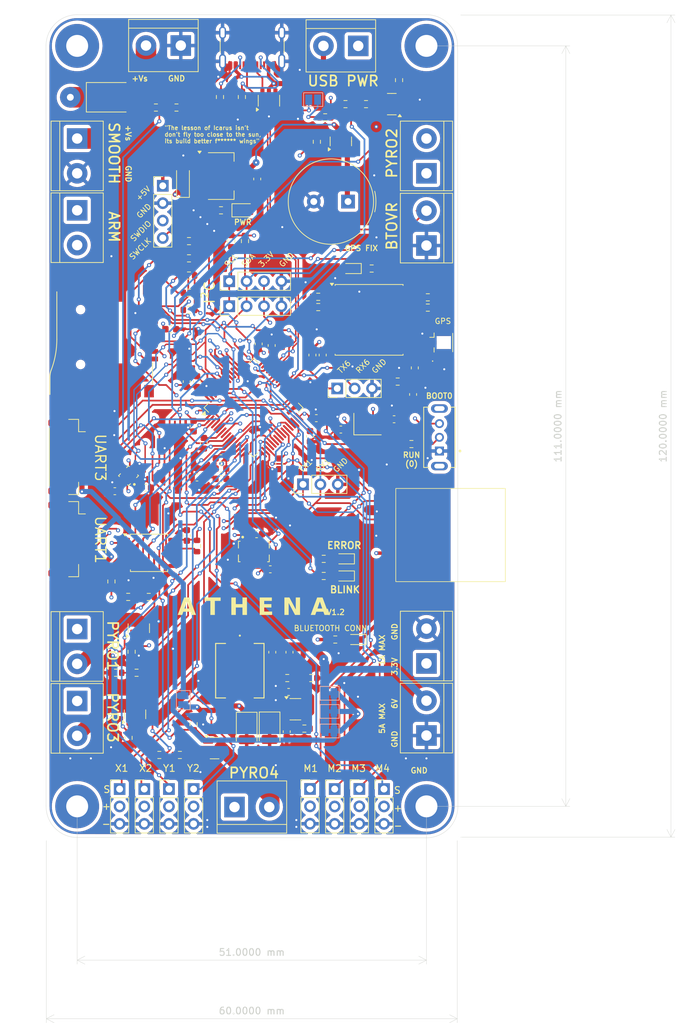
<source format=kicad_pcb>
(kicad_pcb (version 20240108) (generator "pcbnew") (generator_version "8.0")
  (layers (0 "F.Cu" signal) (1 "In1.Cu" signal "3v.Cu") (2 "In2.Cu" signal "GND.Cu") (31 "B.Cu" signal) (34 "B.Paste" user) (35 "F.Paste" user) (36 "B.SilkS" user "B.Silkscreen") (37 "F.SilkS" user "F.Silkscreen") (38 "B.Mask" user) (39 "F.Mask" user) (44 "Edge.Cuts" user))
  (net 0 "")
  (net 1 "+3.3V")
  (net 2 "Net-(D1-K)")
  (net 3 "Net-(BZ1-+)")
  (net 5 "PYRO_BUS")
  (net 6 "Net-(J3-Pin_2)")
  (net 7 "Net-(J4-Pin_2)")
  (net 8 "USB_D+")
  (net 9 "Net-(J5-Pin_2)")
  (net 10 "Net-(C9-Pad1)")
  (net 11 "UART3_RTS")
  (net 12 "SWDIO")
  (net 13 "Net-(J6-Pin_2)")
  (net 14 "VBATT_NoDiode")
  (net 15 "SERVO_X1")
  (net 16 "UART3_TX")
  (net 17 "PH0")
  (net 18 "+6V")
  (net 19 "Net-(J11-Pin_2)")
  (net 21 "SERVO_X2")
  (net 23 "SDIO_CK")
  (net 24 "SERVO_Y2")
  (net 25 "SDIO_D1")
  (net 27 "SDIO_CMD")
  (net 28 "GND")
  (net 29 "SDIO_D0")
  (net 30 "SDIO_D2")
  (net 31 "UART1_TX")
  (net 32 "SDIO_D3")
  (net 33 "PYRO_1")
  (net 34 "/BOOT0")
  (net 35 "MISC_2")
  (net 36 "UART1_RX")
  (net 37 "PYRO_3")
  (net 38 "UART3_RX")
  (net 39 "PH1")
  (net 40 "SPI1_MOSI")
  (net 41 "PYRO_2")
  (net 42 "PYRO_4")
  (net 43 "Net-(SW1-B)")
  (net 45 "Net-(U5-VFB)")
  (net 46 "SERVO_Y1")
  (net 47 "SPI1_SCK")
  (net 48 "MISC_1")
  (net 49 "/NRST")
  (net 50 "MISC_4")
  (net 51 "SWCLK")
  (net 52 "USB_D-")
  (net 53 "MISC_3")
  (net 54 "Net-(D4-K)")
  (net 56 "UART3_CTS")
  (net 59 "USB_VBUS")
  (net 60 "VSUPPLY")
  (net 61 "Net-(U5-EN)")
  (net 62 "CONT_1")
  (net 63 "SCL_1")
  (net 64 "SDA_1")
  (net 65 "CONT_3")
  (net 66 "CONT_2")
  (net 67 "CONT_4")
  (net 68 "Net-(U1-VCAP_2)")
  (net 69 "BatVSensor")
  (net 70 "Net-(U1-VCAP_1)")
  (net 71 "Net-(U5-SW)")
  (net 72 "Net-(U5-VBST)")
  (net 81 "Net-(JP5-B)")
  (net 82 "Net-(J13-D--PadA7)")
  (net 84 "Net-(J13-CC2)")
  (net 85 "Net-(J13-CC1)")
  (net 89 "Net-(D4-A)")
  (net 90 "UART6_RX")
  (net 91 "UART6_TX")
  (net 94 "Net-(U16-RXD)")
  (net 96 "Net-(U16-VCC_RF)")
  (net 100 "Net-(U16-SDA)")
  (net 101 "Net-(U16-TXD)")
  (net 102 "Net-(U16-SCL)")
  (net 103 "Net-(D5-A)")
  (net 104 "Net-(D5-K)")
  (net 105 "SPI1_MISO")
  (net 106 "Net-(C27-Pad1)")
  (net 107 "BUZZER")
  (net 108 "Net-(U20-IO2)")
  (net 109 "Net-(U20-IO3)")
  (net 110 "FLASH_CS")
  (net 111 "/GPS_ANT")
  (net 112 "Net-(D6-A)")
  (net 113 "Net-(D7-A)")
  (net 114 "BLINK_LED")
  (net 115 "ERROR_LED")
  (net 116 "Net-(JP5-A)")
  (footprint "Resistor_SMD:R_0603_1608Metric" (layer "F.Cu") (at 151.2 87.2 180)
    (property "Reference" "R32" (hide yes))
    (property "Value" "33R")
  )
  (footprint "Capacitor_SMD:C_0603_1608Metric" (layer "F.Cu") (at 130.875 143.3)
    (property "Reference" "C15" (hide yes))
    (property "Value" "100n")
  )
  (footprint "Diode_SMD:D_0402_1005Metric" (layer "F.Cu") (at 151.9 96.1 -90)
    (property "Reference" "D3" (hide yes))
    (property "Value" "PESD0402V05" (hide yes))
  )
  (footprint "Capacitor_Tantalum_SMD:CP_EIA-3216-10_Kemet-I" (layer "F.Cu") (at 115.45 68.8 90)
    (property "Reference" "C13" (hide yes))
    (property "Value" "22u")
  )
  (footprint "Capacitor_SMD:C_0603_1608Metric" (layer "F.Cu") (at 149.05 99.88 -90)
    (property "Reference" "C27" (hide yes))
    (property "Value" "47p")
  )
  (footprint "Resistor_SMD:R_0603_1608Metric" (layer "F.Cu") (at 117 148 90)
    (property "Reference" "R21" (hide yes))
    (property "Value" "4.7k")
  )
  (footprint "Connector_JST:JST_GH_SM06B-GHS-TB_1x06-1MP_P1.25mm_Horizontal" (layer "F.Cu") (at 98.5 109 -90)
    (property "Reference" "J14" (hide yes))
    (property "Value" "Conn_01x06_Socket")
  )
  (footprint "Resistor_SMD:R_0603_1608Metric" (layer "F.Cu") (at 130.675 141.275)
    (property "Reference" "R6" (hide yes))
    (property "Value" "68k")
  )
  (footprint "Capacitor_SMD:C_0603_1608Metric" (layer "F.Cu") (at 126.29 68.43 -90)
    (property "Reference" "C14" (hide yes))
    (property "Value" "22u")
  )
  (footprint "TerminalBlock:TerminalBlock_bornier-2_P5.08mm" (layer "F.Cu") (at 151 149.66 90)
    (property "Reference" "J11" (hide yes))
    (property "Value" "Screw_Terminal_01x02")
  )
  (footprint "Resistor_SMD:R_0603_1608Metric" (layer "F.Cu") (at 143 81.5)
    (property "Reference" "R29" (hide yes))
    (property "Value" "1k")
  )
  (footprint "Resistor_SMD:R_0603_1608Metric" (layer "F.Cu") (at 115 152.5)
    (property "Reference" "R20" (hide yes))
    (property "Value" "20k")
  )
  (footprint "Resistor_SMD:R_0603_1608Metric" (layer "F.Cu") (at 135 63 90)
    (property "Reference" "R38" (hide yes))
    (property "Value" "4.7k")
  )
  (footprint "Capacitor_SMD:C_0603_1608Metric" (layer "F.Cu") (at 105.5 114 180)
    (property "Reference" "C23" (hide yes))
    (property "Value" "100n")
  )
  (footprint "Resistor_SMD:R_0603_1608Metric" (layer "F.Cu") (at 116.325 80.01 180)
    (property "Reference" "R27" (hide yes))
    (property "Value" "47k")
  )
  (footprint "TerminalBlock:TerminalBlock_bornier-2_P5.08mm" (layer "F.Cu") (at 122.97 160.1)
    (property "Reference" "J6" (hide yes))
    (property "Value" "Screw_Terminal_01x02")
  )
  (footprint "Capacitor_SMD:C_0603_1608Metric" (layer "F.Cu") (at 116 98 90)
    (property "Reference" "C6" (hide yes))
    (property "Value" "10u")
  )
  (footprint "Connector_PinHeader_2.54mm:PinHeader_1x03_P2.54mm_Vertical" (layer "F.Cu") (at 134 157.46)
    (property "Reference" "U6" (hide yes))
    (property "Value" "~")
  )
  (footprint "Resistor_SMD:R_0603_1608Metric" (layer "F.Cu") (at 136 126.375 180)
    (property "Reference" "R39" (hide yes))
    (property "Value" "75R" (hide yes))
  )
  (footprint "Resistor_SMD:R_0603_1608Metric" (layer "F.Cu") (at 121 73 180)
    (property "Reference" "R1" (hide yes))
    (property "Value" "82R")
  )
  (footprint "LED_SMD:LED_0603_1608Metric" (layer "F.Cu") (at 140 81.5 180)
    (property "Reference" "D4" (hide yes))
    (property "Value" "BLUE" (hide yes))
  )
  (footprint "TerminalBlock:TerminalBlock_bornier-2_P5.08mm" (layer "F.Cu") (at 151 78.14 90)
    (property "Reference" "J1" (hide yes))
    (property "Value" "Screw_Terminal_01x02")
  )
  (footprint "Capacitor_SMD:C_0603_1608Metric" (layer "F.Cu") (at 135.85 94.125 -90)
    (property "Reference" "C28" (hide yes))
    (property "Value" "100n")
  )
  (footprint "Resistor_SMD:R_0603_1608Metric" (layer "F.Cu") (at 139.175 57.5)
    (property "Reference" "R16" (hide yes))
    (property "Value" "10k")
  )
  (footprint "Connector_PinHeader_2.54mm:PinHeader_1x04_P2.54mm_Vertical" (layer "F.Cu") (at 122.2 87 90)
    (property "Reference" "U21" (hide yes))
    (property "Value" "~")
  )
  (footprint "Resistor_SMD:R_0603_1608Metric" (layer "F.Cu") (at 124.5 77.5 -90)
    (property "Reference" "R12" (hide yes))
    (property "Value" "4.7k")
  )
  (footprint "Connector_JST:JST_GH_SM06B-GHS-TB_1x06-1MP_P1.25mm_Horizontal" (layer "F.Cu") (at 98.5 121 -90)
    (property "Reference" "J15" (hide yes))
    (property "Value" "Conn_01x06_Socket")
  )
  (footprint "Resistor_SMD:R_0603_1608Metric" (layer "F.Cu") (at 116.325 85.03 180)
    (property "Reference" "R25" (hide yes))
    (property "Value" "47k")
  )
  (footprint "Capacitor_SMD:C_0603_1608Metric" (layer "F.Cu") (at 117 104.5 -90)
    (property "Reference" "C1" (hide yes))
    (property "Value" "100n")
  )
  (footprint "Capacitor_SMD:C_0603_1608Metric" (layer "F.Cu") (at 134 106 -90)
    (property "Reference" "C26" (hide yes))
    (property "Value" "2.2u")
  )
  (footprint "Resistor_SMD:R_0603_1608Metric" (layer "F.Cu") (at 135.2 85.625)
    (property "Reference" "R31" (hide yes))
    (property "Value" "33R")
  )
  (footprint "TerminalBlock:TerminalBlock_bornier-2_P5.08mm" (layer "F.Cu") (at 100 144.62 -90)
    (property "Reference" "J4" (hide yes))
    (property "Value" "Screw_Terminal_01x02")
  )
  (footprint "LED_SMD:LED_0805_2012Metric" (layer "F.Cu") (at 124.287501 73)
    (property "Reference" "D1" (hide yes))
    (property "Value" "EMERALD")
  )
  (footprint "ST-TF-003A:SUNTECH_ST-TF-003A" (layer "F.Cu") (at 105.67 91.18 -90)
    (property "Reference" "J12" (hide yes))
    (property "Value" "Micro_SD_Card_TF PUSH")
  )
  (footprint "Package_SO:SOIC-8_5.23x5.23mm_P1.27mm" (layer "F.Cu") (at 110.5 123)
    (property "Reference" "U20" (hide yes))
    (property "Value" "W25Q128JVS")
  )
  (footprint "Resistor_SMD:R_0603_1608Metric" (layer "F.Cu") (at 133.175 148.65 180)
    (property "Reference" "R7" (hide yes))
    (property "Value" "10k")
  )
  (footprint "Connector_PinHeader_2.54mm:PinHeader_1x03_P2.54mm_Vertical" (layer "F.Cu") (at 117 157.475)
    (property "Reference" "U13" (hide yes))
    (property "Value" "~")
  )
  (footprint "Resistor_SMD:R_0603_1608Metric" (layer "F.Cu") (at 114.5 58)
    (property "Reference" "R23" (hide yes))
    (property "Value" "5.1k")
  )
  (footprint "Capacitor_SMD:C_0603_1608Metric" (layer "F.Cu") (at 131 137.5 90)
    (property "Reference" "C17" (hide yes))
    (property "Value" "22u")
  )
  (footprint "LED_SMD:LED_0603_1608Metric" (layer "F.Cu") (at 139 123.875 180)
    (property "Reference" "D7" (hide yes))
    (property "Value" "RED")
  )
  (footprint "Capacitor_SMD:C_0603_1608Metric" (layer "F.Cu") (at 128.4 92.73 90)
    (property "Reference" "C25" (hide yes))
    (property "Value" "2.2u")
  )
  (footprint "Resistor_SMD:R_0603_1608Metric" (layer "F.Cu") (at 111.5 58)
    (property "Reference" "R22" (hide yes))
    (property "Value" "10k")
  )
  (footprint "Connector_PinHeader_2.54mm:PinHeader_1x03_P2.54mm_Vertical" (layer "F.Cu") (at 144.8 157.475)
    (property "Reference" "U9" (hide yes))
    (property "Value" "~")
  )
  (footprint "Resistor_SMD:R_0603_1608Metric" (layer "F.Cu") (at 136 123.875 180)
    (property "Reference" "R40" (hide yes))
    (property "Value" "91R" (hide yes))
  )
  (footprint "TerminalBlock:TerminalBlock_bornier-2_P5.08mm" (layer "F.Cu") (at 151 67.6 90)
    (property "Reference" "J5" (hide yes))
    (property "Value" "Screw_Terminal_01x02")
  )
  (footprint "BMP388:PQFN50P200X200X80-10N" (layer "F.Cu") (at 107.5 111.735 135)
    (property "Reference" "U15" (hide yes))
    (property "Value" "BMP388")
  )
  (footprint "Connector_PinHeader_2.54mm:PinHeader_1x03_P2.54mm_Vertical" (layer "F.Cu") (at 113.4 157.475)
    (property "Reference" "U12" (hide yes))
    (property "Value" "~")
  )
  (footprint "Package_TO_SOT_SMD:SOT-23" (layer "F.Cu") (at 109 134 90)
    (property "Reference" "Q1" (hide yes))
    (property "Value" "AO3400A")
  )
  (footprint "Resistor_SMD:R_0603_1608Metric" (layer "F.Cu") (at 105.675 140.5)
    (property "Reference" "R13" (hide yes))
    (property "Value" "10k")
  )
  (footprint "Crystal:Crystal_SMD_SeikoEpson_TSX3225-4Pin_3.2x2.5mm" (layer "F.Cu") (at 142.4 104.2)
    (property "Reference" "Y1" (hide yes))
    (property "Value" "16MHz")
  )
  (footprint "Resistor_SMD:R_0603_1608Metric" (layer "F.Cu") (at 137.6875 135.65 180)
    (property "Reference" "R35" (hide yes))
    (property "Value" "1k")
  )
  (footprint "TerminalBlock:TerminalBlock_bornier-2_P5.08mm" (layer "F.Cu") (at 100 134.12 -90)
    (property "Reference" "J3" (hide yes))
    (property "Value" "Screw_Terminal_01x02")
  )
  (footprint "Capacitor_SMD:C_0603_1608Metric" (layer "F.Cu") (at 113.675 90.35)
    (property "Reference" "C31" (hide yes))
    (property "Value" "100n")
  )
  (footprint "Capacitor_SMD:C_0603_1608Metric" (layer "F.Cu") (at 126.5 92.5 90)
    (property "Reference" "C3" (hide yes))
    (property "Value" "100n")
  )
  (footprint "MountingHole:MountingHole_3.2mm_M3_Pad" (layer "F.Cu") (at 151 160)
    (property "Reference" "REF**" (hide yes))
    (property "Value" "MountingHole_3.2mm_M3_Pad")
  )
  (footprint "Inductor_SMD:L_0603_1608Metric" (layer "F.Cu") (at 121 112.2 180)
    (property "Reference" "FB1" (hide yes))
    (property "Value" "120R")
  )
  (footprint "Resistor_SMD:R_0603_1608Metric" (layer "F.Cu") (at 146.8 98)
    (property "Reference" "R34" (hide yes))
    (property "Value" "33R")
  )
  (footprint "Resistor_SMD:R_0603_1608Metric" (layer "F.Cu") (at 124.050001 56.4625 90)
    (property "Reference" "R3" (hide yes))
    (property "Value" "5.1k")
  )
  (footprint "Connector_PinHeader_2.54mm:PinHeader_1x03_P2.54mm_Vertical" (layer "F.Cu") (at 137.6 157.475)
    (property "Reference" "U7" (hide yes))
    (property "Value" "~")
  )
  (footprint "Capacitor_SMD:C_0603_1608Metric" (layer "F.Cu") (at 117.5 112 180)
    (property "Reference" "C9" (hide yes))
    (property "Value" "1u")
  )
  (footprint "Resistor_SMD:R_0603_1608Metric" (layer "F.Cu") (at 120.850001 56.4625 90)
    (property "Reference" "R4" (hide yes))
    (property "Value" "5.1k")
  )
  (footprint "Package_TO_SOT_SMD:SOT-23-6" (layer "F.Cu") (at 128 57 90)
    (property "Reference" "U2" (hide yes))
    (property "Value" "USBLC6-2SC6")
  )
  (footprint "Connector_PinHeader_2.54mm:PinHeader_1x04_P2.54mm_Vertical" (layer "F.Cu") (at 112.5 69.42)
    (property "Reference" "U4" (hide yes))
    (property "Value" "~")
  )
  (footprint "Resistor_SMD:R_0603_1608Metric" (layer "F.Cu") (at 142.175 57.5)
    (property "Reference" "R17" (hide yes))
    (property "Value" "20k")
  )
  (footprint "TerminalBlock:TerminalBlock_bornier-2_P5.08mm" (layer "F.Cu") (at 100 73 -90)
    (property "Reference" "J7" (hide yes))
    (property "Value" "Screw_Terminal_01x02")
  )
  (footprint "Capacitor_SMD:C_0603_1608Metric" (layer "F.Cu") (at 138.5 105 180)
    (property "Reference" "C11" (hide yes))
    (property "Value" "8p")
  )
  (footprint "Resistor_SMD:R_0603_1608Metric" (layer "F.Cu") (at 107.95 137.4375 -90)
    (property "Reference" "R8" (hide yes))
    (property "Value" "4.7k")
  )
  (footprint "Package_TO_SOT_SMD:SOT-23" (layer "F.Cu") (at 138.5 62.937501 90)
    (property "Reference" "Q5" (hide yes))
    (property "Value" "AO3400A")
  )
  (footprint "MountingHole:MountingHole_3.2mm_M3_Pad" (layer "F.Cu") (at 151 49)
    (property "Reference" "REF**" (hide yes))
    (property "Value" "MountingHole_3.2mm_M3_Pad")
  )
  (footprint "Capacitor_SMD:C_0603_1608Metric" (layer "F.Cu") (at 130.6 149.1 -90)
    (property "Reference" "C20" (hide yes))
    (property "Value" "100n")
  )
  (footprint "Capacitor_SMD:C_0603_1608Metric" (layer "F.Cu") (at 129.5 110 -90)
    (property "Reference" "C2" (hide yes))
    (property "Value" "100n")
  )
  (footprint "Capacitor_SMD:C_0603_1608Metric" (layer "F.Cu") (at 146.275 103.5)
    (property "Reference" "C12" (hide yes))
    (property "Value" "8p")
  )
  (footprint "Capacitor_Tantalum_SMD:CP_EIA-3528-12_Kemet-T" (layer "F.Cu") (at 124.75 148.725 -90)
    (property "Reference" "C19" (hide yes))
    (property "Value" "10u")
  )
  (footprint "Resistor_SMD:R_0603_1608Metric" (layer "F.Cu") (at 107.45 129.4275)
    (property "Reference" "R9" (hide yes))
    (property "Value" "10k")
  )
  (footprint "Resistor_SMD:R_0603_1608Metric" (layer "F.Cu") (at 117.5 122 90)
    (property "Reference" "R37" (hide yes))
    (property "Value" "10k")
  )
  (footprint "Resistor_SMD:R_0603_1608Metric" (layer "F.Cu") (at 135.2 87.125)
    (property "Reference" "R30" (hide yes))
    (property "Value" "33R")
  )
  (footprint "LED_SMD:LED_0603_1608Metric" (layer "F.Cu") (at 140.724999 135.65 180)
    (property "Reference" "D5" (hide yes))
    (property "Value" "BLUE")
  )
  (footprint "Inductor_SMD:L_0603_1608Metric" (layer "F.Cu") (at 149.3 96 -90)
    (property "Reference" "FB2" (hide yes))
    (property "Value" "120R")
  )
  (footprint "Resistor_SMD:R_0603_1608Metric" (layer "F.Cu") (at 112 152.5)
    (property "Reference" "R19" (hide yes))
    (property "Value" "10k")
  )
  (footprint "Resistor_SMD:R_0603_1608Metric" (layer "F.Cu") (at 147 54 90)
    (property "Reference" "R18" (hide yes))
    (property "Value" "4.7k")
  )
  (footprint "Capacitor_SMD:C_0603_1608Metric" (layer "F.Cu") (at 116.01 120.46 90)
    (property "Reference" "C30" (hide yes))
    (property "Value" "100n")
  )
  (footprint "Capacitor_SMD:C_0603_1608Metric" (layer "F.Cu") (at 134.92 103.34)
    (property "Reference" "C5" (hide yes))
    (property "Value" "100n")
  )
  (footprint "BMI088:PQFN50P450X300X100-16N" (layer "F.Cu") (at 125.8 122.8)
    (property "Reference" "U14" (hide yes))
    (property "Value" "BMI088")
  )
  (footprint "Resistor_SMD:R_0603_1608Metric" (layer "F.Cu") (at 136.21 59.43 180)
    (property "Reference" "R41" (hide yes))
    (property "Value" "1.5k")
  )
  (footprint "Connector_PinHeader_2.54mm:PinHeader_1x03_P2.54mm_Vertical" (layer "F.Cu") (at 106.2 157.475)
    (property "Reference" "U10" (hide yes))
    (property "Value" "~")
  )
  (footprint "MountingHole:MountingHole_3.2mm_M3_Pad" (layer "F.Cu") (at 100 49)
    (property "Reference" "REF**" (hide yes))
    (property "Value" "MountingHole_3.2mm_M3_Pad")
  )
  (footprint "Resistor_SMD:R_0603_1608Metric" (layer "F.Cu") (at 134.175001 141.275)
    (property "Reference" "R5" (hide yes))
    (property "Value" "10k")
  )
  (footprint "Package_TO_SOT_SMD:SOT-223-3_TabPin2" (layer "F.Cu") (at 121 68)
    (property "Reference" "U3" (hide yes))
    (property "Value" "AMS1117-3.3")
  )
  (footprint "Connector_USB:USB_C_Receptacle_GCT_USB4105-xx-A_16P_TopMnt_Horizontal" (layer "F.Cu") (at 125.55 48.15 180)
    (property "Reference" "J13" (hide yes))
    (property "Value" "USB_C_Receptacle_USB2.0_16P")
  )
  (footprint "Package_TO_SOT_SMD:SOT-23" (layer "F.Cu") (at 120.0625 151.5)
    (property "Reference" "Q4" (hide yes))
    (property "Value" "AO3400A")
  )
  (footprint "RF_GPS:ublox_MAX" (layer "F.Cu") (at 142.625 88.9875)
    (property "Reference" "U16" (hide yes))
    (property "Value" "MAX-M10S")
  )
  (footprint "Capacitor_SMD:C_0603_1608Metric" (layer "F.Cu") (at 128.2 125.4)
    (property "Reference" "C22" (hide yes))
    (property "Value" "100n")
  )
  (footprint "TerminalBlock:TerminalBlock_bornier-2_P5.08mm" (layer "F.Cu") (at 141.04 49 180)
    (property "Reference" "J2" (hide yes))
    (property "Value" "Screw_Terminal_01x02")
  )
  (footprint "TerminalBlock:TerminalBlock_bornier-2_P5.08mm" (layer "F.Cu") (at 151 139.14 90)
    (property "Reference" "J10" (hide yes))
    (property "Value" "Screw_Terminal_01x02")
  )
  (footprint "Connector_PinHeader_2.54mm:PinHeader_1x03_P2.54mm_Vertical" (layer "F.Cu") (at 109.8 157.475)
    (property "Reference" "U11" (hide yes))
    (property "Value" "~")
  )
  (footprint "Capacitor_SMD:C_0603_1608Metric" (layer "F.Cu") (at 118.5 107 -90)
    (property "Reference" "C10" (hide yes))
    (property "Value" "100n")
  )
  (footprint "Connector_Coaxial:U.FL_Hirose_U.FL-R-SMT-1_Vertical" (layer "F.Cu") (at 153 92.3)
    (property "Reference" "J16" (hide yes))
    (property "Value" "Conn_Coaxial")
  )
  (footprint "Package_TO_SOT_SMD:SOT-23" (layer "F.Cu") (at 108.45 146.5625 90)
    (property "Reference" "Q2" (hide yes))
    (property "Value" "AO3400A")
  )
  (footprint "Capacitor_SMD:C_0603_1608Metric" (layer "F.Cu") (at 134.35 94.125 -90)
    (property "Reference" "C29" (hide yes))
    (property "Value" "100n")
  )
  (footprint "Resistor_SMD:R_0603_1608Metric" (layer "F.Cu") (at 122.5 77.5 -90)
    (property "Reference" "R11" (hide yes))
    (property "Value" "4.7k")
  )
  (footprint "Capacitor_SMD:C_0603_1608Metric" (layer "F.Cu") (at 128.49 137.5 90)
    (property "Reference" "C16" (hide yes))
    (property "Value" "22u")
  )
  (footprint "Resistor_SMD:R_0603_1608Metric" (layer "F.Cu") (at 110.45 129.4375)
    (property "Reference" "R10" (hide yes))
    (property "Value" "20k")
  )
  (footprint "Connector_PinHeader_2.54mm:PinHeader_1x03_P2.54mm_Vertical" (layer "F.Cu") (at 132.975 113 90)
    (property "Reference" "U19" (hide yes))
    (property "Value" "~")
  )
  (footprint "LED_SMD:LED_0603_1608Metric" (layer "F.Cu") (at 139 126.375 180)
    (property "Reference" "D6" (hide yes))
    (property "Value" "BLUE")
  )
  (footprint "Resistor_SMD:R_0603_1608Metric" (layer "F.Cu") (at 105 127.175 -90)
    (property "Reference" "R36" (hide yes))
    (property "Value" "10k")
  )
  (footprint "Package_QFP:LQFP-64_10x10mm_P0.5mm" (layer "F.Cu") (at 125.75 101.810392 45)
    (property "Reference" "U1" (hide yes))
    (property "Value" "STM32F405RGTx")
  )
  (footprint "Resistor_SMD:R_0603_1608Metric" (layer "F.Cu") (at 107.5 150 -90)
    (property "Reference" "R15" (hide yes))
    (property "Value" "4.7k")
  )
  (footprint "Connector_PinHeader_2.54mm:PinHeader_1x04_P2.54mm_Vertical" (layer "F.Cu") (at 122.2 83.35 90)
    (property "Reference" "U22" (hide yes))
    (property "Value" "~")
  )
  (footprint "Resistor_SMD:R_0603_1608Metric" (layer "F.Cu") (at 108.675 140.5)
    (property "Reference" "R14" (hide yes))
    (property "Value" "20k")
  )
  (footprint "Capacitor_SMD:C_0603_1608Metric" (layer "F.Cu") (at 117.5 98 90)
    (property "Reference" "C4" (hide yes))
    (property "Value" "100n")
  )
  (footprint "Capacitor_SMD:C_0603_1608Metric" (layer "F.Cu") (at 121 110.7 180)
    (property "Reference" "C8" (hide yes))
    (property "Value" "1u")
  )
  (footprint "Capacitor_SMD:C_0603_1608Metric" (layer "F.Cu") (at 110 113.5)
    (property "Reference" "C24" (hide yes))
    (property "Value" "100n")
  )
  (footprint "Capacitor_SMD:C_0603_1608Metric" (layer "F.Cu") (at 121 109.2 180)
    (property "Reference" "C7" (hide yes))
    (property "Value" "10n")
  )
  (footprint "Package_TO_SOT_SMD:SOT-23-6" (layer "F.Cu") (at 131.8625 145.825)
    (property "Reference" "U5" (hide yes))
    (property "Value" "TPS565208")
  )
  (footprint "MountingHole:MountingHole_3.2mm_M3_Pad" (layer "F.Cu") (at 100 160)
    (property "Reference" "REF**" (hide yes))
    (property "Value" "MountingHole_3.2mm_M3_Pad")
  )
  (footprint "Resistor_SMD:R_0603_1608Metric" (layer "F.Cu") (at 116.325 77.5 180)
    (property "Reference" "R28" (hide yes))
    (property "Value" "47k")
  )
  (footprint "Package_TO_SOT_SMD:SOT-23" (layer "F.Cu") (at 145.937501 57.5 180)
    (property "Reference" "Q3" (hide yes))
    (property "Value" "AO3400A")
  )
  (footprint "Diode_SMD:D_SMB" (layer "F.Cu") (at 105 56.5)
    (property "Reference" "D2" (hide yes))
    (property "Value" "D")
  )
  (footprint "Capacitor_Tantalum_SMD:CP_EIA-3528-12_Kemet-T" (layer "F.Cu") (at 128.1 148.6875 -90)
    (property "Reference" "C18" (hide yes))
    (property "Value" "10u")
  )
  (footprint "SS12D07VG4:SW_SS12D07VG4" (layer "F.Cu") (at 152.896 106.134 90)
    (property "Reference" "SW1" (hide yes))
    (property "Value" "SW_SPDT")
  )
  (footprint "Connector_PinHeader_2.54mm:PinHeader_1x03_P2.54mm_Vertical" (layer "F.Cu") (at 141.2 157.46)
    (property "Reference" "U8" (hide yes))
    (property "Value" "~")
  )
  (footprint "bluetooth:VG6328A" (layer "F.Cu") (at 156.94 120.5 -90)
    (property "Reference" "U18" (hide yes))
    (property "Value" "~")
  )
  (footprint "Resistor_SMD:R_0603_1608Metric" (layer "F.Cu") (at 116.325 87.54 180)
    (property "Reference" "R24" (hide yes))
    (property "Value" "47k")
  )
  (footprint "Resistor_SMD:R_0603_1608Metric" (layer "F.Cu") (at 148.806 107.118 180)
    (property "Reference" "R2" (hide yes))
    (property "Value" "10k")
  )
  (footprint "Connector_PinHeader_2.54mm:PinHeader_1x03_P2.54mm_Vertical" (layer "F.Cu") (at 137.975 99 90)
    (property "Reference" "U17" (hide yes))
    (property "Value" "~")
  )
  (footprint "TerminalBlock:TerminalBlock_bornier-2_P5.08mm" (layer "F.Cu") (at 115.13 48.95 180)
    (property "Reference" "J8" (hide yes))
    (property "Value" "Screw_Terminal_01x02")
  )
  (footprint "Resistor_SMD:R_0603_1608Metric" (layer "F.Cu") (at 151.2 85.7 180)
    (property "Reference" "R33" (hide yes))
    (property "Value" "33R")
  )
  (footprint "Buzzer_Beeper:Buzzer_TDK_PS1240P02BT_D12.2mm_H6.5mm" (layer "F.Cu") (at 139.55 71.725 180)
    (property "Reference" "BZ1" (hide yes))
    (property "Value" "Buzzer")
  )
  (footprint "TerminalBlock:TerminalBlock_bornier-2_P5.08mm" (layer "F.Cu") (at 100 62.52 -90)
    (property "Reference" "J9" (hide yes))
    (property "Value" "Screw_Terminal_01x02")
  )
  (footprint "Capacitor_SMD:C_0603_1608Metric" (layer "F.Cu") (at 126.2 120.275)
    (property "Reference" "C21" (hide yes))
    (property "Value" "100n")
  )
  (footprint "CYA0630-3.3UH:IND_CYA0630_SHH" (layer "F.Cu") (at 123.75 140.2 -90)
    (property "Reference" "L1" (hide yes))
    (property "Value" "3.3u")
  )
  (footprint "Resistor_SMD:R_0603_1608Metric" (layer "F.Cu") (at 116.325 82.52 180)
    (property "Reference" "R26" (hide yes))
    (property "Value" "47k")
  )
  (footprint "Jumper:SolderJumper-2_P1.3mm_Open_Pad1.0x1.5mm" (layer "B.Cu") (at 134.46 56.84 180)
    (property "Reference" "JP5" (hide yes))
    (property "Value" "SolderJumper_2_Open")
  )
  (footprint "Jumper:SolderJumper-2_P1.3mm_Bridged_Pad1.0x1.5mm" (layer "B.Cu") (at 136.850001 143.5)
    (property "Reference" "JP2" (hide yes))
    (property "Value" "SolderJumper_2_Bridged" (hide yes))
  )
  (footprint "Jumper:SolderJumper-2_P1.3mm_Bridged_Pad1.0x1.5mm" (layer "B.Cu") (at 136.850001 149)
    (property "Reference" "JP3" (hide yes))
    (property "Value" "SolderJumper_2_Bridged")
  )
  (footprint "Jumper:SolderJumper-2_P1.3mm_Bridged_Pad1.0x1.5mm" (layer "B.Cu") (at 136.850001 146.146447)
    (property "Reference" "JP4" (hide yes))
    (property "Value" "SolderJumper_2_Bridged")
  )
  (footprint "Jumper:SolderJumper-2_P1.3mm_Open_Pad1.0x1.5mm" (layer "B.Cu") (at 115.5 144.5 90)
    (property "Reference" "JP1" (hide yes))
    (property "Value" "SolderJumper_2_Open" (hide yes))
  )
  (gr_line (start 151.003 164.591999) (end 100.0252 164.541199) (stroke (width 0.05)) (layer "Edge.Cuts"))
  (gr_arc (start 100.0252 164.541199) (mid 96.78711 163.209433) (end 95.458831 159.969911) (stroke (width 0.05)) (layer "Edge.Cuts"))
  (gr_arc (start 95.450008 48.97299) (mid 96.783111 45.782114) (end 99.9744 44.45) (stroke (width 0.05)) (layer "Edge.Cuts"))
  (gr_arc (start 155.591954 160.020647) (mid 154.240789 163.253268) (end 151.003 164.591999) (stroke (width 0.05)) (layer "Edge.Cuts"))
  (gr_line (start 155.549947 49.02188) (end 155.591954 160.020647) (stroke (width 0.05)) (layer "Edge.Cuts"))
  (gr_line (start 99.9744 44.45) (end 151.003 44.450001) (stroke (width 0.05)) (layer "Edge.Cuts"))
  (gr_arc (start 151.003 44.450001) (mid 154.226119 45.791473) (end 155.549947 49.02188) (stroke (width 0.05)) (layer "Edge.Cuts"))
  (gr_line (start 95.458831 159.969911) (end 95.450008 48.97299) (stroke (width 0.05)) (layer "Edge.Cuts"))
  (gr_text "SDA" (at 124.475002 81.475001 45) (layer "F.SilkS") (effects (font (size 0.8 0.8) (thickness 0.125)) (justify left bottom)))
  (gr_text "SWDIO" (at 111 75 45) (layer "F.SilkS") (effects (font (size 0.8 0.8) (thickness 0.125)) (justify right bottom)))
  (gr_text "GND" (at 149.93 155.24 0) (layer "F.SilkS") (effects (font (size 0.8 0.8) (thickness 0.16) (bold yes)) (justify bottom)))
  (gr_text "GND" (at 143.5 97 45) (layer "F.SilkS") (effects (font (size 0.8 0.8) (thickness 0.125)) (justify left bottom)))
  (gr_text "3.3V" (at 126.975002 81.475001 45) (layer "F.SilkS") (effects (font (size 0.8 0.8) (thickness 0.125)) (justify left bottom)))
  (gr_text "+" (at 103.56 160.57 0) (layer "F.SilkS") (effects (font (size 1 1)) (justify left bottom)))
  (gr_text "+Vs" (at 110.41 54.23 0) (layer "F.SilkS") (effects (font (size 0.8 0.8) (thickness 0.16) (bold yes)) (justify right bottom)))
  (gr_text "PWR" (at 125.55 75.2 0) (layer "F.SilkS") (effects (font (size 0.8 0.8) (thickness 0.16) (bold yes)) (justify right bottom)))
  (gr_text "ARM" (at 104.5 73 270) (layer "F.SilkS") (effects (font (size 1.5 1.5) (thickness 0.25) (bold yes)) (justify left bottom)))
  (gr_text "GPS FIX" (at 144 79 0) (layer "F.SilkS") (effects (font (size 0.8 0.8) (thickness 0.16) (bold yes)) (justify right bottom)))
  (gr_text "V1.2" (at 139.15 132.125 0) (layer "F.SilkS") (effects (font (size 0.8 0.8) (thickness 0.15) (bold yes)) (justify right bottom)))
  (gr_text "+Vs" (at 107 63 -90) (layer "F.SilkS") (effects (font (size 0.8 0.8) (thickness 0.16) (bold yes)) (justify right bottom)))
  (gr_text "USB PWR" (at 133.5 55 0) (layer "F.SilkS") (effects (font (size 1.5 1.5) (thickness 0.25) (bold yes)) (justify left bottom)))
  (gr_text "M2" (at 136.45 155.05 0) (layer "F.SilkS") (effects (font (size 1 1)) (justify left bottom)))
  (gr_text "BLUETOOTH CONN" (at 142.4 134.475 0) (layer "F.SilkS") (effects (font (size 0.8 0.8) (thickness 0.125)) (justify right bottom)))
  (gr_text "+" (at 146.11 160.84 0) (layer "F.SilkS") (effects (font (size 1 1)) (justify left bottom)))
  (gr_text "UART1" (at 102.5 117.5 270) (layer "F.SilkS") (effects (font (size 1.5 1.5) (thickness 0.2)) (justify left bottom)))
  (gr_text "I²C" (at 120.2 86.8 90) (layer "F.SilkS") (effects (font (size 1.5 1.5) (thickness 0.2)) (justify left bottom)))
  (gr_text "X2" (at 108.95 155.025 0) (layer "F.SilkS") (effects (font (size 1 1)) (justify left bottom)))
  (gr_text "Y2" (at 115.95 155.025 0) (layer "F.SilkS") (effects (font (size 1 1)) (justify left bottom)))
  (gr_text "A T H E N A" (at 125.725 131.025 0) (layer "F.SilkS") (effects (font (size 2.5 2.5) (thickness 0.2) (bold yes) (italic yes))))
  (gr_text "X1" (at 105.45 155.025 0) (layer "F.SilkS") (effects (font (size 1 1)) (justify left bottom)))
  (gr_text "RX6" (at 141.175 96.95 45) (layer "F.SilkS") (effects (font (size 0.8 0.8) (thickness 0.125)) (justify left bottom)))
  (gr_text "6V" (at 146.83 144.19 90) (layer "F.SilkS") (effects (font (size 0.8 0.8) (thickness 0.16) (bold yes)) (justify right bottom)))
  (gr_text "BLINK" (at 141.4 128.95 0) (layer "F.SilkS") (effects (font (size 1 1) (thickness 0.2) (bold yes)) (justify right bottom)))
  (gr_text "S" (at 146.18 158.24 0) (layer "F.SilkS") (effects (font (size 1 1)) (justify left bottom)))
  (gr_text "TX1" (at 132.875 111.45 45) (layer "F.SilkS") (effects (font (size 0.8 0.8) (thickness 0.125)) (justify left bottom)))
  (gr_text "GND" (at 129.975 81.475 45) (layer "F.SilkS") (effects (font (size 0.8 0.8) (thickness 0.125)) (justify left bottom)))
  (gr_text "BOOT0" (at 154.906 100.559 0) (layer "F.SilkS") (effects (font (size 0.8 0.8) (thickness 0.16) (bold yes)) (justify right bottom)))
  (gr_text "GND" (at 137.875 111.45 45) (layer "F.SilkS") (effects (font (size 0.8 0.8) (thickness 0.125)) (justify left bottom)))
  (gr_text "BTOVR" (at 146.83 78.97 90) (layer "F.SilkS") (effects (font (size 1.5 1.5) (thickness 0.25) (bold yes)) (justify left bottom)))
  (gr_text "M4" (at 143.45 155.05 0) (layer "F.SilkS") (effects (font (size 1 1)) (justify left bottom)))
  (gr_text "PYRO2" (at 146.83 68.47 90) (layer "F.SilkS") (effects (font (size 1.5 1.5) (thickness 0.25) (bold yes)) (justify left bottom)))
  (gr_text "UART3" (at 102.5 105.5 270) (layer "F.SilkS") (effects (font (size 1.5 1.5) (thickness 0.2)) (justify left bottom)))
  (gr_text "-" (at 146.13 163.4 0) (layer "F.SilkS") (effects (font (size 1 1)) (justify left bottom)))
  (gr_text "M1" (at 132.95 155.05 0) (layer "F.SilkS") (effects (font (size 1 1)) (justify left bottom)))
  (gr_text "M3" (at 139.95 155.05 0) (layer "F.SilkS") (effects (font (size 1 1)) (justify left bottom)))
  (gr_text "SMOOTH" (at 104.5 60 270) (layer "F.SilkS") (effects (font (size 1.5 1.5) (thickness 0.25) (bold yes)) (justify left bottom)))
  (gr_text "SWCLK" (at 111 77.5 45) (layer "F.SilkS") (effects (font (size 0.8 0.8) (thickness 0.125)) (justify right bottom)))
  (gr_text "GND" (at 146.83 133.19 90) (layer "F.SilkS") (effects (font (size 0.8 0.8) (thickness 0.16) (bold yes)) (justify right bottom)))
  (gr_text "RUN\n(0)" (at 148.825 110.475 0) (layer "F.SilkS") (effects (font (size 0.8 0.8) (thickness 0.16) (bold yes)) (justify bottom)))
  (gr_text "3.3V" (at 146.83 138.19 90) (layer "F.SilkS") (effects (font (size 0.8 0.8) (thickness 0.16) (bold yes)) (justify right bottom)))
  (gr_text "1A MAX" (at 145 137.17 90) (layer "F.SilkS") (effects (font (size 0.8 0.8) (thickness 0.16) (bold yes)) (justify bottom)))
  (gr_text "ERROR" (at 141.6 122.5 0) (layer "F.SilkS") (effects (font (size 1 1) (thickness 0.2) (bold yes)) (justify right bottom)))
  (gr_text "SCL" (at 121.975002 81.475001 45) (layer "F.SilkS") (effects (font (size 0.8 0.8) (thickness 0.125)) (justify left bottom)))
  (gr_text "{dblquote}The lesson of Icarus isn't \ndon't fly too close to the sun, \nits build better f****** wings{dblquote}" (at 112.7 63.25 0) (layer "F.SilkS") (effects (font (size 0.6 0.6) (thickness 0.12) (bold yes)) (justify left bottom)))
  (gr_text "GPS" (at 153.4 89.65 0) (layer "F.SilkS") (effects (font (size 0.8 0.8) (thickness 0.125)) (justify bottom)))
  (gr_text "GND" (at 115.84 54.23 0) (layer "F.SilkS") (effects (font (size 0.8 0.8) (thickness 0.16) (bold yes)) (justify right bottom)))
  (gr_text "-" (at 103.52 163.14 0) (layer "F.SilkS") (effects (font (size 1 1)) (justify left bottom)))
  (gr_text "GND" (at 107 69 -90) (layer "F.SilkS") (effects (font (size 0.8 0.8) (thickness 0.16) (bold yes)) (justify right bottom)))
  (gr_text "PYRO4" (at 122 156 0) (layer "F.SilkS") (effects (font (size 1.5 1.5) (thickness 0.25) (bold yes)) (justify left bottom)))
  (gr_text "5A MAX" (at 145 147.17 90) (layer "F.SilkS") (effects (font (size 0.8 0.8) (thickness 0.16) (bold yes)) (justify bottom)))
  (gr_text "S" (at 103.75 158.12 0) (layer "F.SilkS") (effects (font (size 1 1)) (justify left bottom)))
  (gr_text "PYRO3" (at 104.3 143.23 270) (layer "F.SilkS") (effects (font (size 1.5 1.5) (thickness 0.25) (bold yes)) (justify left bottom)))
  (gr_text "GND" (at 146.83 150.19 90) (layer "F.SilkS") (effects (font (size 0.8 0.8) (thickness 0.16) (bold yes)) (justify bottom)))
  (gr_text "RX1" (at 135.375 111.45 45) (layer "F.SilkS") (effects (font (size 0.8 0.8) (thickness 0.125)) (justify left bottom)))
  (gr_text "+5V" (at 110.89 69.96 45) (layer "F.SilkS") (effects (font (size 0.8 0.8) (thickness 0.125)) (justify right bottom)))
  (gr_text "Y1" (at 112.45 155.025 0) (layer "F.SilkS") (effects (font (size 1 1)) (justify left bottom)))
  (gr_text "TX6" (at 138.5 97 45) (layer "F.SilkS") (effects (font (size 0.8 0.8) (thickness 0.125)) (justify left bottom)))
  (gr_text "GND" (at 111 72.5 45) (layer "F.SilkS") (effects (font (size 0.8 0.8) (thickness 0.125)) (justify right bottom)))
  (gr_text "PYRO1" (at 104.3 132.73 270) (layer "F.SilkS") (effects (font (size 1.5 1.5) (thickness 0.25) (bold yes)) (justify left bottom)))
  (dimension (type aligned) (layer "Edge.Cuts") (pts (xy 100 160) (xy 151 160)) (height 22.45) (gr_text "51.0000 mm" (at 125.5 181.3 0) (layer "Edge.Cuts") (effects (font (size 1 1) (thickness 0.15)))) (format (prefix "") (suffix "") (units 3) (units_format 1) (precision 4)) (style (thickness 0.05) (arrow_length 1.27) (text_position_mode 0) (extension_height 0.58642) (extension_offset 0.5) keep_text_aligned))
  (dimension (type aligned) (layer "Edge.Cuts") (pts (xy 95.5 164.5) (xy 155.5 164.5)) (height 26.5) (gr_text "60.0000 mm" (at 125.5 189.85 0) (layer "Edge.Cuts") (effects (font (size 1 1) (thickness 0.15)))) (format (prefix "") (suffix "") (units 3) (units_format 1) (precision 4)) (style (thickness 0.05) (arrow_length 1.27) (text_position_mode 0) (extension_height 0.58642) (extension_offset 0.5) keep_text_aligned))
  (dimension (type aligned) (layer "Edge.Cuts") (pts (xy 155.5 164.5) (xy 155.5 44.5)) (height 31.2) (gr_text "120.0000 mm" (at 185.55 104.5 90) (layer "Edge.Cuts") (effects (font (size 1 1) (thickness 0.15)))) (format (prefix "") (suffix "") (units 3) (units_format 1) (precision 4)) (style (thickness 0.05) (arrow_length 1.27) (text_position_mode 0) (extension_height 0.58642) (extension_offset 0.5) keep_text_aligned))
  (dimension (type aligned) (layer "Edge.Cuts") (pts (xy 151 160) (xy 151 49)) (height 20.35) (gr_text "111.0000 mm" (at 170.2 104.5 90) (layer "Edge.Cuts") (effects (font (size 1 1) (thickness 0.15)))) (format (prefix "") (suffix "") (units 3) (units_format 1) (precision 4)) (style (thickness 0.05) (arrow_length 1.27) (text_position_mode 0) (extension_height 0.58642) (extension_offset 0.5) keep_text_aligned))
  (segment (start 112.55 90.55) (end 111.7 91.4) (width 0.25) (layer "F.Cu") (net 1))
  (segment (start 114.1 121.095) (end 116 121.095) (width 0.25) (layer "F.Cu") (net 1))
  (segment (start 121.775 111.9875) (end 121.7875 112) (width 0.25) (layer "F.Cu") (net 1))
  (segment (start 108.890231 113.5) (end 107.853552 112.463321) (width 0.25) (layer "F.Cu") (net 1))
  (segment (start 117.4 121.075) (end 117.5 121.175) (width 0.25) (layer "F.Cu") (net 1))
  (segment (start 126.29 67.655) (end 124.495 67.655) (width 0.35) (layer "F.Cu") (net 1))
  (segment (start 129.27552 109.225) (end 127.818287 107.767767) (width 0.25) (layer "F.Cu") (net 1))
  (segment (start 125.825 76.675) (end 124.5 76.675) (width 0.25) (layer "F.Cu") (net 1))
  (segment (start 126.225 93) (end 126.5 93.275) (width 0.25) (layer "F.Cu") (net 1))
  (segment (start 126.8 124.585) (end 126.8 123.965) (width 0.25) (layer "F.Cu") (net 1))
  (segment (start 134.35 93.35) (end 134.35 93.225) (width 0.35) (layer "F.Cu") (net 1))
  (segment (start 118.532092 103.725) (end 119.085519 103.171573) (width 0.25) (layer "F.Cu") (net 1))
  (segment (start 150.084 104.134) (end 149.325 103.375) (width 0.25) (layer "F.Cu") (net 1))
  (segment (start 137.625 92.425) (end 137.75 92.3) (width 0.25) (layer "F.Cu") (net 1))
  (segment (start 135.35 92.225) (end 135.35 92.35) (width 0.2) (layer "F.Cu") (net 1))
  (segment (start 117.15 87.54) (end 117.54 87.54) (width 0.25) (layer "F.Cu") (net 1))
  (segment (start 117 103.725) (end 118.532092 103.725) (width 0.25) (layer "F.Cu") (net 1))
  (segment (start 133.496942 102.691942) (end 134.145 103.34) (width 0.2) (layer "F.Cu") (net 1))
  (segment (start 115.725 98.5) (end 116 98.775) (width 0.25) (layer "F.Cu") (net 1))
  (segment (start 124.15 68) (end 124.15 72.074998) (width 0.25) (layer "F.Cu") (net 1))
  (segment (start 125.3 122.15) (end 125.3 121.635) (width 0.25) (layer "F.Cu") (net 1))
  (segment (start 124.15 72.074998) (end 125.075002 73) (width 0.25) (layer "F.Cu") (net 1))
  (segment (start 107.489394 112.452713) (end 107.312617 112.62949) (width 0.2) (layer "F.Cu") (net 1))
  (segment (start 124.8 124.585) (end 125.415 125.2) (width 0.25) (layer "F.Cu") (net 1))
  (segment (start 124.5 76.675) (end 122.5 76.675) (width 0.25) (layer "F.Cu") (net 1))
  (segment (start 111.7 91.4) (end 111 91.4) (width 0.25) (layer "F.Cu") (net 1))
  (segment (start 127.425 125.4) (end 127 125.4) (width 0.25) (layer "F.Cu") (net 1))
  (segment (start 127.25 93.8) (end 126.725 93.275) (width 0.25) (layer "F.Cu") (net 1))
  (segment (start 125.6 122.45) (end 125.3 122.15) (width 0.25) (layer "F.Cu") (net 1))
  (segment (start 124.8 123.965) (end 124.8 124.585) (width 0.25) (layer "F.Cu") (net 1))
  (segment (start 106.275 114) (end 106.275 113.667107) (width 0.25) (layer "F.Cu") (net 1))
  (segment (start 134.35 93.225) (end 135.35 92.225) (width 0.35) (layer "F.Cu") (net 1))
  (segment (start 127.415 125.2) (end 126.8 124.585) (width 0.25) (layer "F.Cu") (net 1))
  (segment (start 137.035 59.43) (end 137.035 56.595) (width 0.25) (layer "F.Cu") (net 1))
  (segment (start 109.225 113.5) (end 108.890231 113.5) (width 0.25) (layer "F.Cu") (net 1))
  (segment (start 121.775 108.967372) (end 123.328159 107.414213) (width 0.25) (layer "F.Cu") (net 1))
  (segment (start 116.02 121.075) (end 117.4 121.075) (width 0.25) (layer "F.Cu") (net 1))
  (segment (start 117.54 87.54) (end 118 88) (width 0.25) (layer "F.Cu") (net 1))
  (segment (start 125.3 120.325) (end 125.425 120.2) (width 0.25) (layer "F.Cu") (net 1))
  (segment (start 125.425 120.4) (end 123 120.4) (width 0.25) (layer "F.Cu") (net 1))
  (segment (start 107.687383 110.84051) (end 107.687383 109.687383) (width 0.25) (layer "F.Cu") (net 1))
  (segment (start 132.894112 102.691942) (end 132.414481 103.171573) (width 0.2) (layer "F.Cu") (net 1))
  (segment (start 121.775 110.5) (end 121.775 111.9875) (width 0.25) (layer "F.Cu") (net 1))
  (segment (start 124.3 123.965) (end 124.8 123.965) (width 0.25) (layer "F.Cu") (net 1))
  (segment (start 125.3 121.635) (end 125.3 120.325) (width 0.25) (layer "F.Cu") (net 1))
  (segment (start 126.5 93.275) (end 126.5 94.53473) (width 0.25) (layer "F.Cu") (net 1))
  (segment (start 112.55 89.55) (end 112.55 90.55) (width 0.25) (layer "F.Cu") (net 1))
  (segment (start 107.312617 113.812617) (end 107.5 114) (width 0.25) (layer "F.Cu") (net 1))
  (segment (start 114.5 98.5) (end 115.725 98.5) (width 0.25) (layer "F.Cu") (net 1))
  (segment (start 121.775 109) (end 121.775 108.967372) (width 0.25) (layer "F.Cu") (net 1))
  (segment (start 125.415 125.2) (end 127.415 125.2) (width 0.25) (layer "F.Cu") (net 1))
  (segment (start 126.95 122.45) (end 125.6 122.45) (width 0.25) (layer "F.Cu") (net 1))
  (segment (start 107.86416 112.452713) (end 107.489394 112.452713) (width 0.2) (layer "F.Cu") (net 1))
  (segment (start 136.9125 92.2875) (end 135.85 93.35) (width 0.35) (layer "F.Cu") (net 1))
  (segment (start 121.1 109.675) (end 121.775 109) (width 0.25) (layer "F.Cu") (net 1))
  (segment (start 129.5 109.225) (end 129.775 109.225) (width 0.25) (layer "F.Cu") (net 1))
  (segment (start 127.28 83.35) (end 127.28 87) (width 0.25) (layer "F.Cu") (net 1))
  (segment (start 117.15 87.54) (end 117.15 77.5) (width 0.25) (layer "F.Cu") (net 1))
  (segment (start 117.5 98.863692) (end 119.085519 100.449211) (width 0.25) (layer "F.Cu") (net 1))
  (segment (start 136.8625 135.65) (end 135.1125 135.65) (width 0.5) (layer "F.Cu") (net 1))
  (segment (start 107.312617 112.62949) (end 107.312617 113.812617) (width 0.25) (layer "F.Cu") (net 1))
  (segment (start 137.035 56.595) (end 137.03 56.59) (width 0.25) (layer "F.Cu") (net 1))
  (segment (start 116 102.5) (end 116 102.725) (width 0.25) (layer "F.Cu") (net 1))
  (segment (start 152.896 104.134) (end 150.084 104.134) (width 0.25) (layer "F.Cu") (net 1))
  (segment (start 127.3 122.1) (end 126.95 122.45) (width 0.25) (layer "F.Cu") (net 1))
  (segment (start 124.495 67.655) (end 124.15 68) (width 0.35) (layer "F.Cu") (net 1))
  (segment (start 126.8 123.965) (end 126.3 123.965) (width 0.25) (layer "F.Cu") (net 1))
  (segment (start 143.675 123.04) (end 146.78 123.04) (width 0.5) (layer "F.Cu") (net 1))
  (segment (start 127 125.4) (end 126.4 126) (width 0.25) (layer "F.Cu") (net 1))
  (segment (start 127.28 88.505) (end 128.175 89.4) (width 0.25) (layer "F.Cu") (net 1))
  (segment (start 121.1 109.975) (end 121.1 109.675) (width 0.25) (layer "F.Cu") (net 1))
  (segment (start 116 121.095) (end 116.02 121.075) (width 0.25) (layer "F.Cu") (net 1))
  (segment (start 107.312617 110.84051) (end 107.146448 111.006679) (width 0.25) (layer "F.Cu") (net 1))
  (segment (start 117.5 119.8972) (end 117.8972 119.5) (width 0.25) (layer "F.Cu") (net 1))
  (segment (start 126.5 94.53473) (end 127.111181 95.145911) (width 0.25) (layer "F.Cu") (net 1))
  (segment (start 127.28 87) (end 127.28 88.505) (width 0.25) (layer "F.Cu") (net 1))
  (segment (start 133.19 102.691942) (end 132.894112 102.691942) (width 0.2) (layer "F.Cu") (net 1))
  (segment (start 124.15 68) (end 126.125 66.025) (width 0.75) (layer "F.Cu") (net 1))
  (segment (start 117.5 121.175) (end 117.5 119.8972) (width 0.25) (layer "F.Cu") (net 1))
  (segment (start 106.275 113.667107) (end 107.312617 112.62949) (width 0.25) (layer "F.Cu") (net 1))
  (segment (start 127.3 121.635) (end 127.3 122.1) (width 0.25) (layer "F.Cu") (net 1))
  (segment (start 126.725 93.275) (end 126.5 93.275) (width 0.25) (layer "F.Cu") (net 1))
  (segment (start 137.875 92.2875) (end 136.9125 92.2875) (width 0.35) (layer "F.Cu") (net 1))
  (segment (start 107.687383 110.84051) (end 107.312617 110.84051) (width 0.25) (layer "F.Cu") (net 1))
  (segment (start 135.85 93.35) (end 134.35 93.35) (width 0.35) (layer "F.Cu") (net 1))
  (segment (start 117.85 68) (end 124.15 68) (width 0.25) (layer "F.Cu") (net 1))
  (segment (start 107.687383 109.687383) (end 107.5 109.5) (width 0.25) (layer "F.Cu") (net 1))
  (segment (start 129.5 109.225) (end 129.27552 109.225) (width 0.25) (layer "F.Cu") (net 1))
  (segment (start 137.75 92.3) (end 137.75 91.2) (width 0.25) (layer "F.Cu") (net 1))
  (segment (start 116 102.725) (end 117 103.725) (width 0.25) (layer "F.Cu") (net 1))
  (segment (start 117.5 98.775) (end 117.5 98.863692) (width 0.25) (layer "F.Cu") (net 1))
  (segment (start 116 98.775) (end 117.5 98.775) (width 0.25) (layer "F.Cu") (net 1))
  (segment (start 138.5 61.5) (end 137.5 60.5) (width 0.75) (layer "F.Cu") (net 1))
  (segment (start 129.775 109.225) (end 130.5 108.5) (width 0.25) (layer "F.Cu") (net 1))
  (segment (start 138.5 62.000001) (end 138.5 61.5) (width 0.75) (layer "F.Cu") (net 1))
  (segment (start 121.775 109) (end 121.775 110.5) (width 0.25) (layer "F.Cu") (net 1))
  (segment (start 133.19 102.691942) (end 133.496942 102.691942) (width 0.2) (layer "F.Cu") (net 1))
  (segment (start 105 128) (end 105 129.5) (width 0.25) (layer "F.Cu") (net 1))
  (via (at 126.4 126) (size 0.6) (drill 0.3) (layers "F.Cu" "B.Cu") (net 1))
  (via (at 125.825 76.675) (size 0.6) (drill 0.3) (layers "F.Cu" "B.Cu") (net 1))
  (via (at 117.8972 119.5) (size 0.6) (drill 0.3) (layers "F.Cu" "B.Cu") (net 1))
  (via (at 126.125 66.025) (size 1) (drill 0.3) (layers "F.Cu" "B.Cu") (net 1))
  (via (at 107.5 114) (size 0.6) (drill 0.3) (layers "F.Cu" "B.Cu") (net 1))
  (via (at 149.325 103.375) (size 0.6) (drill 0.3) (layers "F.Cu" "B.Cu") (net 1))
  (via (at 128.175 89.4) (size 0.6) (drill 0.3) (layers "F.Cu" "B.Cu") (net 1))
  (via (at 133.19 102.691942) (size 0.6) (drill 0.3) (layers "F.Cu" "B.Cu") (net 1))
  (via (at 137.03 56.59) (size 0.6) (drill 0.3) (layers "F.Cu" "B.Cu") (net 1))
  (via (at 112.55 89.55) (size 0.6) (drill 0.3) (layers "F.Cu" "B.Cu") (net 1))
  (via (at 116 102.5) (size 0.6) (drill 0.3) (layers "F.Cu" "B.Cu") (net 1))
  (via (at 127.25 93.8) (size 0.6) (drill 0.3) (layers "F.Cu" "B.Cu") (net 1))
  (via (at 114.5 98.5) (size 0.6) (drill 0.3) (layers "F.Cu" "B.Cu") (net 1))
  (via (at 130.5 108.5) (size 0.6) (drill 0.3) (layers "F.Cu" "B.Cu") (net 1))
  (via (at 118 88) (size 0.6) (drill 0.3) (layers "F.Cu" "B.Cu") (net 1))
  (via (at 135.35 92.225) (size 0.6) (drill 0.3) (layers "F.Cu" "B.Cu") (net 1))
  (via (at 137.5 60.5) (size 0.6) (drill 0.3) (layers "F.Cu" "B.Cu") (net 1))
  (via (at 107.5 109.5) (size 0.6) (drill 0.3) (layers "F.Cu" "B.Cu") (net 1))
  (via (at 105 129.5) (size 0.6) (drill 0.3) (layers "F.Cu" "B.Cu") (net 1))
  (via (at 135.1125 135.65) (size 0.6) (drill 0.3) (layers "F.Cu" "B.Cu") (net 1))
  (via (at 121.1 109.975) (size 0.7) (drill 0.3) (layers "F.Cu" "B.Cu") (net 1))
  (via (at 123 120.4) (size 0.6) (drill 0.3) (layers "F.Cu" "B.Cu") (net 1))
  (via (at 143.675 123.04) (size 0.6) (drill 0.3) (layers "F.Cu" "B.Cu") (net 1))
  (segment (start 130 60.5) (end 137.5 60.5) (width 0.25) (layer "B.Cu") (net 1))
  (segment (start 130 60.5) (end 126.125 64.375) (width 0.25) (layer "B.Cu") (net 1))
  (segment (start 126.125 64.375) (end 126.125 66.025) (width 0.25) (layer "B.Cu") (net 1))
  (segment (start 123.5 73) (end 121.825 73) (width 0.25) (layer "F.Cu") (net 2))
  (segment (start 139.45 63.875001) (end 139.45 71.05) (width 0.75) (layer "F.Cu") (net 3))
  (segment (start 139.45 71.05) (end 139 71.5) (width 0.75) (layer "F.Cu") (net 3))
  (segment (start 100 139.7) (end 100.025 139.7) (width 2) (layer "F.Cu") (net 6))
  (segment (start 108.7 132.7625) (end 109 133.0625) (width 2) (layer "F.Cu") (net 6))
  (segment (start 100.025 139.7) (end 106.9625 132.7625) (width 2) (layer "F.Cu") (net 6))
  (segment (start 106.9625 132.7625) (end 108.7 132.7625) (width 2) (layer "F.Cu") (net 6))
  (segment (start 111.275 129.4375) (end 111.275 130.7875) (width 0.25) (layer "F.Cu") (net 6))
  (segment (start 111.275 130.7875) (end 109 133.0625) (width 0.25) (layer "F.Cu") (net 6))
  (segment (start 109.5 140.5) (end 109.5 144.575) (width 0.25) (layer "F.Cu") (net 7))
  (segment (start 104.375 145.325) (end 100 149.7) (width 2) (layer "F.Cu") (net 7))
  (segment (start 109.5 144.575) (end 108.45 145.625) (width 0.25) (layer "F.Cu") (net 7))
  (segment (start 108.15 145.325) (end 104.375 145.325) (width 2) (layer "F.Cu") (net 7))
  (segment (start 108.45 145.625) (end 108.15 145.325) (width 2) (layer "F.Cu") (net 7))
  (segment (start 128.95 58.1375) (end 128.95 59.211469) (width 0.2183) (layer "F.Cu") (net 8))
  (segment (start 130.108174 94.270238) (end 128.171841 96.206571) (width 0.2183) (layer "F.Cu") (net 8))
  (segment (start 132.28415 80.163722) (end 132.28415 92.206277) (width 0.2183) (layer "F.Cu") (net 8))
  (segment (start 132.28415 92.206277) (end 131.491064 92.999363) (width 0.2183) (layer "F.Cu") (net 8))
  (segment (start 128.18415 76.063722) (end 132.28415 80.163722) (width 0.2183) (layer "F.Cu") (net 8))
  (segment (start 130.108174 94.186586) (end 130.108174 94.270238) (width 0.2183) (layer "F.Cu") (net 8))
  (segment (start 131.491064 92.999363) (end 131.491064 93.58) (width 0.2183) (layer "F.Cu") (net 8))
  (segment (start 128.18415 59.977319) (end 128.18415 76.063722) (width 0.2183) (layer "F.Cu") (net 8))
  (segment (start 128.95 59.211469) (end 128.18415 59.977319) (width 0.2183) (layer "F.Cu") (net 8))
  (via (at 131.491064 93.58) (size 0.6) (drill 0.3) (layers "F.Cu" "B.Cu") (net 8))
  (via (at 130.108174 94.186586) (size 0.6) (drill 0.3) (layers "F.Cu" "B.Cu") (net 8))
  (segment (start 130.108174 94.186586) (end 130.71476 93.58) (width 0.2183) (layer "B.Cu") (net 8))
  (segment (start 130.71476 93.58) (end 131.491064 93.58) (width 0.2183) (layer "B.Cu") (net 8))
  (segment (start 145.000001 57.5) (end 143 57.5) (width 0.25) (layer "F.Cu") (net 9))
  (segment (start 143.675 58.825001) (end 145.000001 57.5) (width 2) (layer "F.Cu") (net 9))
  (segment (start 143.675 60.8) (end 143.675 58.825001) (width 2) (layer "F.Cu") (net 9))
  (via (at 143.675 60.8) (size 0.6) (drill 0.3) (layers "F.Cu" "B.Cu") (net 9))
  (segment (start 118.275 112) (end 120.2125 112) (width 0.25) (layer "F.Cu") (net 10))
  (segment (start 104.033884 108.375) (end 111.010196 101.398688) (width 0.25) (layer "F.Cu") (net 11))
  (segment (start 130.050792 101.398688) (end 131.707375 99.742105) (width 0.25) (layer "F.Cu") (net 11))
  (segment (start 111.010196 101.398688) (end 130.050792 101.398688) (width 0.25) (layer "F.Cu") (net 11))
  (segment (start 100.35 108.375) (end 104.033884 108.375) (width 0.25) (layer "F.Cu") (net 11))
  (segment (start 126.004621 96.100817) (end 126.352745 96.448941) (width 0.25) (layer "F.Cu") (net 12))
  (segment (start 126.352745 96.448941) (end 127.222363 96.448941) (width 0.25) (layer "F.Cu") (net 12))
  (segment (start 127.222363 96.448941) (end 127.818287 95.853017) (width 0.25) (layer "F.Cu") (net 12))
  (via (at 126.004621 96.100817) (size 0.6) (drill 0.3) (layers "F.Cu" "B.Cu") (net 12))
  (segment (start 128.54 159.61) (end 128.05 160.1) (width 2) (layer "F.Cu") (net 13))
  (segment (start 117.025 151.3) (end 120.8 151.3) (width 0.25) (layer "F.Cu") (net 13))
  (segment (start 115.825 152.5) (end 117.025 151.3) (width 0.25) (layer "F.Cu") (net 13))
  (segment (start 128.54 159.04) (end 128.54 159.61) (width 2) (layer "F.Cu") (net 13))
  (segment (start 128.54 159.04) (end 121 151.5) (width 2) (layer "F.Cu") (net 13))
  (segment (start 120.8 151.3) (end 121 151.5) (width 0.25) (layer "F.Cu") (net 13))
  (segment (start 104.5 62.52) (end 107.150001 59.869999) (width 3) (layer "F.Cu") (net 14))
  (segment (start 110.675 58) (end 108.650001 58) (width 0.25) (layer "F.Cu") (net 14))
  (segment (start 110.05 48.95) (end 110.05 53.6) (width 3) (layer "F.Cu") (net 14))
  (segment (start 110.05 53.6) (end 107.15 56.5) (width 3) (layer "F.Cu") (net 14))
  (segment (start 107.150001 59.869999) (end 107.150001 56.5) (width 3) (layer "F.Cu") (net 14))
  (segment (start 100 62.52) (end 104.5 62.52) (width 3) (layer "F.Cu") (net 14))
  (segment (start 108.650001 58) (end 107.150001 56.5) (width 0.25) (layer "F.Cu") (net 14))
  (segment (start 125.288819 112.211182) (end 125.288819 110.297235) (width 0.25) (layer "F.Cu") (net 15))
  (segment (start 125.288819 110.297235) (end 127.111181 108.474873) (width 0.25) (layer "F.Cu") (net 15))
  (segment (start 118.5222 118.4778) (end 118.5222 142.4778) (width 0.25) (layer "F.Cu") (net 15))
  (segment (start 118.5222 142.4778) (end 106.5 154.5) (width 0.25) (layer "F.Cu") (net 15))
  (segment (start 120 117) (end 118.5222 118.4778) (width 0.25) (layer "F.Cu") (net 15))
  (segment (start 106.5 154.5) (end 106.5 157.475) (width 0.25) (layer "F.Cu") (net 15))
  (segment (start 123.125 114.375001) (end 125.288819 112.211182) (width 0.25) (layer "F.Cu") (net 15))
  (via (at 120 117) (size 0.6) (drill 0.3) (layers "F.Cu" "B.Cu") (net 15))
  (via (at 123.125 114.375001) (size 0.6) (drill 0.3) (layers "F.Cu" "B.Cu") (net 15))
  (segment (start 122.624999 114.375001) (end 120 117) (width 0.25) (layer "B.Cu") (net 15))
  (segment (start 123.125 114.375001) (end 122.624999 114.375001) (width 0.25) (layer "B.Cu") (net 15))
  (segment (start 127.474647 101.848688) (end 128.317901 102.691942) (width 0.25) (layer "F.Cu") (net 16))
  (segment (start 122.151312 101.848688) (end 127.474647 101.848688) (width 0.25) (layer "F.Cu") (net 16))
  (segment (start 111.2 103.360482) (end 111.2 103.35) (width 0.25) (layer "F.Cu") (net 16))
  (segment (start 121.5 102.5) (end 122.151312 101.848688) (width 0.25) (layer "F.Cu") (net 16))
  (segment (start 100.35 110.875) (end 103.685482 110.875) (width 0.25) (layer "F.Cu") (net 16))
  (segment (start 129.81353 102.691942) (end 131.353821 104.232233) (width 0.25) (layer "F.Cu") (net 16))
  (segment (start 103.685482 110.875) (end 111.2 103.360482) (width 0.25) (layer "F.Cu") (net 16))
  (segment (start 128.317901 102.691942) (end 129.81353 102.691942) (width 0.25) (layer "F.Cu") (net 16))
  (via (at 111.2 103.35) (size 0.6) (drill 0.3) (layers "F.Cu" "B.Cu") (net 16))
  (via (at 121.5 102.5) (size 0.6) (drill 0.3) (layers "F.Cu" "B.Cu") (net 16))
  (segment (start 111.35 103.5) (end 120.5 103.5) (width 0.25) (layer "B.Cu") (net 16))
  (segment (start 120.5 103.5) (end 121.5 102.5) (width 0.25) (layer "B.Cu") (net 16))
  (segment (start 111.2 103.35) (end 111.35 103.5) (width 0.25) (layer "B.Cu") (net 16))
  (segment (start 143.6 103.5) (end 143.5 103.4) (width 0.25) (layer "F.Cu") (net 17))
  (segment (start 143.2 103.1) (end 143.5 103.4) (width 0.25) (layer "F.Cu") (net 17))
  (segment (start 122.460518 102.625) (end 122.5 102.625) (width 0.25) (layer "F.Cu") (net 17))
  (segment (start 120.499732 104.585786) (end 122.460518 102.625) (width 0.25) (layer "F.Cu") (net 17))
  (segment (start 145.5 103.5) (end 143.6 103.5) (width 0.25) (layer "F.Cu") (net 17))
  (segment (start 143.2 102) (end 143.2 103.1) (width 0.25) (layer "F.Cu") (net 17))
  (via (at 122.5 102.625) (size 0.6) (drill 0.3) (layers "F.Cu" "B.Cu") (net 17))
  (via (at 143.2 102) (size 0.6) (drill 0.3) (layers "F.Cu" "B.Cu") (net 17))
  (segment (start 105 123.55) (end 104.425 124.125) (width 0.75) (layer "F.Cu") (net 18))
  (segment (start 100.7 112.475) (end 100.35 112.125) (width 0.75) (layer "F.Cu") (net 18))
  (segment (start 100.7 114.05) (end 100.7 112.475) (width 0.75) (layer "F.Cu") (net 18))
  (segment (start 104.425 124.125) (end 100.35 124.125) (width 0.75) (layer "F.Cu") (net 18))
  (via (at 105 123.55) (size 0.6) (drill 0.3) (layers "F.Cu" "B.Cu") (net 18))
  (via (at 141 146.5) (size 0.6) (drill 0.3) (layers "F.Cu" "B.Cu") (net 18))
  (via (at 100.7 114.05) (size 0.6) (drill 0.3) (layers "F.Cu" "B.Cu") (net 18))
  (segment (start 114.093719 126.243719) (end 106 118.15) (width 0.75) (layer "B.Cu") (net 18))
  (segment (start 103.825 122.375) (end 105 123.55) (width 0.75) (layer "B.Cu") (net 18))
  (segment (start 114.243718 126.243719) (end 114.093719 126.243719) (width 0.75) (layer "B.Cu") (net 18))
  (segment (start 102.05 114.05) (end 106 118) (width 0.75) (layer "B.Cu") (net 18))
  (segment (start 137.500001 146.146447) (end 140.646447 146.146447) (width 0.75) (layer "B.Cu") (net 18))
  (segment (start 138.5 149) (end 141 146.5) (width 0.75) (layer "B.Cu") (net 18))
  (segment (start 106 118) (end 105.562563 118) (width 0.75) (layer "B.Cu") (net 18))
  (segment (start 137.500001 150.1) (end 137.500001 143.5) (width 0.75) (layer "B.Cu") (net 18))
  (segment (start 114 144.25) (end 114 146) (width 0.75) (layer "B.Cu") (net 18))
  (segment (start 118.325 150.325) (end 137.275001 150.325) (width 0.75) (layer "B.Cu") (net 18))
  (segment (start 140.646447 146.146447) (end 141 146.5) (width 0.75) (layer "B.Cu") (net 18))
  (segment (start 138 143.5) (end 141 146.5) (width 0.75) (layer "B.Cu") (net 18))
  (segment (start 115.5 143.85) (end 115.5 127.500001) (width 0.75) (layer "B.Cu") (net 18))
  (segment (start 114 146) (end 118.325 150.325) (width 0.75) (layer "B.Cu") (net 18))
  (segment (start 137.500001 149) (end 138.5 149) (width 0.75) (layer "B.Cu") (net 18))
  (segment (start 115.5 127.500001) (end 114.243718 126.243719) (width 0.75) (layer "B.Cu") (net 18))
  (segment (start 106 118.15) (end 106 118) (width 0.75) (layer "B.Cu") (net 18))
  (segment (start 105.562563 118) (end 103.825 119.737563) (width 0.75) (layer "B.Cu") (net 18))
  (segment (start 114.4 143.85) (end 114 144.25) (width 0.75) (layer "B.Cu") (net 18))
  (segment (start 115.5 143.85) (end 114.4 143.85) (width 0.75) (layer "B.Cu") (net 18))
  (segment (start 100.7 114.05) (end 102.05 114.05) (width 0.75) (layer "B.Cu") (net 18))
  (segment (start 137.500001 143.5) (end 138 143.5) (width 0.75) (layer "B.Cu") (net 18))
  (segment (start 137.275001 150.325) (end 137.500001 150.1) (width 0.75) (layer "B.Cu") (net 18))
  (segment (start 103.825 119.737563) (end 103.825 122.375) (width 0.75) (layer "B.Cu") (net 18))
  (segment (start 134.225 136.725) (end 136 138.5) (width 1.3) (layer "F.Cu") (net 19))
  (segment (start 133 136.725) (end 134.225 136.725) (width 1.3) (layer "F.Cu") (net 19))
  (segment (start 128.49 136.725) (end 127.5158 135.7508) (width 1.3) (layer "F.Cu") (net 19))
  (segment (start 133 138.125) (end 133 136.725) (width 0.75) (layer "F.Cu") (net 19))
  (segment (start 125.28416 135.7508) (end 123.75 137.28496) (width 1.3) (layer "F.Cu") (net 19))
  (segment (start 127.5158 135.7508) (end 125.28416 135.7508) (width 1.3) (layer "F.Cu") (net 19))
  (segment (start 129.85 141.275) (end 133 138.125) (width 0.75) (layer "F.Cu") (net 19))
  (segment (start 131 136.725) (end 133 136.725) (width 1.3) (layer "F.Cu") (net 19))
  (segment (start 131 136.725) (end 128.49 136.725) (width 1.3) (layer "F.Cu") (net 19))
  (segment (start 123.75 137.28496) (end 123.75 137.3787) (width 1.3) (layer "F.Cu") (net 19))
  (via (at 136 138.5) (size 0.6) (drill 0.3) (layers "F.Cu" "B.Cu") (net 19))
  (segment (start 136 138.5) (end 136 139) (width 1.3) (layer "B.Cu") (net 19))
  (segment (start 136.200001 142) (end 138.200001 140) (width 1) (layer "B.Cu") (net 19))
  (segment (start 136 139) (end 136.150001 139.150001) (width 1.3) (layer "B.Cu") (net 19))
  (segment (start 138.200001 140) (end 140.5 140) (width 1) (layer "B.Cu") (net 19))
  (segment (start 140.5 140) (end 146.42 140) (width 1) (layer "B.Cu") (net 19))
  (segment (start 136.150001 139.150001) (end 136.150001 149) (width 1.3) (layer "B.Cu") (net 19))
  (segment (start 146.42 140) (end 151 144.58) (width 1) (layer "B.Cu") (net 19))
  (segment (start 136.200001 143.5) (end 136.200001 142) (width 0.75) (layer "B.Cu") (net 19))
  (segment (start 119.999998 114.375001) (end 120.662539 114.375001) (width 0.25) (layer "F.Cu") (net 21))
  (segment (start 113.395692 148.895692) (end 113.148204 148.895692) (width 0.25) (layer "F.Cu") (net 21))
  (segment (start 109.375 156.85) (end 110 157.475) (width 0.25) (layer "F.Cu") (net 21))
  (segment (start 122.799999 113.300001) (end 124.388819 111.711181) (width 0.25) (layer "F.Cu") (net 21))
  (segment (start 109.375 152.668896) (end 109.375 156.85) (width 0.25) (layer "F.Cu") (net 21))
  (segment (start 114 128.5) (end 117.5 125) (width 0.25) (layer "F.Cu") (net 21))
  (segment (start 113.148204 148.895692) (end 109.375 152.668896) (width 0.25) (layer "F.Cu") (net 21))
  (segment (start 124.388819 111.711181) (end 124.388819 108.474873) (width 0.25) (layer "F.Cu") (net 21))
  (segment (start 121.737539 113.300001) (end 122.799999 113.300001) (width 0.25) (layer "F.Cu") (net 21))
  (segment (start 120.662539 114.375001) (end 121.737539 113.300001) (width 0.25) (layer "F.Cu") (net 21))
  (via (at 113.395692 148.895692) (size 0.6) (drill 0.3) (layers "F.Cu" "B.Cu") (net 21))
  (via (at 117.5 125) (size 0.6) (drill 0.3) (layers "F.Cu" "B.Cu") (net 21))
  (via (at 114 128.5) (size 0.6) (drill 0.3) (layers "F.Cu" "B.Cu") (net 21))
  (via (at 119.999998 114.375001) (size 0.6) (drill 0.3) (layers "F.Cu" "B.Cu") (net 21))
  (segment (start 119.999998 114.375001) (end 119.752511 114.375001) (width 0.25) (layer "B.Cu") (net 21))
  (segment (start 118.063756 116.063756) (end 120 118) (width 0.25) (layer "B.Cu") (net 21))
  (segment (start 113.3 148.8) (end 113.3 129.2) (width 0.25) (layer "B.Cu") (net 21))
  (segment (start 113.3 129.2) (end 114 128.5) (width 0.25) (layer "B.Cu") (net 21))
  (segment (start 120 118) (end 120 122.5) (width 0.25) (layer "B.Cu") (net 21))
  (segment (start 120 122.5) (end 117.5 125) (width 0.25) (layer "B.Cu") (net 21))
  (segment (start 119.752511 114.375001) (end 118.063756 116.063756) (width 0.25) (layer "B.Cu") (net 21))
  (segment (start 113.395692 148.895692) (end 113.3 148.8) (width 0.25) (layer "B.Cu") (net 21))
  (segment (start 109.2 90.3) (end 108.5 91) (width 0.25) (layer "F.Cu") (net 23))
  (segment (start 123.570529 97.767325) (end 123.570529 97.156047) (width 0.25) (layer "F.Cu") (net 23))
  (segment (start 108.5 95) (end 112 98.5) (width 0.25) (layer "F.Cu") (net 23))
  (segment (start 111 90.3) (end 109.2 90.3) (width 0.25) (layer "F.Cu") (net 23))
  (segment (start 112 98.5) (end 113 98.5) (width 0.25) (layer "F.Cu") (net 23))
  (segment (start 123.468243 97.869611) (end 123.570529 97.767325) (width 0.25) (layer "F.Cu") (net 23))
  (segment (start 113 98.5) (end 114.5 100) (width 0.25) (layer "F.Cu") (net 23))
  (segment (start 123.570529 97.156047) (end 122.974606 96.560124) (width 0.25) (layer "F.Cu") (net 23))
  (via (at 114.5 100) (size 0.6) (drill 0.3) (layers "F.Cu" "B.Cu") (net 23))
  (via (at 123.468243 97.869611) (size 0.6) (drill 0.3) (layers "F.Cu" "B.Cu") (net 23))
  (via (at 108.5 91) (size 0.6) (drill 0.3) (layers "F.Cu" "B.Cu") (net 23))
  (via (at 108.5 95) (size 0.6) (drill 0.3) (layers "F.Cu" "B.Cu") (net 23))
  (segment (start 108.5 91) (end 108.5 95) (width 0.25) (layer "B.Cu") (net 23))
  (segment (start 119.6 147.97868) (end 122.82132 151.2) (width 0.25) (layer "F.Cu") (net 24))
  (segment (start 119.6 147.15) (end 119.6 147.97868) (width 0.25) (layer "F.Cu") (net 24))
  (segment (start 124.809575 106.109575) (end 124.809575 106.639905) (width 0.25) (layer "F.Cu") (net 24))
  (segment (start 124.809575 106.639905) (end 123.681713 107.767767) (width 0.25) (layer "F.Cu") (net 24))
  (via (at 124.809575 106.109575) (size 0.6) (drill 0.3) (layers "F.Cu" "B.Cu") (net 24))
  (via (at 119.6 147.15) (size 0.6) (drill 0.3) (layers "F.Cu" "B.Cu") (net 24))
  (via (at 122.82132 151.2) (size 0.6) (drill 0.3) (layers "F.Cu" "B.Cu") (net 24))
  (segment (start 116.875 143.325) (end 119.6 146.05) (width 0.25) (layer "B.Cu") (net 24))
  (segment (start 117.47 119.043316) (end 116.875 119.638316) (width 0.25) (layer "B.Cu") (net 24))
  (segment (start 123.8 109.691116) (end 117.47 116.021116) (width 0.25) (layer "B.Cu") (net 24))
  (segment (start 116.875 119.638316) (end 116.875 143.325) (width 0.25) (layer "B.Cu") (net 24))
  (segment (start 122.82132 151.2) (end 122.82132 152.67868) (width 0.25) (layer "B.Cu") (net 24))
  (segment (start 118.025 157.475) (end 117 157.475) (width 0.25) (layer "B.Cu") (net 24))
  (segment (start 122.82132 152.67868) (end 118.025 157.475) (width 0.25) (layer "B.Cu") (net 24))
  (segment (start 124.809575 106.109575) (end 123.8 107.11915) (width 0.25) (layer "B.Cu") (net 24))
  (segment (start 123.8 107.11915) (end 123.8 109.691116) (width 0.25) (layer "B.Cu") (net 24))
  (segment (start 117.47 116.021116) (end 117.47 119.043316) (width 0.25) (layer "B.Cu") (net 24))
  (segment (start 119.6 146.05) (end 119.6 147.15) (width 0.25) (layer "B.Cu") (net 24))
  (segment (start 123 92.590366) (end 124.909634 94.5) (width 0.25) (layer "F.Cu") (net 25))
  (segment (start 128.875 98.678156) (end 129.23579 98.678156) (width 0.25) (layer "F.Cu") (net 25))
  (segment (start 123 92) (end 123 92.590366) (width 0.25) (layer "F.Cu") (net 25))
  (segment (start 124.909634 94.5) (end 125 94.5) (width 0.25) (layer "F.Cu") (net 25))
  (segment (start 114.05 89) (end 119 89) (width 0.25) (layer "F.Cu") (net 25))
  (segment (start 111 87) (end 114.753004 87) (width 0.25) (layer "F.Cu") (net 25))
  (segment (start 112.05 87) (end 114.05 89) (width 0.25) (layer "F.Cu") (net 25))
  (segment (start 129.23579 98.678156) (end 129.939608 97.974338) (width 0.25) (layer "F.Cu") (net 25))
  (segment (start 114.753004 87) (end 116.225 85.528004) (width 0.25) (layer "F.Cu") (net 25))
  (segment (start 111 87) (end 112.05 87) (width 0.25) (layer "F.Cu") (net 25))
  (segment (start 116.225 85.528004) (end 116.225 78.225) (width 0.25) (layer "F.Cu") (net 25))
  (segment (start 116.225 78.225) (end 115.5 77.5) (width 0.25) (layer "F.Cu") (net 25))
  (via (at 119 89) (size 0.6) (drill 0.3) (layers "F.Cu" "B.Cu") (net 25))
  (via (at 128.875 98.678156) (size 0.6) (drill 0.3) (layers "F.Cu" "B.Cu") (net 25))
  (via (at 125 94.5) (size 0.6) (drill 0.3) (layers "F.Cu" "B.Cu") (net 25))
  (via (at 123 92) (size 0.6) (drill 0.3) (layers "F.Cu" "B.Cu") (net 25))
  (segment (start 128.875 98.678156) (end 126.629621 96.432777) (width 0.25) (layer "B.Cu") (net 25))
  (segment (start 126.629621 96.432777) (end 126.629621 95.841933) (width 0.25) (layer "B.Cu") (net 25))
  (segment (start 126.629621 95.841933) (end 126.263505 95.475817) (width 0.25) (layer "B.Cu") (net 25))
  (segment (start 125.975817 95.475817) (end 125 94.5) (width 0.25) (layer "B.Cu") (net 25))
  (segment (start 119 89) (end 120 89) (width 0.25) (layer "B.Cu") (net 25))
  (segment (start 126.263505 95.475817) (end 125.975817 95.475817) (width 0.25) (layer "B.Cu") (net 25))
  (segment (start 120 89) (end 123 92) (width 0.25) (layer "B.Cu") (net 25))
  (segment (start 115.225 92.125) (end 111.375 92.125) (width 0.25) (layer "F.Cu") (net 27))
  (segment (start 116.13 88.375) (end 114.325 88.375) (width 0.25) (layer "F.Cu") (net 27))
  (segment (start 120.125 93.375) (end 120.5 93) (width 0.25) (layer "F.Cu") (net 27))
  (segment (start 114 83.3) (end 114.78 82.52) (width 0.25) (layer "F.Cu") (net 27))
  (segment (start 113.933884 88) (end 113.558883 87.624999) (width 0.25) (layer "F.Cu") (net 27))
  (segment (start 113.95 88) (end 113.933884 88) (width 0.25) (layer "F.Cu") (net 27))
  (segment (start 122 95.9) (end 120.125 94.025) (width 0.25) (layer "F.Cu") (net 27))
  (segment (start 122.621052 96.913678) (end 122 96.292626) (width 0.25) (layer "F.Cu") (net 27))
  (segment (start 116.375 90.975) (end 115.225 92.125) (width 0.25) (layer "F.Cu") (net 27))
  (segment (start 114.78 82.52) (end 115.5 82.52) (width 0.25) (layer "F.Cu") (net 27))
  (segment (start 120.125 94.025) (end 120.125 93.375) (width 0.25) (layer "F.Cu") (net 27))
  (segment (start 114.325 88.375) (end 113.95 88) (width 0.25) (layer "F.Cu") (net 27))
  (segment (start 111.375 92.125) (end 111 92.5) (width 0.25) (layer "F.Cu") (net 27))
  (segment (start 122 96.292626) (end 122 95.9) (width 0.25) (layer "F.Cu") (net 27))
  (via (at 116.13 88.375) (size 0.6) (drill 0.3) (layers "F.Cu" "B.Cu") (net 27))
  (via (at 119.375 92) (size 0.6) (drill 0.3) (layers "F.Cu" "B.Cu") (net 27))
  (via (at 116.375 90.975) (size 0.6) (drill 0.3) (layers "F.Cu" "B.Cu") (net 27))
  (via (at 114 83.3) (size 0.6) (drill 0.3) (layers "F.Cu" "B.Cu") (net 27))
  (via (at 113.558883 87.624999) (size 0.6) (drill 0.3) (layers "F.Cu" "B.Cu") (net 27))
  (via (at 120.5 93) (size 0.6) (drill 0.3) (layers "F.Cu" "B.Cu") (net 27))
  (segment (start 120.5 93) (end 120.375 92.875) (width 0.25) (layer "B.Cu") (net 27))
  (segment (start 113 87.066116) (end 113.558883 87.624999) (width 0.25) (layer "B.Cu") (net 27))
  (segment (start 120.5 93) (end 120.375 93) (width 0.25) (layer "B.Cu") (net 27))
  (segment (start 114 83.3) (end 113 84.3) (width 0.25) (layer "B.Cu") (net 27))
  (segment (start 113 84.3) (end 113 87.066116) (width 0.25) (layer "B.Cu") (net 27))
  (segment (start 116.5 90.85) (end 116.375 90.975) (width 0.25) (layer "B.Cu") (net 27))
  (segment (start 116.13 88.375) (end 116.5 88.745) (width 0.25) (layer "B.Cu") (net 27))
  (segment (start 116.5 88.745) (end 116.5 90.85) (width 0.25) (layer "B.Cu") (net 27))
  (segment (start 120.375 93) (end 119.375 92) (width 0.25) (layer "B.Cu") (net 27))
  (segment (start 150.2125 91.1875) (end 147.375 91.1875) (width 0.25) (layer "F.Cu") (net 28))
  (segment (start 128.416119 110.800003) (end 127.875 110.258884) (width 0.25) (layer "F.Cu") (net 28))
  (segment (start 125.8 121.635) (end 125.8 121.123696) (width 0.2) (layer "F.Cu") (net 28))
  (segment (start 109 110) (end 109.1 110) (width 0.25) (layer "F.Cu") (net 28))
  (segment (start 128 58.1375) (end 128 59.3) (width 0.2) (layer "F.Cu") (net 28))
  (segment (start 120.6 53.5) (end 119.800001 54.299999) (width 0.75) (layer "F.Cu") (net 28))
  (segment (start 151.541 108.134) (end 152.896 108.134) (width 0.25) (layer "F.Cu") (net 28))
  (segment (start 150.575 90.825) (end 153.575 90.825) (width 0.25) (layer "F.Cu") (net 28))
  (segment (start 150.4 91) (end 150.575 90.825) (width 0.25) (layer "F.Cu") (net 28))
  (segment (start 104.85 140.5) (end 107.0875 138.2625) (width 0.2) (layer "F.Cu") (net 28))
  (segment (start 134.775 106) (end 134 106.775) (width 0.25) (layer "F.Cu") (net 28))
  (segment (start 119.125 153.875) (end 118 155) (width 1.3) (layer "F.Cu") (net 28))
  (segment (start 153.6 96.2) (end 153.6 93.8) (width 0.25) (layer "F.Cu") (net 28))
  (segment (start 128.49 138.275) (end 131 138.275) (width 0.75) (layer "F.Cu") (net 28))
  (segment (start 109.9 112.25) (end 110.775 113.125) (width 0.2) (layer "F.Cu") (net 28))
  (segment (start 107.0875 138.2625) (end 107.95 138.2625) (width 0.2) (layer "F.Cu") (net 28))
  (segment (start 108.7375 138.2625) (end 109 138) (width 0.2) (layer "F.Cu") (net 28))
  (segment (start 127.875 110.258884) (end 127.875 109.625) (width 0.25) (layer "F.Cu") (net 28))
  (segment (start 115.995 119.5) (end 116.02 119.525) (width 0.2) (layer "F.Cu") (net 28))
  (segment (start 116.2 65.7) (end 115.5 65) (width 0.75) (layer "F.Cu") (net 28))
  (segment (start 119.439072 100.095658) (end 118.843148 99.499734) (width 0.25) (layer "F.Cu") (net 28))
  (segment (start 128.4 91.955) (end 126.73 91.955) (width 0.35) (layer "F.Cu") (net 28))
  (segment (start 128.4 91.125) (end 128.4 91.955) (width 0.35) (layer "F.Cu") (net 28))
  (segment (start 105.4625 138.2625) (end 105.2 138) (width 0.2) (layer "F.Cu") (net 28))
  (segment (start 120.225 110.5) (end 118.225 110.5) (width 0.25) (layer "F.Cu") (net 28))
  (segment (start 135.4 106) (end 134.775 106) (width 0.25) (layer "F.Cu") (net 28))
  (segment (start 129.82 83.35) (end 129.82 87) (width 0.25) (layer "F.Cu") (net 28))
  (segment (start 116.725 112) (end 116.725 112.725) (width 0.25) (layer "F.Cu") (net 28))
  (segment (start 126.648696 120.275) (end 126.975 120.275) (width 0.2) (layer "F.Cu") (net 28))
  (segment (start 128.525003 110.775) (end 129.5 110.775) (width 0.25) (layer "F.Cu") (net 28))
  (segment (start 119.800001 56.2375) (end 120.850001 57.2875) (width 0.75) (layer "F.Cu") (net 28))
  (segment (start 124.400301 105.636095) (end 124.399171 105.636095) (width 0.25) (layer "F.Cu") (net 28))
  (segment (start 116.775 105.275) (end 116.191942 104.691942) (width 0.25) (layer "F.Cu") (net 28))
  (segment (start 150.4 91) (end 150.2125 91.1875) (width 0.25) (layer "F.Cu") (net 28))
  (segment (start 118.225 110.5) (end 116.725 112) (width 0.25) (layer "F.Cu") (net 28))
  (segment (start 147.25 95.75) (end 147 96) (width 0.2) (layer "F.Cu") (net 28))
  (segment (start 151.175 109.175) (end 151.175 108.5) (width 0.25) (layer "F.Cu") (net 28))
  (segment (start 128.5 110.800003) (end 128.525003 110.775) (width 0.25) (layer "F.Cu") (net 28))
  (segment (start 107.0875 138.2625) (end 105.4625 138.2625) (width 0.2) (layer "F.Cu") (net 28))
  (segment (start 117.65 90.35) (end 117.7 90.3) (width 0.25) (layer "F.Cu") (net 28))
  (segment (start 130.15 53.23) (end 128.825 51.905) (width 0.75) (layer "F.Cu") (net 28))
  (segment (start 132.5 52.5) (end 131.77 53.23) (width 0.75) (layer "F.Cu") (net 28))
  (segment (start 129.375 144.875) (end 129 144.5) (width 0.75) (layer "F.Cu") (net 28))
  (segment (start 116.725 109.55) (end 116.725 112) (width 0.25) (layer "F.Cu") (net 28))
  (segment (start 121.747766 108.2875) (end 122.974606 107.06066) (width 0.25) (layer "F.Cu") (net 28))
  (segment (start 114.45 90.35) (end 117.65 90.35) (width 0.25) (layer "F.Cu") (net 28))
  (segment (start 120.225 109.2) (end 120.225 110.7) (width 0.25) (layer "F.Cu") (net 28))
  (segment (start 123.485 121.04) (end 122.875 121.65) (width 0.2) (layer "F.Cu") (net 28))
  (segment (start 118.843148 98.679612) (end 118.875028 98.647732) (width 0.25) (layer "F.Cu") (net 28))
  (segment (start 135.695 103.34) (end 135.4 103.635) (width 0.25) (layer "F.Cu") (net 28))
  (segment (start 121.1375 108.2875) (end 121.747766 108.2875) (width 0.25) (layer "F.Cu") (net 28))
  (segment (start 107.95 138.2625) (end 108.7375 138.2625) (width 0.2) (layer "F.Cu") (net 28))
  (segment (start 137.725 105) (end 136.725 106) (width 0.25) (layer "F.Cu") (net 28))
  (segment (start 128.825 51.905) (end 128.825 51.83) (width 0.75) (layer "F.Cu") (net 28))
  (segment (start 107.425 151.375) (end 104.95 151.375) (width 1.3) (layer "F.Cu") (net 28))
  (segment (start 124.8 121.065) (end 124.775 121.04) (width 0.2) (layer "F.Cu") (net 28))
  (segment (start 137.725 103.4) (end 138 103.125) (width 0.25) (layer "F.Cu") (net 28))
  (segment (start 106.625 127.875) (end 107.5 127) (width 0.25) (layer "F.Cu") (net 28))
  (segment (start 131.77 53.23) (end 130.15 53.23) (width 0.75) (layer "F.Cu") (net 28))
  (segment (start 109.4 147.5) (end 109.4 149.4) (width 1.3) (layer "F.Cu") (net 28))
  (segment (start 128.060658 108.717244) (end 127.464734 108.12132) (width 0.25) (layer "F.Cu") (net 28))
  (segment (start 108.39449 111.547617) (end 109 110.942107) (width 0.25) (layer "F.Cu") (net 28))
  (segment (start 134.35 94.9) (end 135.85 94.9) (width 0.25) (layer "F.Cu") (net 28))
  (segment (start 105.125 112.7) (end 104.725 113.1) (width 0.25) (layer "F.Cu") (net 28))
  (segment (start 125.8 121.123696) (end 126.648696 120.275) (width 0.2) (layer "F.Cu") (net 28))
  (segment (start 125.402172 104.634224) (end 124.400301 105.636095) (width 0.25) (layer "F.Cu") (net 28))
  (segment (start 126.8 121.635) (end 126.8 120.575) (width 0.25) (layer "F.Cu") (net 28))
  (segment (start 139.3 94.9) (end 140.2 95.8) (width 0.25) (layer "F.Cu") (net 28))
  (segment (start 117.5 97.225) (end 117.5 97.272704) (width 0.25) (layer "F.Cu") (net 28))
  (segment (start 110.775 113.125) (end 110.775 113.5) (width 0.2) (layer "F.Cu") (net 28))
  (segment (start 146.875001 56.55) (end 149.725 56.55) (width 1.3) (layer "F.Cu") (net 28))
  (segment (start 117.525 147.175) (end 118.4 148.05) (width 0.75) (layer "F.Cu") (net 28))
  (segment (start 128.5 110.800003) (end 128.416119 110.800003) (width 0.25) (layer "F.Cu") (net 28))
  (segment (start 137.725 105) (end 137.725 103.4) (width 0.25) (layer "F.Cu") (net 28))
  (segment (start 128.476471 120.275) (end 129.751471 119) (width 0.2) (layer "F.Cu") (net 28))
  (segment (start 120.225 109.2) (end 121.1375 108.2875) (width 0.25) (layer "F.Cu") (net 28))
  (segment (start 118.843148 99.499734) (end 118.843148 98.679612) (width 0.25) (layer "F.Cu") (net 28))
  (segment (start 116.725 112.725) (end 117.808058 113.808058) (width 0.25) (layer "F.Cu") (net 28))
  (segment (start 124.775 121.04) (end 123.485 121.04) (width 0.2) (layer "F.Cu") (net 28))
  (segment (start 109.4 149.4) (end 107.425 151.375) (width 1.3) (layer "F.Cu") (net 28))
  (segment (start 118.5 107.775) (end 116.725 109.55) (width 0.25) (layer "F.Cu") (net 28))
  (segment (start 106.959063 112.275936) (end 106.60551 111.922383) (width 0.25) (layer "F.Cu") (net 28))
  (segment (start 109.95 134.9375) (end 109.95 134.925) (width 1.3) (layer "F.Cu") (net 28))
  (segment (start 109.95 134.925) (end 111.875 133) (width 1.3) (layer "F.Cu") (net 28))
  (segment (start 124.399171 105.636095) (end 122.974606 107.06066) (width 0.25) (layer "F.Cu") (net 28))
  (segment (start 120.6 53.5) (end 121.875 52.225) (width 0.75) (layer "F.Cu") (net 28))
  (segment (start 129.751471 119) (end 131.075 119) (width 0.2) (layer "F.Cu") (net 28))
  (segment (start 105.125 112.7) (end 105.827893 112.7) (width 0.25) (layer "F.Cu") (net 28))
  (segment (start 153.6 93.8) (end 153.575 93.775) (width 0.25) (layer "F.Cu") (net 28))
  (segment (start 109.7 89.2) (end 108.5 88) (width 0.25) (layer "F.Cu") (net 28))
  (segment (start 126.8 120.575) (end 126.975 120.4) (width 0.25) (layer "F.Cu") (net 28))
  (segment (start 135.4 103.635) (end 135.4 106) (width 0.25) (layer "F.Cu") (net 28))
  (segment (start 121.875 52.225) (end 122.275 52.225) (width 0.75) (layer "F.Cu") (net 28))
  (segment (start 147.25 93.4) (end 147.25 95.75) (width 0.2) (layer "F.Cu") (net 28))
  (segment (start 106.959063 112.275937) (end 106.959063 112.275936) (width 0.25) (layer "F.Cu") (net 28))
  (segment (start 146.855 119.52) (end 146.260418 120.114582) (width 0.2) (layer "F.Cu") (net 28))
  (segment (start 105.827893 112.7) (end 106.60551 111.922383) (width 0.25) (layer "F.Cu") (net 28))
  (segment (start 135.85 94.9) (end 139.3 94.9) (width 0.25) (layer "F.Cu") (net 28))
  (segment (start 127.875 109.625) (end 128.060658 109.439342) (width 0.25) (layer "F.Cu") (net 28))
  (segment (start 136.725 106) (end 135.4 106) (width 0.25) (layer "F.Cu") (net 28))
  (segment (start 115.04 119.5) (end 115.995 119.5) (width 0.2) (layer "F.Cu") (net 28))
  (segment (start 124.8 121.635) (end 124.8 121.065) (width 0.2) (layer "F.Cu") (net 28))
  (segment (start 119.800001 54.299999) (end 119.800001 56.2375) (width 0.75) (layer "F.Cu") (net 28))
  (segment (start 149.725 56.55) (end 150.025 56.85) (width 1.3) (layer "F.Cu") (net 28))
  (segment (start 111 89.2) (end 109.7 89.2) (width 0.25) (layer "F.Cu") (net 28))
  (segment (start 117 105.275) (end 116.775 105.275) (width 0.25) (layer "F.Cu") (net 28))
  (segment (start 104.725 113.1) (end 104.725 114) (width 0.25) (layer "F.Cu") (net 28))
  (segment (start 126.73 91.955) (end 126.5 91.725) (width 0.35) (layer "F.Cu") (net 28))
  (segment (start 130.725 144.875) (end 129.375 144.875) (width 0.75) (layer "F.Cu") (net 28))
  (segment (start 117 147.175) (end 117.525 147.175) (width 0.75) (layer "F.Cu") (net 28))
  (segment (start 111.875 133) (end 112 133) (width 0.2) (layer "F.Cu") (net 28))
  (segment (start 117.5 97.272704) (end 118.875028 98.647732) (width 0.25) (layer "F.Cu") (net 28))
  (segment (start 117.85 65.7) (end 116.2 65.7) (width 0.75) (layer "F.Cu") (net 28))
  (segment (start 128.060658 109.439342) (end 128.060658 108.717244) (width 0.25) (layer "F.Cu") (net 28))
  (segment (start 126.699998 104.634224) (end 125.402172 104.634224) (width 0.25) (layer "F.Cu") (net 28))
  (segment (start 109 110.942107) (end 109 110) (width 0.25) (layer "F.Cu") (net 28))
  (segment (start 126.975 120.275) (end 128.476471 120.275) (width 0.2) (layer "F.Cu") (net 28))
  (segment (start 151.175 108.5) (end 151.541 108.134) (width 0.25) (layer "F.Cu") (net 28))
  (segment (start 146.78 120.5) (end 143.675 120.5) (width 0.5) (layer "F.Cu") (net 28))
  (segment (start 106.625 129.4275) (end 106.625 127.875) (width 0.25) (layer "F.Cu") (net 28))
  (segment (start 119.125 152.45) (end 119.125 153.875) (width 1.3) (layer "F.Cu") (net 28))
  (via (at 138.175 137.65) (size 0.6) (drill 0.3) (layers "F.Cu" "B.Cu") (net 28))
  (via (at 143.7 76.95) (size 0.6) (drill 0.3) (layers "F.Cu" "B.Cu") (net 28))
  (via (at 148 153) (size 0.6) (drill 0.3) (layers "F.Cu" "B.Cu") (net 28))
  (via (at 132 163) (size 0.6) (drill 0.3) (layers "F.Cu" "B.Cu") (net 28))
  (via (at 117.7 90.3) (size 0.6) (drill 0.3) (layers "F.Cu" "B.Cu") (net 28))
  (via (at 123.45 59.75) (size 0.6) (drill 0.3) (layers "F.Cu" "B.Cu") (net 28))
  (via (at 118 74) (size 0.6) (drill 0.3) (layers "F.Cu" "B.Cu") (net 28))
  (via (at 115.075 109.175) (size 0.6) (drill 0.3) (layers "F.Cu" "B.Cu") (net 28))
  (via (at 117.7 141.675) (size 0.6) (drill 0.3) (layers "F.Cu" "B.Cu") (net 28))
  (via (at 128.5 110.800003) (size 0.6) (drill 0.3) (layers "F.Cu" "B.Cu") (net 28))
  (via (at 143.675 120.5) (size 0.6) (drill 0.3) (layers "F.Cu" "B.Cu") (net 28))
  (via (at 115.5 65) (size 1) (drill 0.3) (layers "F.Cu" "B.Cu") (net 28))
  (via (at 118.875028 98.647732) (size 0.6) (drill 0.3) (layers "F.Cu" "B.Cu") (net 28))
  (via (at 107.5 127) (size 0.6) (drill 0.3) (layers "F.Cu" "B.Cu") (net 28))
  (via (at 117 73) (size 0.6) (drill 0.3) (layers "F.Cu" "B.Cu") (net 28))
  (via (at 105.125 112.7) (size 0.6) (drill 0.3) (layers "F.Cu" "B.Cu") (net 28))
  (via (at 126.699998 104.634224) (size 0.6) (drill 0.3) (layers "F.Cu" "B.Cu") (net 28))
  (via (at 150.4 91) (size 0.6) (drill 0.3) (layers "F.Cu" "B.Cu") (net 28))
  (via (at 134.05 98.1) (size 0.6) (drill 0.3) (layers "F.Cu" "B.Cu") (net 28))
  (via (at 132.24 59.64) (size 0.6) (drill 0.3) (layers "F.Cu" "B.Cu") (net 28))
  (via (at 128.4 91.125) (size 0.6) (drill 0.3) (layers "F.Cu" "B.Cu") (net 28))
  (via (at 109 138) (size 0.6) (drill 0.3) (layers "F.Cu" "B.Cu") (net 28))
  (via (at 112.775 107.725) (size 0.6) (drill 0.3) (layers "F.Cu" "B.Cu") (net 28))
  (via (at 130.85 112.125) (size 0.6) (drill 0.3) (layers "F.Cu" "B.Cu") (net 28))
  (via (at 102 153) (size 0.6) (drill 0.3) (layers "F.Cu" "B.Cu") (net 28))
  (via (at 151 153) (size 0.6) (drill 0.3) (layers "F.Cu" "B.Cu") (net 28))
  (via (at 105.2 138) (size 0.6) (drill 0.3) (layers "F.Cu" "B.Cu") (net 28))
  (via (at 104.95 151.375) (size 0.6) (drill 0.3) (layers "F.Cu" "B.Cu") (net 28))
  (via (at 122.875 121.65) (size 0.6) (drill 0.3) (layers "F.Cu" "B.Cu") (net 28))
  (via (at 145.95 101.5) (size 0.6) (drill 0.3) (layers "F.Cu" "B.Cu") (net 28))
  (via (at 139 142) (size 0.6) (drill 0.3) (layers "F.Cu" "B.Cu") (net 28))
  (via (at 141.149454 110.903339) (size 0.6) (drill 0.3) (layers "F.Cu" "B.Cu") (net 28))
  (via (at 151.175 109.175) (size 0.6) (drill 0.3) (layers "F.Cu" "B.Cu") (net 28))
  (via (at 118 155) (size 0.6) (drill 0.3) (layers "F.Cu" "B.Cu") (net 28))
  (via (at 105.45 102.3) (size 0.6) (drill 0.3) (layers "F.Cu" "B.Cu") (net 28))
  (via (at 134.975 90.375) (size 0.6) (drill 0.3) (layers "F.Cu" "B.Cu") (net 28))
  (via (at 105.4125 105.8125) (size 0.6) (drill 0.3) (layers "F.Cu" "B.Cu") (net 28))
  (via (at 134.25 109.45) (size 0.6) (drill 0.3) (layers "F.Cu" "B.Cu") (net 28))
  (via (at 129.032 117.856) (size 0.6) (drill 0.3) (layers "F.Cu" "B.Cu") (net 28))
  (via (at 147 96) (size 0.6) (drill 0.3) (layers "F.Cu" "B.Cu") (net 28))
  (via (at 119 75) (size 0.6) (drill 0.3) (layers "F.Cu" "B.Cu") (net 28))
  (via (at 129 154) (size 0.6) (drill 0.3) (layers "F.Cu" "B.Cu") (net 28))
  (via (at 120 76) (size 0.6) (drill 0.3) (layers "F.Cu" "B.Cu") (net 28))
  (via (at 145.2 110.1) (size 0.6) (drill 0.3) (layers "F.Cu" "B.Cu") (net 28))
  (via (at 111.15 126.65) (size 0.6) (drill 0.3) (layers "F.Cu" "B.Cu") (net 28))
  (via (at 99 153) (size 0.6) (drill 0.3) (layers "F.Cu" "B.Cu") (net 28))
  (via (at 131.075 119) (size 0.6) (drill 0.3) (layers "F.Cu" "B.Cu") (net 28))
  (via (at 150.85 98.9) (size 0.6) (drill 0.3) (layers "F.Cu" "B.Cu") (net 28))
  (via (at 113.31 117.24) (size 0.6) (drill 0.3) (layers "F.Cu" "B.Cu") (net 28))
  (via (at 111.875 133) (size 0.6) (drill 0.3) (layers "F.Cu" "B.Cu") (net 28))
  (via (at 132.5 52.5) (size 0.6) (drill 0.3) (layers "F.Cu" "B.Cu") (net 28))
  (via (at 120.6 53.5) (size 0.6) (drill 0.3) (layers "F.Cu" "B.Cu") (net 28))
  (via (at 105 79.7) (size 0.6) (drill 0.3) (layers "F.Cu" "B.Cu") (net 28))
  (via (at 119 162) (size 0.6) (drill 0.3) (layers "F.Cu" "B.Cu") (net 28))
  (via (at 132 162) (size 0.6) (drill 0.3) (layers "F.Cu" "B.Cu") (net 28))
  (via (at 133.35 83.5) (size 0.6) (drill 0.3) (layers "F.Cu" "B.Cu") (net 28))
  (via (at 128 59.3) (size 0.6) (drill 0.3) (layers "F.Cu" "B.Cu") (net 28))
  (via (at 124.9 97.95) (size 0.6) (drill 0.3) (layers "F.Cu" "B.Cu") (net 28))
  (via (at 108.5 88) (size 0.6) (drill 0.3) (layers "F.Cu" "B.Cu") (net 28))
  (via (at 138 103.125) (size 0.6) (drill 0.3) (layers "F.Cu" "B.Cu") (net 28))
  (via (at 116.375 93.2) (size 0.6) (drill 0.3) (layers "F.Cu" "B.Cu") (net 28))
  (via (at 153.6 96.2) (size 0.6) (drill 0.3) (layers "F.Cu" "B.Cu") (net 28))
  (via (at 134.84 102.07) (size 0.6) (drill 0.3) (layers "F.Cu" "B.Cu") (net 28))
  (via (at 119 163) (size 0.6) (drill 0.3) (layers "F.Cu" "B.Cu") (net 28))
  (via (at 143.75 116.95) (size 0.6) (drill 0.3) (layers "F.Cu" "B.Cu") (net 28))
  (via (at 116.191942 104.691942) (size 0.6) (drill 0.3) (layers "F.Cu" "B.Cu") (net 28))
  (via (at 129.95 75.45) (size 0.6) (drill 0.3) (layers "F.Cu" "B.Cu") (net 28))
  (via (at 109.1 110) (size 0.6) (drill 0.3) (layers "F.Cu" "B.Cu") (net 28))
  (via (at 140.2 95.8) (size 0.6) (drill 0.3) (layers "F.Cu" "B.Cu") (net 28))
  (via (at 137.675 82.9) (size 0.6) (drill 0.3) (layers "F.Cu" "B.Cu") (net 28))
  (via (at 109.9 112.25) (size 0.6) (drill 0.3) (layers "F.Cu" "B.Cu") (net 28))
  (via (at 150.025 56.85) (size 0.6) (drill 0.3) (layers "F.Cu" "B.Cu") (net 28))
  (via (at 129 144.5) (size 0.6) (drill 0.3) (layers "F.Cu" "B.Cu") (net 28))
  (via (at 143.375 67.9) (size 0.6) (drill 0.3) (layers "F.Cu" "B.Cu") (net 28))
  (via (at 117.808058 113.808058) (size 0.6) (drill 0.3) (layers "F.Cu" "B.Cu") (net 28))
  (via (at 129 142.425) (size 0.6) (drill 0.3) (layers "F.Cu" "B.Cu") (net 28))
  (via (at 115.04 119.5) (size 0.6) (drill 0.3) (layers "F.Cu" "B.Cu") (net 28))
  (via (at 141 144) (size 0.6) (drill 0.3) (layers "F.Cu" "B.Cu") (net 28))
  (via (at 114 137) (size 0.6) (drill 0.3) (layers "F.Cu" "B.Cu") (net 28))
  (via (at 118.4 148.05) (size 0.6) (drill 0.3) (layers "F.Cu" "B.Cu") (net 28))
  (via (at 141.2 84.875) (size 0.6) (drill 0.3) (layers "F.Cu" "B.Cu") (net 28))
  (via (at 122 124) (size 0.6) (drill 0.3) (layers "F.Cu" "B.Cu") (net 28))
  (segment (start 109 135.875) (end 111.875 133) (width 0.2) (layer "B.Cu") (net 28))
  (segment (start 129 142.425) (end 129 144.5) (width 0.75) (layer "B.Cu") (net 28))
  (segment (start 109 138) (end 109 135.875) (width 0.2) (layer "B.Cu") (net 28))
  (segment (start 111.49 80.01) (end 115.5 80.01) (width 0.25) (layer "F.Cu") (net 29))
  (segment (start 131.649183 96.971869) (end 130.293161 98.327891) (width 0.25) (layer "F.Cu") (net 29))
  (segment (start 131.649183 96.795091) (end 131.649183 96.971869) (width 0.25) (layer "F.Cu") (net 29))
  (segment (start 109.95 88.1) (end 109 87.15) (width 0.25) (layer "F.Cu") (net 29))
  (segment (start 120.499999 90.383883) (end 120.499999 90.356117) (width 0.25) (layer "F.Cu") (net 29))
  (segment (start 120.499999 90.356117) (end 121.428058 89.428058) (width 0.25) (layer "F.Cu") (net 29))
  (segment (start 111 88.1) (end 109.95 88.1) (width 0.25) (layer "F.Cu") (net 29))
  (segment (start 131.652137 96.792137) (end 131.649183 96.795091) (width 0.25) (layer "F.Cu") (net 29))
  (segment (start 112.513604 88.1) (end 113.888604 89.475) (width 0.25) (layer "F.Cu") (net 29))
  (segment (start 118.284313 89.475) (end 118.434313 89.625) (width 0.25) (layer "F.Cu") (net 29))
  (segment (start 126.233884 90.5) (end 130.9 90.5) (width 0.25) (layer "F.Cu") (net 29))
  (segment (start 113.888604 89.475) (end 118.284313 89.475) (width 0.25) (layer "F.Cu") (net 29))
  (segment (start 111 88.1) (end 112.513604 88.1) (width 0.25) (layer "F.Cu") (net 29))
  (segment (start 125.619902 89.886018) (end 126.233884 90.5) (width 0.25) (layer "F.Cu") (net 29))
  (segment (start 109 87.15) (end 109 86) (width 0.25) (layer "F.Cu") (net 29))
  (segment (start 110.5 81) (end 111.49 80.01) (width 0.25) (layer "F.Cu") (net 29))
  (via (at 118.434313 89.625) (size 0.6) (drill 0.3) (layers "F.Cu" "B.Cu") (net 29))
  (via (at 125.619902 89.886018) (size 0.6) (drill 0.3) (layers "F.Cu" "B.Cu") (net 29))
  (via (at 120.499999 90.383883) (size 0.6) (drill 0.3) (layers "F.Cu" "B.Cu") (net 29))
  (via (at 130.9 90.5) (size 0.6) (drill 0.3) (layers "F.Cu" "B.Cu") (net 29))
  (via (at 131.652137 96.792137) (size 0.6) (drill 0.3) (layers "F.Cu" "B.Cu") (net 29))
  (via (at 109 86) (size 0.6) (drill 0.3) (layers "F.Cu" "B.Cu") (net 29))
  (via (at 110.5 81) (size 0.6) (drill 0.3) (layers "F.Cu" "B.Cu") (net 29))
  (via (at 121.428058 89.428058) (size 0.6) (drill 0.3) (layers "F.Cu" "B.Cu") (net 29))
  (segment (start 125.619902 89.886018) (end 125.50592 90) (width 0.25) (layer "B.Cu") (net 29))
  (segment (start 125.50592 90) (end 122 90) (width 0.25) (layer "B.Cu") (net 29))
  (segment (start 119.741116 89.625) (end 118.434313 89.625) (width 0.25) (layer "B.Cu") (net 29))
  (segment (start 120.499999 90.383883) (end 119.741116 89.625) (width 0.25) (layer "B.Cu") (net 29))
  (segment (start 132.245 96.199274) (end 131.652137 96.792137) (width 0.25) (layer "B.Cu") (net 29))
  (segment (start 132.245 91.741116) (end 132.245 96.199274) (width 0.25) (layer "B.Cu") (net 29))
  (segment (start 131.003884 90.5) (end 132.245 91.741116) (width 0.25) (layer "B.Cu") (net 29))
  (segment (start 109 86) (end 109 82.5) (width 0.25) (layer "B.Cu") (net 29))
  (segment (start 122 90) (end 121.428058 89.428058) (width 0.25) (layer "B.Cu") (net 29))
  (segment (start 109 82.5) (end 110.5 81) (width 0.25) (layer "B.Cu") (net 29))
  (segment (start 130.9 90.5) (end 131.003884 90.5) (width 0.25) (layer "B.Cu") (net 29))
  (segment (start 121.815911 93.432027) (end 121.815911 93.987215) (width 0.25) (layer "F.Cu") (net 30))
  (segment (start 115.5 87.136888) (end 116.318444 86.318444) (width 0.25) (layer "F.Cu") (net 30))
  (segment (start 111 94.7) (end 109.825 94.7) (width 0.25) (layer "F.Cu") (net 30))
  (segment (start 121.815911 93.987215) (end 123.681713 95.853017) (width 0.25) (layer "F.Cu") (net 30))
  (segment (start 115.5 87.54) (end 115.5 87.136888) (width 0.25) (layer "F.Cu") (net 30))
  (segment (start 109.825 94.7) (end 109.125 94) (width 0.25) (layer "F.Cu") (net 30))
  (via (at 109.125 94) (size 0.6) (drill 0.3) (layers "F.Cu" "B.Cu") (net 30))
  (via (at 116.318444 86.318444) (size 0.6) (drill 0.3) (layers "F.Cu" "B.Cu") (net 30))
  (via (at 121.815911 93.432027) (size 0.6) (drill 0.3) (layers "F.Cu" "B.Cu") (net 30))
  (via (at 114.125 91.32118) (size 0.6) (drill 0.3) (layers "F.Cu" "B.Cu") (net 30))
  (segment (start 115.375 87.261888) (end 116.318444 86.318444) (width 0.25) (layer "B.Cu") (net 30))
  (segment (start 114.125 91.32118) (end 115.375 90.07118) (width 0.25) (layer "B.Cu") (net 30))
  (segment (start 115.375 90.07118) (end 115.375 87.261888) (width 0.25) (layer "B.Cu") (net 30))
  (segment (start 129.225 116.75) (end 132.975 113) (width 0.25) (layer "F.Cu") (net 31))
  (segment (start 122.186 118.364) (end 123.8 116.75) (width 0.25) (layer "F.Cu") (net 31))
  (segment (start 101.925 122.875) (end 104.425 120.375) (width 0.2) (layer "F.Cu") (net 31))
  (segment (start 146.78 115.42) (end 141.98 115.42) (width 0.25) (layer "F.Cu") (net 31))
  (segment (start 132.975 114.935) (end 132.975 113) (width 0.2) (layer "F.Cu") (net 31))
  (segment (start 100.35 122.875) (end 101.925 122.875) (width 0.2) (layer "F.Cu") (net 31))
  (segment (start 141.98 115.42) (end 141.175 116.225) (width 0.25) (layer "F.Cu") (net 31))
  (segment (start 121.412 118.364) (end 122.186 118.364) (width 0.25) (layer "F.Cu") (net 31))
  (segment (start 128.25 98.25) (end 129.232501 97.267499) (width 0.25) (layer "F.Cu") (net 31))
  (segment (start 104.7 120.1) (end 104.425 120.375) (width 0.25) (layer "F.Cu") (net 31))
  (segment (start 129.232501 97.267499) (end 129.232501 97.267231) (width 0.25) (layer "F.Cu") (net 31))
  (segment (start 123.8 116.75) (end 129.225 116.75) (width 0.25) (layer "F.Cu") (net 31))
  (segment (start 128.25 100.75) (end 128.25 98.25) (width 0.25) (layer "F.Cu") (net 31))
  (segment (start 133.840558 115.800558) (end 132.975 114.935) (width 0.2) (layer "F.Cu") (net 31))
  (via (at 121.412 118.364) (size 0.6) (drill 0.3) (layers "F.Cu" "B.Cu") (net 31))
  (via (at 128.25 100.75) (size 0.6) (drill 0.3) (layers "F.Cu" "B.Cu") (net 31))
  (via (at 141.175 116.225) (size 0.6) (drill 0.3) (layers "F.Cu" "B.Cu") (net 31))
  (via (at 133.840558 115.800558) (size 0.6) (drill 0.3) (layers "F.Cu" "B.Cu") (net 31))
  (via (at 104.7 120.1) (size 0.6) (drill 0.3) (layers "F.Cu" "B.Cu") (net 31))
  (segment (start 135.098884 117.058884) (end 140.341116 117.058884) (width 0.2) (layer "B.Cu") (net 31))
  (segment (start 133.840558 115.800558) (end 135.098884 117.058884) (width 0.2) (layer "B.Cu") (net 31))
  (segment (start 128.25 100.75) (end 132.975 105.475) (width 0.25) (layer "B.Cu") (net 31))
  (segment (start 132.975 105.475) (end 132.975 113) (width 0.25) (layer "B.Cu") (net 31))
  (segment (start 140.341116 117.058884) (end 141.175 116.225) (width 0.2) (layer "B.Cu") (net 31))
  (segment (start 114.646116 85.03) (end 115.5 85.03) (width 0.25) (layer "F.Cu") (net 32))
  (segment (start 109.95 93.6) (end 107.8 91.45) (width 0.25) (layer "F.Cu") (net 32))
  (segment (start 110.31 82.54) (end 112.156116 82.54) (width 0.25) (layer "F.Cu") (net 32))
  (segment (start 120.851738 93.73015) (end 123.328159 96.206571) (width 0.25) (layer "F.Cu") (net 32))
  (segment (start 112.05 93.6) (end 111 93.6) (width 0.25) (layer "F.Cu") (net 32))
  (segment (start 107.8 91.45) (end 107.8 85.05) (width 0.25) (layer "F.Cu") (net 32))
  (segment (start 111 93.6) (end 109.95 93.6) (width 0.25) (layer "F.Cu") (net 32))
  (segment (start 112.75 94.3) (end 112.05 93.6) (width 0.25) (layer "F.Cu") (net 32))
  (segment (start 107.8 85.05) (end 110.31 82.54) (width 0.25) (layer "F.Cu") (net 32))
  (segment (start 112.156116 82.54) (end 114.646116 85.03) (width 0.25) (layer "F.Cu") (net 32))
  (via (at 112.75 94.3) (size 0.6) (drill 0.3) (layers "F.Cu" "B.Cu") (net 32))
  (via (at 120.851738 93.73015) (size 0.6) (drill 0.3) (layers "F.Cu" "B.Cu") (net 32))
  (segment (start 123.081838 104.125) (end 121.560392 105.646446) (width 0.25) (layer "F.Cu") (net 33))
  (segment (start 107.95 135.0375) (end 108.05 134.9375) (width 0.25) (layer "F.Cu") (net 33))
  (segment (start 110.3875 136.6125) (end 107.95 136.6125) (width 0.25) (layer "F.Cu") (net 33))
  (segment (start 110.5 136.5) (end 110.3875 136.6125) (width 0.25) (layer "F.Cu") (net 33))
  (segment (start 123.8 104.125) (end 123.081838 104.125) (width 0.25) (layer "F.Cu") (net 33))
  (segment (start 107.95 136.6125) (end 107.95 135.0375) (width 0.25) (layer "F.Cu") (net 33))
  (via (at 123.8 104.125) (size 0.6) (drill 0.3) (layers "F.Cu" "B.Cu") (net 33))
  (via (at 110.5 136.5) (size 0.6) (drill 0.3) (layers "F.Cu" "B.Cu") (net 33))
  (segment (start 149.54 73.06) (end 151 73.06) (width 0.25) (layer "F.Cu") (net 34))
  (segment (start 121.788422 100.323688) (end 120.499732 99.034998) (width 0.25) (layer "F.Cu") (net 34))
  (segment (start 151.999999 72.5) (end 152 72.499999) (width 0.25) (layer "F.Cu") (net 34))
  (segment (start 118 96) (end 118 96.02028) (width 0.25) (layer "F.Cu") (net 34))
  (segment (start 136.138199 106.96758) (end 136.288619 107.118) (width 0.25) (layer "F.Cu") (net 34))
  (segment (start 134.116116 80) (end 138.316116 75.8) (width 0.25) (layer "F.Cu") (net 34))
  (segment (start 148.26 75.8) (end 151 73.06) (width 0.25) (layer "F.Cu") (net 34))
  (segment (start 118 96.02028) (end 119.009376 97.029656) (width 0.25) (layer "F.Cu") (net 34))
  (segment (start 119.009376 97.544642) (end 120.499732 99.034998) (width 0.25) (layer "F.Cu") (net 34))
  (segment (start 126.691942 98.191942) (end 124.560196 100.323688) (width 0.25) (layer "F.Cu") (net 34))
  (segment (start 124.560196 100.323688) (end 121.788422 100.323688) (width 0.25) (layer "F.Cu") (net 34))
  (segment (start 119.009376 97.029656) (end 119.009376 97.544642) (width 0.25) (layer "F.Cu") (net 34))
  (segment (start 138.316116 75.8) (end 148.26 75.8) (width 0.25) (layer "F.Cu") (net 34))
  (segment (start 136.288619 107.118) (end 147.981 107.118) (width 0.25) (layer "F.Cu") (net 34))
  (via (at 118 96) (size 0.6) (drill 0.3) (layers "F.Cu" "B.Cu") (net 34))
  (via (at 136.138199 106.96758) (size 0.6) (drill 0.3) (layers "F.Cu" "B.Cu") (net 34))
  (via (at 126.691942 98.191942) (size 0.6) (drill 0.3) (layers "F.Cu" "B.Cu") (net 34))
  (via (at 134.116116 80) (size 0.6) (drill 0.3) (layers "F.Cu" "B.Cu") (net 34))
  (segment (start 136.11 106.97) (end 136.106396 106.97) (width 0.25) (layer "B.Cu") (net 34))
  (segment (start 134.116116 80) (end 123.2 80) (width 0.25) (layer "B.Cu") (net 34))
  (segment (start 117.35 95.35) (end 118 96) (width 0.25) (layer "B.Cu") (net 34))
  (segment (start 118.625 84.575) (end 118.625 88.375) (width 0.25) (layer "B.Cu") (net 34))
  (segment (start 136.11242 106.96758) (end 136.11 106.97) (width 0.25) (layer "B.Cu") (net 34))
  (segment (start 127.75239 98.191942) (end 126.691942 98.191942) (width 0.25) (layer "B.Cu") (net 34))
  (segment (start 128.25 98.689552) (end 127.75239 98.191942) (width 0.25) (layer "B.Cu") (net 34))
  (segment (start 136.138199 106.96758) (end 136.11242 106.96758) (width 0.25) (layer "B.Cu") (net 34))
  (segment (start 118.625 88.375) (end 117 90) (width 0.25) (layer "B.Cu") (net 34))
  (segment (start 136.106396 106.97) (end 128.25 99.113604) (width 0.25) (layer "B.Cu") (net 34))
  (segment (start 117 90) (end 117 91.883884) (width 0.25) (layer "B.Cu") (net 34))
  (segment (start 123.2 80) (end 118.625 84.575) (width 0.25) (layer "B.Cu") (net 34))
  (segment (start 128.25 99.113604) (end 128.25 98.689552) (width 0.25) (layer "B.Cu") (net 34))
  (segment (start 117.35 92.233884) (end 117.35 95.35) (width 0.25) (layer "B.Cu") (net 34))
  (segment (start 117 91.883884) (end 117.35 92.233884) (width 0.25) (layer "B.Cu") (net 34))
  (segment (start 130.889085 107.235915) (end 130.889085 105.888817) (width 0.25) (layer "F.Cu") (net 35))
  (segment (start 130.875 107.25) (end 130.889085 107.235915) (width 0.25) (layer "F.Cu") (net 35))
  (segment (start 139.04 143.076116) (end 139.04 155.92) (width 0.25) (layer "F.Cu") (net 35))
  (segment (start 130.889085 105.888817) (end 130.293161 105.292893) (width 0.25) (layer "F.Cu") (net 35))
  (segment (start 139.04 155.92) (end 137.5 157.46) (width 0.25) (layer "F.Cu") (net 35))
  (segment (start 143.344058 138.772058) (end 139.04 143.076116) (width 0.25) (layer "F.Cu") (net 35))
  (via (at 130.875 107.25) (size 0.6) (drill 0.3) (layers "F.Cu" "B.Cu") (net 35))
  (via (at 143.344058 138.772058) (size 0.6) (drill 0.3) (layers "F.Cu" "B.Cu") (net 35))
  (segment (start 140.888305 114.808) (end 132.433 114.808) (width 0.25) (layer "B.Cu") (net 35))
  (segment (start 143.344058 138.772058) (end 141.8 137.228) (width 0.25) (layer "B.Cu") (net 35))
  (segment (start 129.875 108.241116) (end 130.866116 107.25) (width 0.25) (layer "B.Cu") (net 35))
  (segment (start 132.433 114.808) (end 129.875 112.25) (width 0.25) (layer "B.Cu") (net 35))
  (segment (start 129.875 112.25) (end 129.875 108.241116) (width 0.25) (layer "B.Cu") (net 35))
  (segment (start 130.866116 107.25) (end 130.875 107.25) (width 0.25) (layer "B.Cu") (net 35))
  (segment (start 141.8 137.228) (end 141.8 115.719695) (width 0.25) (layer "B.Cu") (net 35))
  (segment (start 141.8 115.719695) (end 140.888305 114.808) (width 0.25) (layer "B.Cu") (net 35))
  (segment (start 127.625 98.167626) (end 128.878948 96.913678) (width 0.25) (layer "F.Cu") (net 36))
  (segment (start 123.986396 117.2) (end 121.806396 119.38) (width 0.25) (layer "F.Cu") (net 36))
  (segment (start 134.785 115.74) (end 133.325 117.2) (width 0.25) (layer "F.Cu") (net 36))
  (segment (start 134.785 115.74) (end 135.515 115.01) (width 0.25) (layer "F.Cu") (net 36))
  (segment (start 102.775908 119.475) (end 100.625908 121.625) (width 0.25) (layer "F.Cu") (net 36))
  (segment (start 100.625908 121.625) (end 100.35 121.625) (width 0.25) (layer "F.Cu") (net 36))
  (segment (start 133.325 117.2) (end 123.986396 117.2) (width 0.25) (layer "F.Cu") (net 36))
  (segment (start 142.191116 118.125) (end 139.806116 115.74) (width 0.25) (layer "F.Cu") (net 36))
  (segment (start 127.625 99.1) (end 127.625 98.167626) (width 0.25) (layer "F.Cu") (net 36))
  (segment (start 135.515 115.74) (end 134.785 115.74) (width 0.25) (layer "F.Cu") (net 36))
  (segment (start 105.966942 119.716942) (end 105.725 119.475) (width 0.25) (layer "F.Cu") (net 36))
  (segment (start 146.725 118.125) (end 142.191116 118.125) (width 0.25) (layer "F.Cu") (net 36))
  (segment (start 135.515 115.01) (end 135.515 113) (width 0.25) (layer "F.Cu") (net 36))
  (segment (start 121.806396 119.38) (end 121.412 119.38) (width 0.25) (layer "F.Cu") (net 36))
  (segment (start 139.806116 115.74) (end 135.515 115.74) (width 0.25) (layer "F.Cu") (net 36))
  (segment (start 146.78 118.07) (end 146.725 118.125) (width 0.25) (layer "F.Cu") (net 36))
  (segment (start 121.412 119.38) (end 121.391558 119.400442) (width 0.25) (layer "F.Cu") (net 36))
  (segment (start 105.725 119.475) (end 102.775908 119.475) (width 0.25) (layer "F.Cu") (net 36))
  (segment (start 146.78 117.96) (end 146.78 118.07) (width 0.25) (layer "F.Cu") (net 36))
  (via (at 105.966942 119.716942) (size 0.6) (drill 0.3) (layers "F.Cu" "B.Cu") (net 36))
  (via (at 121.391558 119.400442) (size 0.6) (drill 0.3) (layers "F.Cu" "B.Cu") (net 36))
  (via (at 127.625 99.1) (size 0.6) (drill 0.3) (layers "F.Cu" "B.Cu") (net 36))
  (segment (start 127.625 99.1) (end 127.625 99.125) (width 0.25) (layer "B.Cu") (net 36))
  (segment (start 135.515 107.015) (end 135.515 113) (width 0.25) (layer "B.Cu") (net 36))
  (segment (start 127.625 99.125) (end 135.515 107.015) (width 0.25) (layer "B.Cu") (net 36))
  (segment (start 111.17132 121.2) (end 110.463052 121.908268) (width 0.25) (layer "F.Cu") (net 37))
  (segment (start 110.463052 129.822452) (end 109.285504 131) (width 0.25) (layer "F.Cu") (net 37))
  (segment (start 121.233552 107.3875) (end 119.6125 107.3875) (width 0.25) (layer "F.Cu") (net 37))
  (segment (start 106.6625 148.3375) (end 107.5 149.175) (width 0.25) (layer "F.Cu") (net 37))
  (segment (start 110.463052 121.908268) (end 110.463052 129.822452) (width 0.25) (layer "F.Cu") (net 37))
  (segment (start 122.267499 106.353553) (end 121.233552 107.3875) (width 0.25) (layer "F.Cu") (net 37))
  (segment (start 107.5 147.5) (end 107.5 149.175) (width 0.25) (layer "F.Cu") (net 37))
  (segment (start 119.6125 107.3875) (end 119.5 107.5) (width 0.25) (layer "F.Cu") (net 37))
  (via (at 106.6625 148.3375) (size 0.6) (drill 0.3) (layers "F.Cu" "B.Cu") (net 37))
  (via (at 119.5 107.5) (size 0.6) (drill 0.3) (layers "F.Cu" "B.Cu") (net 37))
  (via (at 111.17132 121.2) (size 0.6) (drill 0.3) (layers "F.Cu" "B.Cu") (net 37))
  (via (at 109.285504 131) (size 0.6) (drill 0.3) (layers "F.Cu" "B.Cu") (net 37))
  (segment (start 112.125 120.24632) (end 112.125 114.491116) (width 0.25) (layer "B.Cu") (net 37))
  (segment (start 105.98569 133.81431) (end 105.98569 136.23569) (width 0.25) (layer "B.Cu") (net 37))
  (segment (start 112.125 114.491116) (end 119.116116 107.5) (width 0.25) (layer "B.Cu") (net 37))
  (segment (start 119.116116 107.5) (end 119.5 107.5) (width 0.25) (layer "B.Cu") (net 37))
  (segment (start 108.8 131) (end 105.98569 133.81431) (width 0.25) (layer "B.Cu") (net 37))
  (segment (start 106.5 136.75) (end 106.5 148.175) (width 0.25) (layer "B.Cu") (net 37))
  (segment (start 105.98569 136.23569) (end 106.5 136.75) (width 0.25) (layer "B.Cu") (net 37))
  (segment (start 109.285504 131) (end 108.8 131) (width 0.25) (layer "B.Cu") (net 37))
  (segment (start 111.17132 121.2) (end 112.125 120.24632) (width 0.25) (layer "B.Cu") (net 37))
  (segment (start 106.5 148.175) (end 106.6625 148.3375) (width 0.25) (layer "B.Cu") (net 37))
  (segment (start 111 112.4) (end 113.600001 115.000001) (width 0.25) (layer "F.Cu") (net 38))
  (segment (start 132.303298 104.474602) (end 131.707375 103.878679) (width 0.25) (layer "F.Cu") (net 38))
  (segment (start 109.304594 104.372004) (end 109.297917 104.378681) (width 0.2) (layer "F.Cu") (net 38))
  (segment (start 132.303298 105.70524) (end 132.303298 104.474602) (width 0.25) (layer "F.Cu") (net 38))
  (segment (start 111 108.5) (end 111 112.4) (width 0.25) (layer "F.Cu") (net 38))
  (segment (start 109.271319 104.378681) (end 104.025 109.625) (width 0.25) (layer "F.Cu") (net 38))
  (segment (start 113.600001 115.000001) (end 126.534051 115.000001) (width 0.25) (layer "F.Cu") (net 38))
  (segment (start 131.5 110.034052) (end 131.5 108.5) (width 0.25) (layer "F.Cu") (net 38))
  (segment (start 132.35 105.751942) (end 132.303298 105.70524) (width 0.25) (layer "F.Cu") (net 38))
  (segment (start 109.297917 104.378681) (end 109.271319 104.378681) (width 0.25) (layer "F.Cu") (net 38))
  (segment (start 109.304594 104.3) (end 109.304594 104.372004) (width 0.2) (layer "F.Cu") (net 38))
  (segment (start 104.025 109.625) (end 100.35 109.625) (width 0.25) (layer "F.Cu") (net 38))
  (segment (start 126.534051 115.000001) (end 131.5 110.034052) (width 0.25) (layer "F.Cu") (net 38))
  (via (at 131.5 108.5) (size 0.6) (drill 0.3) (layers "F.Cu" "B.Cu") (net 38))
  (via (at 111 108.5) (size 0.6) (drill 0.3) (layers "F.Cu" "B.Cu") (net 38))
  (via (at 109.297917 104.378681) (size 0.6) (drill 0.3) (layers "F.Cu" "B.Cu") (net 38))
  (via (at 132.35 105.751942) (size 0.6) (drill 0.3) (layers "F.Cu" "B.Cu") (net 38))
  (segment (start 109.778681 104.378681) (end 111 105.6) (width 0.25) (layer "B.Cu") (net 38))
  (segment (start 109.297917 104.378681) (end 109.778681 104.378681) (width 0.25) (layer "B.Cu") (net 38))
  (segment (start 131.5 106.601942) (end 131.5 108.5) (width 0.25) (layer "B.Cu") (net 38))
  (segment (start 111 105.6) (end 111 108.5) (width 0.25) (layer "B.Cu") (net 38))
  (segment (start 132.35 105.751942) (end 131.5 106.601942) (width 0.25) (layer "B.Cu") (net 38))
  (segment (start 139 103.65) (end 140.35 105) (width 0.25) (layer "F.Cu") (net 39))
  (segment (start 122.469401 103.5) (end 122.292626 103.5) (width 0.25) (layer "F.Cu") (net 39))
  (segment (start 122.292626 103.5) (end 120.853286 104.93934) (width 0.25) (layer "F.Cu") (net 39))
  (segment (start 139 103.4) (end 139 103.65) (width 0.25) (layer "F.Cu") (net 39))
  (segment (start 139.275 105) (end 141.3 105) (width 0.25) (layer "F.Cu") (net 39))
  (segment (start 140.35 105) (end 141.3 105) (width 0.25) (layer "F.Cu") (net 39))
  (via (at 139 103.4) (size 0.6) (drill 0.3) (layers "F.Cu" "B.Cu") (net 39))
  (via (at 122.469401 103.5) (size 0.6) (drill 0.3) (layers "F.Cu" "B.Cu") (net 39))
  (segment (start 114.1 124.905) (end 113.300001 124.905) (width 0.25) (layer "F.Cu") (net 40))
  (segment (start 113.5 113.999999) (end 113.5 103.523688) (width 0.25) (layer "F.Cu") (net 40))
  (segment (start 113.5 103.523688) (end 115 102.023688) (width 0.25) (layer "F.Cu") (net 40))
  (segment (start 112.525 124.129999) (end 112.525 116.1) (width 0.25) (layer "F.Cu") (net 40))
  (segment (start 112.525 116.1) (end 113 115.625) (width 0.25) (layer "F.Cu") (net 40))
  (segment (start 113.300001 124.905) (end 112.525 124.129999) (width 0.25) (layer "F.Cu") (net 40))
  (segment (start 120.418027 96.831973) (end 121.560392 97.974338) (width 0.25) (layer "F.Cu") (net 40))
  (via (at 113.5 113.999999) (size 0.6) (drill 0.3) (layers "F.Cu" "B.Cu") (net 40))
  (via (at 120.418027 96.831973) (size 0.6) (drill 0.3) (layers "F.Cu" "B.Cu") (net 40))
  (via (at 113 115.625) (size 0.6) (drill 0.3) (layers "F.Cu" "B.Cu") (net 40))
  (via (at 115 102.023688) (size 0.6) (drill 0.3) (layers "F.Cu" "B.Cu") (net 40))
  (segment (start 120.418027 96.831973) (end 118.668027 96.831973) (width 0.25) (layer "B.Cu") (net 40))
  (segment (start 115.125 101.898688) (end 115 102.023688) (width 0.25) (layer "B.Cu") (net 40))
  (segment (start 118.668027 96.831973) (end 115.125 100.375) (width 0.25) (layer "B.Cu") (net 40))
  (segment (start 113.5 113.999999) (end 113 114.499999) (width 0.25) (layer "B.Cu") (net 40))
  (segment (start 115.125 100.375) (end 115.125 101.898688) (width 0.25) (layer "B.Cu") (net 40))
  (segment (start 113 114.499999) (end 113 115.625) (width 0.25) (layer "B.Cu") (net 40))
  (segment (start 115.032571 104.566623) (end 115.032571 102.875001) (width 0.25) (layer "F.Cu") (net 41))
  (segment (start 117.465948 107) (end 115.032571 104.566623) (width 0.25) (layer "F.Cu") (net 41))
  (segment (start 151.25 55.775) (end 151.25 57.498833) (width 0.25) (layer "F.Cu") (net 41))
  (segment (start 119.309052 106.675) (end 118.984052 107) (width 0.25) (layer "F.Cu") (net 41))
  (segment (start 151.25 57.498833) (end 150.298833 58.45) (width 0.25) (layer "F.Cu") (net 41))
  (segment (start 121.238946 106.675) (end 119.309052 106.675) (width 0.25) (layer "F.Cu") (net 41))
  (segment (start 141.025 65.9) (end 146.875001 60.049999) (width 0.25) (layer "F.Cu") (net 41))
  (segment (start 118.984052 107) (end 117.465948 107) (width 0.25) (layer "F.Cu") (net 41))
  (segment (start 150.298833 58.45) (end 146.875001 58.45) (width 0.25) (layer "F.Cu") (net 41))
  (segment (start 146.875001 60.049999) (end 146.875001 58.45) (width 0.25) (layer "F.Cu") (net 41))
  (segment (start 150.3 54.825) (end 151.25 55.775) (width 0.25) (layer "F.Cu") (net 41))
  (segment (start 147 54.825) (end 150.3 54.825) (width 0.25) (layer "F.Cu") (net 41))
  (segment (start 121.913946 106) (end 121.238946 106.675) (width 0.25) (layer "F.Cu") (net 41))
  (via (at 115.032571 102.875001) (size 0.6) (drill 0.3) (layers "F.Cu" "B.Cu") (net 41))
  (via (at 141.025 65.9) (size 0.6) (drill 0.3) (layers "F.Cu" "B.Cu") (net 41))
  (segment (start 114.275 85.716116) (end 114.275 89.925) (width 0.25) (layer "B.Cu") (net 41))
  (segment (start 114.967429 102.875001) (end 115.032571 102.875001) (width 0.25) (layer "B.Cu") (net 41))
  (segment (start 113.45 93.566116) (end 113.875 93.991116) (width 0.25) (layer "B.Cu") (net 41))
  (segment (start 113.45 90.75) (end 113.45 93.566116) (width 0.25) (layer "B.Cu") (net 41))
  (segment (start 114.275 89.925) (end 113.45 90.75) (width 0.25) (layer "B.Cu") (net 41))
  (segment (start 113.875 93.991116) (end 113.875 101.782572) (width 0.25) (layer "B.Cu") (net 41))
  (segment (start 141.025 65.9) (end 134.091116 65.9) (width 0.25) (layer "B.Cu") (net 41))
  (segment (start 134.091116 65.9) (end 114.275 85.716116) (width 0.25) (layer "B.Cu") (net 41))
  (segment (start 113.875 101.782572) (end 114.967429 102.875001) (width 0.25) (layer "B.Cu") (net 41))
  (segment (start 119.125 150.55) (end 117.4 148.825) (width 0.25) (layer "F.Cu") (net 42))
  (segment (start 120.128448 107.8375) (end 121.490658 107.8375) (width 0.25) (layer "F.Cu") (net 42))
  (segment (start 112 122.4) (end 112 129.5) (width 0.25) (layer "F.Cu") (net 42))
  (segment (start 114.675 148.825) (end 113.5 150) (width 0.25) (layer "F.Cu") (net 42))
  (segment (start 112 129.5) (end 112.5 130) (width 0.25) (layer "F.Cu") (net 42))
  (segment (start 121.490658 107.8375) (end 122.621052 106.707106) (width 0.25) (layer "F.Cu") (net 42))
  (segment (start 117.4 148.825) (end 117 148.825) (width 0.25) (layer "F.Cu") (net 42))
  (segment (start 111.9 122.3) (end 112 122.4) (width 0.25) (layer "F.Cu") (net 42))
  (segment (start 118.133058 109.483058) (end 118.48289 109.483058) (width 0.25) (layer "F.Cu") (net 42))
  (segment (start 117 148.825) (end 114.675 148.825) (width 0.25) (layer "F.Cu") (net 42))
  (segment (start 118.48289 109.483058) (end 120.128448 107.8375) (width 0.25) (layer "F.Cu") (net 42))
  (via (at 112.5 130) (size 0.6) (drill 0.3) (layers "F.Cu" "B.Cu") (net 42))
  (via (at 118.133058 109.483058) (size 0.6) (drill 0.3) (layers "F.Cu" "B.Cu") (net 42))
  (via (at 111.9 122.3) (size 0.6) (drill 0.3) (layers "F.Cu" "B.Cu") (net 42))
  (via (at 113.5 150) (size 0.6) (drill 0.3) (layers "F.Cu" "B.Cu") (net 42))
  (segment (start 114.125 119.758884) (end 114.125 113.491116) (width 0.25) (layer "B.Cu") (net 42))
  (segment (start 114.125 113.491116) (end 118.133058 109.483058) (width 0.25) (layer "B.Cu") (net 42))
  (segment (start 112.058884 122.141116) (end 111.9 122.3) (width 0.25) (layer "B.Cu") (net 42))
  (segment (start 112.058884 121.825) (end 114.125 119.758884) (width 0.25) (layer "B.Cu") (net 42))
  (segment (start 112.5 149) (end 112.5 130) (width 0.25) (layer "B.Cu") (net 42))
  (segment (start 113.5 150) (end 112.5 149) (width 0.25) (layer "B.Cu") (net 42))
  (segment (start 112.058884 121.825) (end 112.058884 122.141116) (width 0.25) (layer "B.Cu") (net 42))
  (segment (start 151.912 107.118) (end 152.896 106.134) (width 0.25) (layer "F.Cu") (net 43))
  (segment (start 149.631 107.118) (end 151.912 107.118) (width 0.25) (layer "F.Cu") (net 43))
  (segment (start 134.2375 146.27946) (end 133.74196 146.775) (width 0.75) (layer "F.Cu") (net 45))
  (segment (start 133.74196 146.775) (end 133 146.775) (width 0.75) (layer "F.Cu") (net 45))
  (segment (start 131.5 141.275) (end 133.350001 141.275) (width 0.75) (layer "F.Cu") (net 45))
  (segment (start 134.2375 144.0125) (end 134.2375 146.27946) (width 0.75) (layer "F.Cu") (net 45))
  (segment (start 131.5 141.275) (end 134.2375 144.0125) (width 0.75) (layer "F.Cu") (net 45))
  (segment (start 111.95 155.45) (end 113.55 157.05) (width 0.25) (layer "F.Cu") (net 46))
  (segment (start 106.925 136.808884) (end 106.925 135.375) (width 0.25) (layer "F.Cu") (net 46))
  (segment (start 106.335948 137.397936) (end 106.925 136.808884) (width 0.25) (layer "F.Cu") (net 46))
  (segment (start 105.726806 137.397936) (end 106.335948 137.397936) (width 0.25) (layer "F.Cu") (net 46))
  (segment (start 123 109.156586) (end 124.035266 108.12132) (width 0.25) (layer "F.Cu") (net 46))
  (segment (start 113.55 157.05) (end 113.55 157.475) (width 0.25) (layer "F.Cu") (net 46))
  (segment (start 123 109.5) (end 123 109.156586) (width 0.25) (layer "F.Cu") (net 46))
  (segment (start 115.118719 125.881281) (end 113.881281 127.118719) (width 0.25) (layer "F.Cu") (net 46))
  (via (at 113.881281 127.118719) (size 0.6) (drill 0.3) (layers "F.Cu" "B.Cu") (net 46))
  (via (at 115.118719 125.881281) (size 0.6) (drill 0.3) (layers "F.Cu" "B.Cu") (net 46))
  (via (at 106.925 135.375) (size 0.6) (drill 0.3) (layers "F.Cu" "B.Cu") (net 46))
  (via (at 123 109.5) (size 0.6) (drill 0.3) (layers "F.Cu" "B.Cu") (net 46))
  (via (at 105.726806 137.397936) (size 0.6) (drill 0.3) (layers "F.Cu" "B.Cu") (net 46))
  (via (at 111.95 155.45) (size 0.6) (drill 0.3) (layers "F.Cu" "B.Cu") (net 46))
  (segment (start 115.118719 125.881281) (end 116 125) (width 0.25) (layer "B.Cu") (net 46))
  (segment (start 116 125) (end 116 116.5) (width 0.25) (layer "B.Cu") (net 46))
  (segment (start 113.881281 127.518719) (end 106.925 134.475) (width 0.25) (layer "B.Cu") (net 46))
  (segment (start 116 116.5) (end 123 109.5) (width 0.25) (layer "B.Cu") (net 46))
  (segment (start 106.925 134.475) (end 106.925 135.375) (width 0.25) (layer "B.Cu") (net 46))
  (segment (start 111.95 155.45) (end 104.375 147.875) (width 0.25) (layer "B.Cu") (net 46))
  (segment (start 104.375 147.875) (end 104.375 136.872488) (width 0.25) (layer "B.Cu") (net 46))
  (segment (start 105.201358 136.872488) (end 105.726806 137.397936) (width 0.25) (layer "B.Cu") (net 46))
  (segment (start 104.375 136.872488) (end 105.201358 136.872488) (width 0.25) (layer "B.Cu") (net 46))
  (segment (start 113.881281 127.118719) (end 113.881281 127.518719) (width 0.25) (layer "B.Cu") (net 46))
  (segment (start 112.975 120.744092) (end 112.975 123.309999) (width 0.25) (layer "F.Cu") (net 47))
  (segment (start 125.338296 107.011704) (end 126.475 105.875) (width 0.25) (layer "F.Cu") (net 47))
  (segment (start 112.975 123.309999) (end 113.300001 123.635) (width 0.25) (layer "F.Cu") (net 47))
  (segment (start 114.611116 118.875) (end 112.975 120.511116) (width 0.25) (layer "F.Cu") (net 47))
  (segment (start 122.366265 113.750001) (end 122.191266 113.925) (width 0.25) (layer "F.Cu") (net 47))
  (segment (start 113.300001 123.635) (end 114.1 123.635) (width 0.25) (layer "F.Cu") (net 47))
  (segment (start 125.338296 108.197148) (end 125.338296 107.011704) (width 0.25) (layer "F.Cu") (net 47))
  (segment (start 126.475 105.875) (end 127.339734 105.875) (width 0.25) (layer "F.Cu") (net 47))
  (segment (start 112.975 120.511116) (end 112.975 120.744092) (width 0.25) (layer "F.Cu") (net 47))
  (segment (start 119.71 116.25) (end 117.085 118.875) (width 0.25) (layer "F.Cu") (net 47))
  (segment (start 123.113604 113.750001) (end 124.838819 112.024786) (width 0.25) (layer "F.Cu") (net 47))
  (segment (start 127.339734 105.875) (end 128.525394 107.06066) (width 0.25) (layer "F.Cu") (net 47))
  (segment (start 117.085 118.875) (end 114.611116 118.875) (width 0.25) (layer "F.Cu") (net 47))
  (segment (start 124.838819 108.696625) (end 125.338296 108.197148) (width 0.25) (layer "F.Cu") (net 47))
  (segment (start 124.838819 112.024786) (end 124.838819 108.696625) (width 0.25) (layer "F.Cu") (net 47))
  (segment (start 123.113604 113.750001) (end 122.366265 113.750001) (width 0.25) (layer "F.Cu") (net 47))
  (via (at 119.71 116.25) (size 0.6) (drill 0.3) (layers "F.Cu" "B.Cu") (net 47))
  (via (at 122.191266 113.925) (size 0.6) (drill 0.3) (layers "F.Cu" "B.Cu") (net 47))
  (segment (start 122.191266 113.925) (end 122.035 113.925) (width 0.25) (layer "B.Cu") (net 47))
  (segment (start 122.035 113.925) (end 119.71 116.25) (width 0.25) (layer "B.Cu") (net 47))
  (segment (start 135.54 143.970051) (end 135.54 155.92) (width 0.25) (layer "F.Cu") (net 48))
  (segment (start 142.875 135.725) (end 142.875 136.635051) (width 0.25) (layer "F.Cu") (net 48))
  (segment (start 137.75 109.2) (end 142.675 114.125) (width 0.25) (layer "F.Cu") (net 48))
  (segment (start 142.875 136.635051) (end 135.54 143.970051) (width 0.25) (layer "F.Cu") (net 48))
  (segment (start 134.907374 109.2) (end 137.75 109.2) (width 0.25) (layer "F.Cu") (net 48))
  (segment (start 135.54 155.92) (end 134 157.46) (width 0.25) (layer "F.Cu") (net 48))
  (segment (start 130.646714 104.93934) (end 134.907374 109.2) (width 0.25) (layer "F.Cu") (net 48))
  (via (at 142.675 114.125) (size 0.6) (drill 0.3) (layers "F.Cu" "B.Cu") (net 48))
  (via (at 142.875 135.725) (size 0.6) (drill 0.3) (layers "F.Cu" "B.Cu") (net 48))
  (segment (start 142.7 135.55) (end 142.7 114.15) (width 0.25) (layer "B.Cu") (net 48))
  (segment (start 142.875 135.725) (end 142.7 135.55) (width 0.25) (layer "B.Cu") (net 48))
  (segment (start 142.7 114.15) (end 142.675 114.125) (width 0.25) (layer "B.Cu") (net 48))
  (segment (start 118.5 106.225) (end 120.274732 106.225) (width 0.25) (layer "F.Cu") (net 49))
  (segment (start 120.274732 106.225) (end 121.206839 105.292893) (width 0.25) (layer "F.Cu") (net 49))
  (segment (start 126.749658 103.8) (end 128.2 105.250342) (width 0.25) (layer "F.Cu") (net 50))
  (segment (start 128.2 106.028158) (end 128.878948 106.707106) (width 0.25) (layer "F.Cu") (net 50))
  (segment (start 128.2 105.250342) (end 128.2 106.028158) (width 0.25) (layer "F.Cu") (net 50))
  (segment (start 123.821663 105.186095) (end 124.213905 105.186095) (width 0.25) (layer "F.Cu") (net 50))
  (segment (start 119.375 125.665) (end 119.375 119.5) (width 0.25) (layer "F.Cu") (net 50))
  (segment (start 124.213905 105.186095) (end 125.6 103.8) (width 0.25) (layer "F.Cu") (net 50))
  (segment (start 121.185 127.475) (end 119.375 125.665) (width 0.25) (layer "F.Cu") (net 50))
  (segment (start 118.096116 116.98) (end 115.52 116.98) (width 0.25) (layer "F.Cu") (net 50))
  (segment (start 125.6 103.8) (end 126.749658 103.8) (width 0.25) (layer "F.Cu") (net 50))
  (segment (start 123.125 127.475) (end 121.185 127.475) (width 0.25) (layer "F.Cu") (net 50))
  (segment (start 134.915 151.2) (end 134.915 149.45) (width 0.25) (layer "F.Cu") (net 50))
  (segment (start 115.52 116.98) (end 115.058058 117.441942) (width 0.25) (layer "F.Cu") (net 50))
  (via (at 134.915 151.2) (size 0.6) (drill 0.3) (layers "F.Cu" "B.Cu") (net 50))
  (via (at 115.058058 117.441942) (size 0.6) (drill 0.3) (layers "F.Cu" "B.Cu") (net 50))
  (via (at 123.821663 105.186095) (size 0.6) (drill 0.3) (layers "F.Cu" "B.Cu") (net 50))
  (via (at 118.096116 116.98) (size 0.6) (drill 0.3) (layers "F.Cu" "B.Cu") (net 50))
  (via (at 134.915 149.45) (size 0.6) (drill 0.3) (layers "F.Cu" "B.Cu") (net 50))
  (via (at 123.125 127.475) (size 0.6) (drill 0.3) (layers "F.Cu" "B.Cu") (net 50))
  (via (at 119.375 119.5) (size 0.6) (drill 0.3) (layers "F.Cu" "B.Cu") (net 50))
  (segment (start 115 113.616116) (end 115 117.383884) (width 0.25) (layer "B.Cu") (net 50))
  (segment (start 121.1625 107.8375) (end 120.778616 107.8375) (width 0.25) (layer "B.Cu") (net 50))
  (segment (start 142.63 154) (end 144.55 155.92) (width 0.25) (layer "B.Cu") (net 50))
  (segment (start 120.778616 107.8375) (end 115 113.616116) (width 0.25) (layer "B.Cu") (net 50))
  (segment (start 137.715 154) (end 142.63 154) (width 0.25) (layer "B.Cu") (net 50))
  (segment (start 123.821663 105.186095) (end 123.448445 105.559313) (width 0.25) (layer "B.Cu") (net 50))
  (segment (start 134.915 151.2) (end 137.715 154) (width 0.25) (layer "B.Cu") (net 50))
  (segment (start 144.55 155.92) (end 144.55 157.46) (width 0.25) (layer "B.Cu") (net 50))
  (segment (start 123.125 127.475) (end 123.125 127.503858) (width 0.25) (layer "B.Cu") (net 50))
  (segment (start 123.440687 105.559313) (end 121.1625 107.8375) (width 0.25) (layer "B.Cu") (net 50))
  (segment (start 115 117.383884) (end 115.058058 117.441942) (width 0.25) (layer "B.Cu") (net 50))
  (segment (start 123.448445 105.559313) (end 123.440687 105.559313) (width 0.25) (layer "B.Cu") (net 50))
  (segment (start 118.096116 116.98) (end 119.375 118.258884) (width 0.25) (layer "B.Cu") (net 50))
  (segment (start 123.125 127.503858) (end 134.915 139.293858) (width 0.25) (layer "B.Cu") (net 50))
  (segment (start 119.375 118.258884) (end 119.375 119.5) (width 0.25) (layer "B.Cu") (net 50))
  (segment (start 134.915 139.293858) (end 134.915 149.45) (width 0.25) (layer "B.Cu") (net 50))
  (segment (start 125.625 94.758884) (end 125.625 94.184313) (width 0.25) (layer "F.Cu") (net 51))
  (segment (start 124.388819 95.145911) (end 125.237973 95.145911) (width 0.25) (layer "F.Cu") (net 51))
  (segment (start 123.248883 90.248883) (end 125.136844 92.136844) (width 0.25) (layer "F.Cu") (net 51))
  (segment (start 123.248883 89.375) (end 123.248883 90.248883) (width 0.25) (layer "F.Cu") (net 51))
  (segment (start 125.237973 95.145911) (end 125.625 94.758884) (width 0.25) (layer "F.Cu") (net 51))
  (segment (start 125.625 94.184313) (end 125.065687 93.625) (width 0.25) (layer "F.Cu") (net 51))
  (segment (start 113.35 76.19) (end 112.5 77.04) (width 0.25) (layer "F.Cu") (net 51))
  (segment (start 119.25 78.376996) (end 117.063004 76.19) (width 0.25) (layer "F.Cu") (net 51))
  (segment (start 117.063004 76.19) (end 113.35 76.19) (width 0.25) (layer "F.Cu") (net 51))
  (segment (start 119.25 87.1) (end 119.25 78.376996) (width 0.25) (layer "F.Cu") (net 51))
  (via (at 125.065687 93.625) (size 0.6) (drill 0.3) (layers "F.Cu" "B.Cu") (net 51))
  (via (at 125.136844 92.136844) (size 0.6) (drill 0.3) (layers "F.Cu" "B.Cu") (net 51))
  (via (at 123.248883 89.375) (size 0.6) (drill 0.3) (layers "F.Cu" "B.Cu") (net 51))
  (via (at 119.25 87.1) (size 0.6) (drill 0.3) (layers "F.Cu" "B.Cu") (net 51))
  (segment (start 119.25 87.15) (end 119.25 87.1) (width 0.25) (layer "B.Cu") (net 51))
  (segment (start 123.248883 89.375) (end 122.048883 88.175) (width 0.25) (layer "B.Cu") (net 51))
  (segment (start 122.048883 88.175) (end 120.275 88.175) (width 0.25) (layer "B.Cu") (net 51))
  (segment (start 120.275 88.175) (end 119.25 87.15) (width 0.25) (layer "B.Cu") (net 51))
  (segment (start 125.136844 93.553843) (end 125.136844 92.136844) (width 0.25) (layer "B.Cu") (net 51))
  (segment (start 125.065687 93.625) (end 125.136844 93.553843) (width 0.25) (layer "B.Cu") (net 51))
  (segment (start 127.81585 59.977319) (end 127.81585 76.216278) (width 0.2183) (layer "F.Cu") (net 52))
  (segment (start 127.05 58.1375) (end 127.05 59.211469) (width 0.2183) (layer "F.Cu") (net 52))
  (segment (start 130.931914 93.037658) (end 130.931914 94.153604) (width 0.2183) (layer "F.Cu") (net 52))
  (segment (start 131.91585 92.053722) (end 130.931914 93.037658) (width 0.2183) (layer "F.Cu") (net 52))
  (segment (start 131.91585 80.316278) (end 131.91585 92.053722) (width 0.2183) (layer "F.Cu") (net 52))
  (segment (start 127.81585 76.216278) (end 131.91585 80.316278) (width 0.2183) (layer "F.Cu") (net 52))
  (segment (start 130.931914 94.153604) (end 128.525394 96.560124) (width 0.2183) (layer "F.Cu") (net 52))
  (segment (start 127.05 59.211469) (end 127.81585 59.977319) (width 0.2183) (layer "F.Cu") (net 52))
  (segment (start 144.169 138.581) (end 144.169 154.291) (width 0.25) (layer "F.Cu") (net 53))
  (segment (start 130.375 110) (end 130.875 109.5) (width 0.25) (layer "F.Cu") (net 53))
  (segment (start 133.125 110.5) (end 132.125 109.5) (width 0.25) (layer "F.Cu") (net 53))
  (segment (start 130.028614 107.149666) (end 129.232501 106.353553) (width 0.25) (layer "F.Cu") (net 53))
  (segment (start 128.5 110) (end 130.375 110) (width 0.25) (layer "F.Cu") (net 53))
  (segment (start 136.5 110.5) (end 133.125 110.5) (width 0.25) (layer "F.Cu") (net 53))
  (segment (start 144.169 154.291) (end 141 157.46) (width 0.25) (layer "F.Cu") (net 53))
  (segment (start 130.028614 107.203617) (end 130.028614 107.149666) (width 0.25) (layer "F.Cu") (net 53))
  (via (at 144.169 138.581) (size 0.6) (drill 0.3) (layers "F.Cu" "B.Cu") (net 53))
  (via (at 136.5 110.5) (size 0.6) (drill 0.3) (layers "F.Cu" "B.Cu") (net 53))
  (via (at 130.875 109.5) (size 0.6) (drill 0.3) (layers "F.Cu" "B.Cu") (net 53))
  (via (at 132.125 109.5) (size 0.6) (drill 0.3) (layers "F.Cu" "B.Cu") (net 53))
  (via (at 130.028614 107.203617) (size 0.6) (drill 0.3) (layers "F.Cu" "B.Cu") (net 53))
  (via (at 128.5 110) (size 0.6) (drill 0.3) (layers "F.Cu" "B.Cu") (net 53))
  (segment (start 142.25 115.533299) (end 137.216701 110.5) (width 0.25) (layer "B.Cu") (net 53))
  (segment (start 142.25 136.662) (end 142.25 115.533299) (width 0.25) (layer "B.Cu") (net 53))
  (segment (start 137.216701 110.5) (end 136.5 110.5) (width 0.25) (layer "B.Cu") (net 53))
  (segment (start 129 108.232231) (end 129 109.5) (width 0.25) (layer "B.Cu") (net 53))
  (segment (start 129 109.5) (end 128.5 110) (width 0.25) (layer "B.Cu") (net 53))
  (segment (start 132.125 109.5) (end 130.875 109.5) (width 0.25) (layer "B.Cu") (net 53))
  (segment (start 144.169 138.581) (end 142.25 136.662) (width 0.25) (layer "B.Cu") (net 53))
  (segment (start 130.028614 107.203617) (end 129 108.232231) (width 0.25) (layer "B.Cu") (net 53))
  (segment (start 140.7875 81.5) (end 142.175 81.5) (width 0.25) (layer "F.Cu") (net 54))
  (segment (start 116.773689 100.773689) (end 109.567427 100.773689) (width 0.25) (layer "F.Cu") (net 56))
  (segment (start 128.625 102.023688) (end 130.132898 102.023688) (width 0.25) (layer "F.Cu") (net 56))
  (segment (start 120.8 100.773688) (end 127.2 100.773688) (width 0.25) (layer "F.Cu") (net 56))
  (segment (start 130.132898 102.023688) (end 132.060928 100.095658) (width 0.25) (layer "F.Cu") (net 56))
  (segment (start 109.567427 100.773689) (end 103.216116 107.125) (width 0.25) (layer "F.Cu") (net 56))
  (segment (start 103.216116 107.125) (end 100.35 107.125) (width 0.25) (layer "F.Cu") (net 56))
  (via (at 120.8 100.773688) (size 0.6) (drill 0.3) (layers "F.Cu" "B.Cu") (net 56))
  (via (at 127.2 100.773688) (size 0.6) (drill 0.3) (layers "F.Cu" "B.Cu") (net 56))
  (via (at 128.625 102.023688) (size 0.6) (drill 0.3) (layers "F.Cu" "B.Cu") (net 56))
  (via (at 116.773689 100.773689) (size 0.6) (drill 0.3) (layers "F.Cu" "B.Cu") (net 56))
  (segment (start 127.2 100.773688) (end 127.375 100.773688) (width 0.25) (layer "B.Cu") (net 56))
  (segment (start 127.375 100.773688) (end 128.625 102.023688) (width 0.25) (layer "B.Cu") (net 56))
  (segment (start 116.77369 100.773688) (end 120.8 100.773688) (width 0.25) (layer "B.Cu") (net 56))
  (segment (start 128.523688 102.023688) (end 128.625 102.023688) (width 0.25) (layer "B.Cu") (net 56))
  (segment (start 116.773689 100.773689) (end 116.77369 100.773688) (width 0.25) (layer "B.Cu") (net 56))
  (segment (start 128.700001 54.250001) (end 128.700001 54.5) (width 0.5) (layer "F.Cu") (net 59))
  (segment (start 120.1 58.925) (end 120.975 58.925) (width 0.5) (layer "F.Cu") (net 59))
  (segment (start 135.96 51.12132) (end 135.96 49) (width 0.75) (layer "F.Cu") (net 59))
  (segment (start 127.95 53.5) (end 128.700001 54.250001) (width 0.5) (layer "F.Cu") (net 59))
  (segment (start 122.75 57.15) (end 122.75 54.189339) (width 0.5) (layer "F.Cu") (net 59))
  (segment (start 127.95 53.5) (end 127.95 51.83) (width 0.5) (layer "F.Cu") (net 59))
  (segment (start 124 53.5) (end 123.15 52.65) (width 0.5) (layer "F.Cu") (net 59))
  (segment (start 128 55.200001) (end 128.700001 54.5) (width 0.5) (layer "F.Cu") (net 59))
  (segment (start 112.5 66.525) (end 120.1 58.925) (width 0.5) (layer "F.Cu") (net 59))
  (segment (start 128 55.474092) (end 128 55.8625) (width 0.25) (layer "F.Cu") (net 59))
  (segment (start 123.439339 53.5) (end 124 53.5) (width 0.5) (layer "F.Cu") (net 59))
  (segment (start 128.700001 54.5) (end 128.974092 54.5) (width 0.25) (layer "F.Cu") (net 59))
  (segment (start 132.58132 54.5) (end 135.96 51.12132) (width 0.75) (layer "F.Cu") (net 59))
  (segment (start 120.975 58.925) (end 122.75 57.15) (width 0.5) (layer "F.Cu") (net 59))
  (segment (start 123.616116 53.5) (end 124 53.5) (width 0.25) (layer "F.Cu") (net 59))
  (segment (start 123.15 52.65) (end 123.15 51.83) (width 0.5) (layer "F.Cu") (net 59))
  (segment (start 112.5 69.42) (end 112.5 66.525) (width 0.5) (layer "F.Cu") (net 59))
  (segment (start 128.700001 54.5) (end 132.58132 54.5) (width 0.75) (layer "F.Cu") (net 59))
  (segment (start 122.75 54.189339) (end 123.439339 53.5) (width 0.5) (layer "F.Cu") (net 59))
  (segment (start 128 55.8625) (end 128 55.200001) (width 0.5) (layer "F.Cu") (net 59))
  (via (at 128.700001 54.5) (size 0.6) (drill 0.3) (layers "F.Cu" "B.Cu") (net 59))
  (via (at 124 53.5) (size 0.6) (drill 0.3) (layers "F.Cu" "B.Cu") (net 59))
  (segment (start 127.700001 53.5) (end 124 53.5) (width 0.25) (layer "B.Cu") (net 59))
  (segment (start 128.700001 54.5) (end 127.700001 53.5) (width 0.25) (layer "B.Cu") (net 59))
  (segment (start 114.69 70.3) (end 117.85 70.3) (width 0.75) (layer "F.Cu") (net 60))
  (segment (start 120.65 145.35) (end 120 146) (width 0.75) (layer "F.Cu") (net 60))
  (segment (start 120 146) (end 118 146) (width 0.75) (layer "F.Cu") (net 60))
  (segment (start 128.0625 147.1875) (end 128.1 147.15) (width 0.75) (layer "F.Cu") (net 60))
  (segment (start 132.425 148.475) (end 130.725 146.775) (width 0.25) (layer "F.Cu") (net 60))
  (segment (start 132.425 148.65) (end 132.425 148.475) (width 0.25) (layer "F.Cu") (net 60))
  (segment (start 130.6 146.9) (end 130.725 146.775) (width 0.5) (layer "F.Cu") (net 60))
  (segment (start 130.6 148.325) (end 130.6 146.9) (width 0.5) (layer "F.Cu") (net 60))
  (segment (start 99 56.5) (end 102.849999 56.5) (width 3) (layer "F.Cu") (net 60))
  (segment (start 124.75 147.1875) (end 124.75 146.45) (width 0.75) (layer "F.Cu") (net 60))
  (segment (start 124.75 146.45) (end 123.65 145.35) (width 0.75) (layer "F.Cu") (net 60))
  (segment (start 114.3 70.69) (end 114.69 70.3) (width 0.75) (layer "F.Cu") (net 60))
  (segment (start 124.75 147.1875) (end 128.0625 147.1875) (width 0.75) (layer "F.Cu") (net 60))
  (segment (start 128.1 147.15) (end 130.35 147.15) (width 0.75) (layer "F.Cu") (net 60))
  (segment (start 123.65 145.35) (end 120.65 145.35) (width 0.75) (layer "F.Cu") (net 60))
  (segment (start 118 146) (end 117.5 145.5) (width 0.75) (layer "F.Cu") (net 60))
  (via (at 123.65 145.35) (size 0.6) (drill 0.3) (layers "F.Cu" "B.Cu") (net 60))
  (via (at 99 56.5) (size 3) (drill 1) (layers "F.Cu" "B.Cu") (net 60))
  (via (at 117.5 145.5) (size 0.6) (drill 0.3) (layers "F.Cu" "B.Cu") (net 60))
  (via (at 114.3 70.69) (size 0.6) (drill 0.3) (layers "F.Cu" "B.Cu") (net 60))
  (segment (start 115.85 145.5) (end 115.5 145.15) (width 0.75) (layer "B.Cu") (net 60))
  (segment (start 117.5 145.5) (end 115.85 145.5) (width 0.75) (layer "B.Cu") (net 60))
  (segment (start 134.075 148.65) (end 133.5 148.65) (width 0.25) (layer "F.Cu") (net 61))
  (segment (start 132.55 147.45) (end 132.3 147.45) (width 0.25) (layer "F.Cu") (net 61))
  (segment (start 132.0125 146.2875) (end 132.475 145.825) (width 0.25) (layer "F.Cu") (net 61))
  (segment (start 133.15 148.3) (end 133.15 148.05) (width 0.25) (layer "F.Cu") (net 61))
  (segment (start 132.0125 147.1625) (end 132.0125 146.2875) (width 0.25) (layer "F.Cu") (net 61))
  (segment (start 133.5 148.65) (end 133.15 148.3) (width 0.25) (layer "F.Cu") (net 61))
  (segment (start 132.3 147.45) (end 132.0125 147.1625) (width 0.25) (layer "F.Cu") (net 61))
  (segment (start 133.15 148.05) (end 132.55 147.45) (width 0.25) (layer "F.Cu") (net 61))
  (segment (start 132.475 145.825) (end 133 145.825) (width 0.25) (layer "F.Cu") (net 61))
  (segment (start 124.75 102.875) (end 126.461054 102.875) (width 0.25) (layer "F.Cu") (net 62))
  (segment (start 108.285 129.4375) (end 108.275 129.4275) (width 0.25) (layer "F.Cu") (net 62))
  (segment (start 109.625 120.925) (end 109.625 129.4375) (width 0.25) (layer "F.Cu") (net 62))
  (segment (start 126.461054 102.875) (end 129.586054 106) (width 0.25) (layer "F.Cu") (net 62))
  (segment (start 109.625 129.4375) (end 108.285 129.4375) (width 0.25) (layer "F.Cu") (net 62))
  (segment (start 111.05 119.5) (end 109.625 120.925) (width 0.25) (layer "F.Cu") (net 62))
  (via (at 111.05 119.5) (size 0.6) (drill 0.3) (layers "F.Cu" "B.Cu") (net 62))
  (via (at 124.75 102.875) (size 0.6) (drill 0.3) (layers "F.Cu" "B.Cu") (net 62))
  (segment (start 124.75 102.875) (end 123.978285 102.875) (width 0.25) (layer "B.Cu") (net 62))
  (segment (start 110.625 119.075) (end 111.05 119.5) (width 0.25) (layer "B.Cu") (net 62))
  (segment (start 123.978285 102.875) (end 122.728285 104.125) (width 0.25) (layer "B.Cu") (net 62))
  (segment (start 110.625 114.875) (end 110.625 119.075) (width 0.25) (layer "B.Cu") (net 62))
  (segment (start 122.728285 104.125) (end 121.375 104.125) (width 0.25) (layer "B.Cu") (net 62))
  (segment (start 121.375 104.125) (end 110.625 114.875) (width 0.25) (layer "B.Cu") (net 62))
  (segment (start 123.945226 99.073688) (end 121.952636 99.073688) (width 0.25) (layer "F.Cu") (net 63))
  (segment (start 109.925 107.075) (end 109.925 111.176041) (width 0.2) (layer "F.Cu") (net 63))
  (segment (start 146.420558 80.095558) (end 152.025 85.7) (width 0.25) (layer "F.Cu") (net 63))
  (segment (start 118.75 92.147059) (end 118.75 91.5) (width 0.2) (layer "F.Cu") (net 63))
  (segment (start 127.8 121.8) (end 129.4 120.2) (width 0.25) (layer "F.Cu") (net 63))
  (segment (start 109.925 111.176041) (end 109.001545 112.099496) (width 0.2) (layer "F.Cu") (net 63))
  (segment (start 120.578948 97.7) (end 121.206839 98.327891) (width 0.25) (layer "F.Cu") (net 63))
  (segment (start 119.1 90.1) (end 118.75 90.45) (width 0.25) (layer "F.Cu") (net 63))
  (segment (start 108.218049 112.099496) (end 108.217713 112.09916) (width 0.2) (layer "F.Cu") (net 63))
  (segment (start 122.2 87) (end 119.1 90.1) (width 0.25) (layer "F.Cu") (net 63))
  (segment (start 122.5 78.325) (end 122.5 83.05) (width 0.25) (layer "F.Cu") (net 63))
  (segment (start 113.725 95.5) (end 115.175 94.05) (width 0.2) (layer "F.Cu") (net 63))
  (segment (start 124.395226 99.523688) (end 123.945226 99.073688) (width 0.25) (layer "F.Cu") (net 63))
  (segment (start 118.75 96.133884) (end 120.316116 97.7) (width 0.25) (layer "F.Cu") (net 63))
  (segment (start 122.2 83.35) (end 122.2 87) (width 0.25) (layer "F.Cu") (net 63))
  (segment (start 122.5 83.05) (end 122.2 83.35) (width 0.25) (layer "F.Cu") (net 63))
  (segment (start 135.145558 80.095558) (end 146.420558 80.095558) (width 0.25) (layer "F.Cu") (net 63))
  (segment (start 113 95.5) (end 113.725 95.5) (width 0.2) (layer "F.Cu") (net 63))
  (segment (start 127.8 122.715) (end 127.8 121.8) (width 0.25) (layer "F.Cu") (net 63))
  (segment (start 109.001545 112.099496) (end 108.218049 112.099496) (width 0.2) (layer "F.Cu") (net 63))
  (segment (start 116.847059 94.05) (end 118.75 92.147059) (width 0.2) (layer "F.Cu") (net 63))
  (segment (start 115.175 94.05) (end 116.847059 94.05) (width 0.2) (layer "F.Cu") (net 63))
  (segment (start 109.975 107.025) (end 109.925 107.075) (width 0.2) (layer "F.Cu") (net 63))
  (segment (start 118.75 91.5) (end 118.75 96.133884) (width 0.25) (layer "F.Cu") (net 63))
  (segment (start 127.715 122.8) (end 127.8 122.715) (width 0.25) (layer "F.Cu") (net 63))
  (segment (start 120.316116 97.7) (end 120.578948 97.7) (width 0.25) (layer "F.Cu") (net 63))
  (segment (start 118.75 90.45) (end 118.75 91.5) (width 0.25) (layer "F.Cu") (net 63))
  (segment (start 121.952636 99.073688) (end 121.206839 98.327891) (width 0.25) (layer "F.Cu") (net 63))
  (via (at 135.145558 80.095558) (size 0.6) (drill 0.3) (layers "F.Cu" "B.Cu") (net 63))
  (via (at 129.4 120.2) (size 0.6) (drill 0.3) (layers "F.Cu" "B.Cu") (net 63))
  (via (at 124.395226 99.523688) (size 0.6) (drill 0.3) (layers "F.Cu" "B.Cu") (net 63))
  (via (at 113 95.5) (size 0.6) (drill 0.3) (layers "F.Cu" "B.Cu") (net 63))
  (via (at 109.975 107.025) (size 0.6) (drill 0.3) (layers "F.Cu" "B.Cu") (net 63))
  (segment (start 133.741116 81.5) (end 122.95 81.5) (width 0.25) (layer "B.Cu") (net 63))
  (segment (start 135.145558 80.095558) (end 133.741116 81.5) (width 0.25) (layer "B.Cu") (net 63))
  (segment (start 126.074999 116.874999) (end 129.4 120.2) (width 0.25) (layer "B.Cu") (net 63))
  (segment (start 109.975 107.025) (end 108.697918 105.747918) (width 0.2) (layer "B.Cu") (net 63))
  (segment (start 108.697918 99.902082) (end 113 95.6) (width 0.2) (layer "B.Cu") (net 63))
  (segment (start 124.395226 99.523688) (end 124.523688 99.523688) (width 0.25) (layer "B.Cu") (net 63))
  (segment (start 124.523688 99.523688) (end 126.074999 101.074999) (width 0.25) (layer "B.Cu") (net 63))
  (segment (start 126.074999 101.074999) (end 126.074999 116.874999) (width 0.25) (layer "B.Cu") (net 63))
  (segment (start 122.95 81.5) (end 122.2 82.25) (width 0.25) (layer "B.Cu") (net 63))
  (segment (start 113 95.6) (end 113 95.5) (width 0.2) (layer "B.Cu") (net 63))
  (segment (start 108.697918 105.747918) (end 108.697918 99.902082) (width 0.2) (layer "B.Cu") (net 63))
  (segment (start 122.2 82.25) (end 122.2 83.35) (width 0.25) (layer "B.Cu") (net 63))
  (segment (start 124.74 87) (end 121.5 90.24) (width 0.25) (layer "F.Cu") (net 64))
  (segment (start 108.5 108.55) (end 108.5 110.735) (width 0.2) (layer "F.Cu") (net 64))
  (segment (start 108.5 110.735) (end 108.040937 111.194063) (width 0.2) (layer "F.Cu") (net 64))
  (segment (start 124.74 83.35) (end 124.74 87) (width 0.25) (layer "F.Cu") (net 64))
  (segment (start 127.725 123.965) (end 129 122.69) (width 0.25) (layer "F.Cu") (net 64))
  (segment (start 152.75 86.475) (end 152.025 87.2) (width 0.25) (layer "F.Cu") (net 64))
  (segment (start 127.3 123.965) (end 127.725 123.965) (width 0.25) (layer "F.Cu") (net 64))
  (segment (start 117.49853 92.55) (end 118.024265 92.024265) (width 0.2) (layer "F.Cu") (net 64))
  (segment (start 137.525 78.8) (end 146.8 78.8) (width 0.25) (layer "F.Cu") (net 64))
  (segment (start 124.5 83.11) (end 124.74 83.35) (width 0.25) (layer "F.Cu") (net 64))
  (segment (start 118 92.04853) (end 118.024265 92.024265) (width 0.2) (layer "F.Cu") (net 64))
  (segment (start 146.8 78.8) (end 152.75 84.75) (width 0.25) (layer "F.Cu") (net 64))
  (segment (start 108.95 108.1) (end 108.5 108.55) (width 0.2) (layer "F.Cu") (net 64))
  (segment (start 129 122.69) (end 129 121.8) (width 0.25) (layer "F.Cu") (net 64))
  (segment (start 122.825 93.29925) (end 121.5 91.97425) (width 0.25) (layer "F.Cu") (net 64))
  (segment (start 121.87053 99.698688) (end 120.853286 98.681444) (width 0.25) (layer "F.Cu") (net 64))
  (segment (start 121.5 91.97425) (end 121.5 90.24) (width 0.25) (layer "F.Cu") (net 64))
  (segment (start 112.55 93) (end 113 92.55) (width 0.2) (layer "F.Cu") (net 64))
  (segment (start 117.999997 92.04853) (end 118 92.04853) (width 0.2) (layer "F.Cu") (net 64))
  (segment (start 124.5 78.325) (end 124.5 83.11) (width 0.25) (layer "F.Cu") (net 64))
  (segment (start 152.75 84.75) (end 152.75 86.475) (width 0.25) (layer "F.Cu") (net 64))
  (segment (start 113 92.55) (end 117.49853 92.55) (width 0.2) (layer "F.Cu") (net 64))
  (segment (start 122.825 99.698688) (end 121.87053 99.698688) (width 0.25) (layer "F.Cu") (net 64))
  (via (at 122.825 99.698688) (size 0.6) (drill 0.3) (layers "F.Cu" "B.Cu") (net 64))
  (via (at 137.525 78.8) (size 0.6) (drill 0.3) (layers "F.Cu" "B.Cu") (net 64))
  (via (at 118.024265 92.024265) (size 0.6) (drill 0.3) (layers "F.Cu" "B.Cu") (net 64))
  (via (at 108.95 108.1) (size 0.6) (drill 0.3) (layers "F.Cu" "B.Cu") (net 64))
  (via (at 129 121.8) (size 0.6) (drill 0.3) (layers "F.Cu" "B.Cu") (net 64))
  (via (at 121.5 91.97425) (size 0.6) (drill 0.3) (layers "F.Cu" "B.Cu") (net 64))
  (via (at 112.55 93) (size 0.6) (drill 0.3) (layers "F.Cu" "B.Cu") (net 64))
  (via (at 122.825 93.29925) (size 0.6) (drill 0.3) (layers "F.Cu" "B.Cu") (net 64))
  (segment (start 122.825 93.29925) (end 122.825 99.698688) (width 0.25) (layer "B.Cu") (net 64))
  (segment (start 121.5 91.97425) (end 120.52575 91) (width 0.2) (layer "B.Cu") (net 64))
  (segment (start 111.5 96) (end 111.5 94.05) (width 0.2) (layer "B.Cu") (net 64))
  (segment (start 119.04853 91) (end 118.024265 92.024265) (width 0.2) (layer "B.Cu") (net 64))
  (segment (start 120.52575 91) (end 119.04853 91) (width 0.2) (layer "B.Cu") (net 64))
  (segment (start 108.297918 107.447918) (end 108.297918 99.202082) (width 0.2) (layer "B.Cu") (net 64))
  (segment (start 125.915 82.175) (end 124.74 83.35) (width 0.25) (layer "B.Cu") (net 64))
  (segment (start 125.624999 102.508883) (end 125.624999 118.424999) (width 0.25) (layer "B.Cu") (net 64))
  (segment (start 122.825 99.708884) (end 125.624999 102.508883) (width 0.25) (layer "B.Cu") (net 64))
  (segment (start 108.297918 99.202082) (end 111.5 96) (width 0.2) (layer "B.Cu") (net 64))
  (segment (start 108.95 108.1) (end 108.297918 107.447918) (width 0.2) (layer "B.Cu") (net 64))
  (segment (start 125.624999 118.424999) (end 129 121.8) (width 0.25) (layer "B.Cu") (net 64))
  (segment (start 133.95 82.175) (end 125.915 82.175) (width 0.25) (layer "B.Cu") (net 64))
  (segment (start 111.5 94.05) (end 112.55 93) (width 0.2) (layer "B.Cu") (net 64))
  (segment (start 137.325 78.8) (end 133.95 82.175) (width 0.25) (layer "B.Cu") (net 64))
  (segment (start 122.825 99.698688) (end 122.825 99.708884) (width 0.25) (layer "B.Cu") (net 64))
  (segment (start 137.525 78.8) (end 137.325 78.8) (width 0.25) (layer "B.Cu") (net 64))
  (segment (start 116.366115 116) (end 119.076116 116) (width 0.25) (layer "F.Cu") (net 65))
  (segment (start 119.451116 115.625) (end 120.934313 115.625) (width 0.25) (layer "F.Cu") (net 65))
  (segment (start 115.991116 115.625001) (end 116.366115 116) (width 0.25) (layer "F.Cu") (net 65))
  (segment (start 120.934313 115.625) (end 121.875 116.565687) (width 0.25) (layer "F.Cu") (net 65))
  (segment (start 118.7 104.971304) (end 119.792625 103.878679) (width 0.25) (layer "F.Cu") (net 65))
  (segment (start 107.85 140.5) (end 106.5 140.5) (width 0.25) (layer "F.Cu") (net 65))
  (segment (start 116.2 127.6972) (end 117.8972 126) (width 0.25) (layer "F.Cu") (net 65))
  (segment (start 116.2 132.15) (end 116.2 127.6972) (width 0.25) (layer "F.Cu") (net 65))
  (segment (start 115.991116 114.2) (end 115.95 114.158884) (width 0.25) (layer "F.Cu") (net 65))
  (segment (start 118.7 105) (end 118.7 104.971304) (width 0.25) (layer "F.Cu") (net 65))
  (segment (start 115.95 114.158884) (end 115.95 108.05) (width 0.25) (layer "F.Cu") (net 65))
  (segment (start 115.95 108.05) (end 116.5 107.5) (width 0.25) (layer "F.Cu") (net 65))
  (segment (start 119.076116 116) (end 119.451116 115.625) (width 0.25) (layer "F.Cu") (net 65))
  (segment (start 107.85 140.5) (end 116.2 132.15) (width 0.25) (layer "F.Cu") (net 65))
  (via (at 116.5 107.5) (size 0.6) (drill 0.3) (layers "F.Cu" "B.Cu") (net 65))
  (via (at 121.875 116.565687) (size 0.6) (drill 0.3) (layers "F.Cu" "B.Cu") (net 65))
  (via (at 117.8972 126) (size 0.6) (drill 0.3) (layers "F.Cu" "B.Cu") (net 65))
  (via (at 115.991116 115.625001) (size 0.6) (drill 0.3) (layers "F.Cu" "B.Cu") (net 65))
  (via (at 115.991116 114.2) (size 0.6) (drill 0.3) (layers "F.Cu" "B.Cu") (net 65))
  (via (at 118.7 105) (size 0.6) (drill 0.3) (layers "F.Cu" "B.Cu") (net 65))
  (segment (start 122.241116 121.656084) (end 122.241116 116.931803) (width 0.25) (layer "B.Cu") (net 65))
  (segment (start 118.7 105.3) (end 116.5 107.5) (width 0.25) (layer "B.Cu") (net 65))
  (segment (start 122.241116 116.931803) (end 121.875 116.565687) (width 0.25) (layer "B.Cu") (net 65))
  (segment (start 115.991116 114.2) (end 115.991116 115.625001) (width 0.25) (layer "B.Cu") (net 65))
  (segment (start 118.7 105) (end 118.7 105.3) (width 0.25) (layer "B.Cu") (net 65))
  (segment (start 117.8972 126) (end 122.241116 121.656084) (width 0.25) (layer "B.Cu") (net 65))
  (segment (start 140.103617 60.800001) (end 140 60.696384) (width 0.25) (layer "F.Cu") (net 66))
  (segment (start 141.35 57.5) (end 140 57.5) (width 0.25) (layer "F.Cu") (net 66))
  (segment (start 128.209432 103.375888) (end 128.209432 103.91627) (width 0.25) (layer "F.Cu") (net 66))
  (segment (start 140 60.696384) (end 140 57.5) (width 0.25) (layer "F.Cu") (net 66))
  (segment (start 139.675 57.825) (end 140 57.5) (width 0.25) (layer "F.Cu") (net 66))
  (segment (start 128.209432 103.91627) (end 129.939608 105.646446) (width 0.25) (layer "F.Cu") (net 66))
  (via (at 128.209432 103.375888) (size 0.6) (drill 0.3) (layers "F.Cu" "B.Cu") (net 66))
  (via (at 140.103617 60.800001) (size 0.6) (drill 0.3) (layers "F.Cu" "B.Cu") (net 66))
  (via (at 123.8 92) (size 0.6) (drill 0.3) (layers "F.Cu" "B.Cu") (net 66))
  (segment (start 129.981701 88.5) (end 127.889804 88.5) (width 0.25) (layer "B.Cu") (net 66))
  (segment (start 127.889804 88.5) (end 124.389804 92) (width 0.25) (layer "B.Cu") (net 66))
  (segment (start 140.103617 60.800001) (end 141.95 62.646384) (width 0.25) (layer "B.Cu") (net 66))
  (segment (start 124.389804 92) (end 123.8 92) (width 0.25) (layer "B.Cu") (net 66))
  (segment (start 141.95 62.646384) (end 141.95 76.531701) (width 0.25) (layer "B.Cu") (net 66))
  (segment (start 141.95 76.531701) (end 129.981701 88.5) (width 0.25) (layer "B.Cu") (net 66))
  (segment (start 120.499859 117.624811) (end 120.787 117.911952) (width 0.25) (layer "F.Cu") (net 67))
  (segment (start 117.777904 102.222096) (end 117.5 102.5) (width 0.25) (layer "F.Cu") (net 67))
  (segment (start 120.375 119.533116) (end 120.375 125.6) (width 0.25) (layer "F.Cu") (net 67))
  (segment (start 112.825 152.5) (end 114.175 152.5) (width 0.25) (layer "F.Cu") (net 67))
  (segment (start 120.787 119.121116) (end 120.375 119.533116) (width 0.25) (layer "F.Cu") (net 67))
  (segment (start 120.742102 103.63631) (end 120.742102 103.242102) (width 0.25) (layer "F.Cu") (net 67))
  (segment (start 113.5 151.825) (end 112.825 152.5) (width 0.25) (layer "F.Cu") (net 67))
  (segment (start 120.787 117.911952) (end 120.787 119.121116) (width 0.25) (layer "F.Cu") (net 67))
  (segment (start 119.722096 102.222096) (end 117.777904 102.222096) (width 0.25) (layer "F.Cu") (net 67))
  (segment (start 120.742102 103.242102) (end 119.722096 102.222096) (width 0.25) (layer "F.Cu") (net 67))
  (segment (start 117.5 139.5) (end 111 146) (width 0.25) (layer "F.Cu") (net 67))
  (segment (start 113.5 151.5) (end 113.5 151.825) (width 0.25) (layer "F.Cu") (net 67))
  (segment (start 120.146179 104.232233) (end 120.742102 103.63631) (width 0.25) (layer "F.Cu") (net 67))
  (segment (start 111 146) (end 111 149) (width 0.25) (layer "F.Cu") (net 67))
  (via (at 113.5 151.5) (size 0.6) (drill 0.3) (layers "F.Cu" "B.Cu") (net 67))
  (via (at 117.5 102.5) (size 0.6) (drill 0.3) (layers "F.Cu" "B.Cu") (net 67))
  (via (at 117.5 139.5) (size 0.6) (drill 0.3) (layers "F.Cu" "B.Cu") (net 67))
  (via (at 111 149) (size 0.6) (drill 0.3) (layers "F.Cu" "B.Cu") (net 67))
  (via (at 120.375 125.6) (size 0.6) (drill 0.3) (layers "F.Cu" "B.Cu") (net 67))
  (via (at 120.499859 117.624811) (size 0.6) (drill 0.3) (layers "F.Cu" "B.Cu") (net 67))
  (segment (start 117.5 130.5) (end 117.5 139.5) (width 0.25) (layer "B.Cu") (net 67))
  (segment (start 120.375 127.625) (end 117.5 130.5) (width 0.25) (layer "B.Cu") (net 67))
  (segment (start 120.375 125.6) (end 120.375 127.625) (width 0.25) (layer "B.Cu") (net 67))
  (segment (start 111 149) (end 113.5 151.5) (width 0.25) (layer "B.Cu") (net 67))
  (segment (start 128.4 94.564198) (end 127.464734 95.499464) (width 0.25) (layer "F.Cu") (net 68))
  (segment (start 128.4 93.505) (end 128.4 94.564198) (width 0.25) (layer "F.Cu") (net 68))
  (segment (start 118.59304 104.371158) (end 119.439072 103.525126) (width 0.25) (layer "F.Cu") (net 69))
  (segment (start 112 60) (end 112 58.325) (width 0.25) (layer "F.Cu") (net 69))
  (segment (start 112 58.325) (end 112.325 58) (width 0.25) (layer "F.Cu") (net 69))
  (segment (start 112.325 58) (end 113.675 58) (width 0.25) (layer "F.Cu") (net 69))
  (segment (start 117.840542 104.371158) (end 118.59304 104.371158) (width 0.25) (layer "F.Cu") (net 69))
  (via (at 112 60) (size 0.6) (drill 0.3) (layers "F.Cu" "B.Cu") (net 69))
  (via (at 117.840542 104.371158) (size 0.6) (drill 0.3) (layers "F.Cu" "B.Cu") (net 69))
  (segment (start 112 60) (end 106.7 65.3) (width 0.25) (layer "B.Cu") (net 69))
  (segment (start 112.9117 109.3) (end 117.840542 104.371158) (width 0.25) (layer "B.Cu") (net 69))
  (segment (start 106.7 106.733884) (end 109.266116 109.3) (width 0.25) (layer "B.Cu") (net 69))
  (segment (start 106.7 65.3) (end 106.7 106.733884) (width 0.25) (layer "B.Cu") (net 69))
  (segment (start 109.266116 109.3) (end 112.9117 109.3) (width 0.25) (layer "B.Cu") (net 69))
  (segment (start 133.760802 105.225) (end 132.060928 103.525126) (width 0.25) (layer "F.Cu") (net 70))
  (segment (start 134 105.225) (end 133.760802 105.225) (width 0.25) (layer "F.Cu") (net 70))
  (segment (start 128.0375 144.118998) (end 128.0375 145.0625) (width 0.75) (layer "F.Cu") (net 71))
  (segment (start 128.856498 143.3) (end 128.0375 144.118998) (width 0.75) (layer "F.Cu") (net 71))
  (segment (start 128.0375 145.0625) (end 128.8 145.825) (width 0.75) (layer "F.Cu") (net 71))
  (segment (start 123.75 143.0213) (end 125.1029 144.3742) (width 0.75) (layer "F.Cu") (net 71))
  (segment (start 125.1029 144.3742) (end 127.782298 144.3742) (width 0.75) (layer "F.Cu") (net 71))
  (segment (start 127.782298 144.3742) (end 128.0375 144.118998) (width 0.75) (layer "F.Cu") (net 71))
  (segment (start 130.1 143.3) (end 128.856498 143.3) (width 0.75) (layer "F.Cu") (net 71))
  (segment (start 128.8 145.825) (end 130.725 145.825) (width 0.75) (layer "F.Cu") (net 71))
  (segment (start 133 144.875) (end 133 144.65) (width 0.75) (layer "F.Cu") (net 72))
  (segment (start 133 144.65) (end 131.65 143.3) (width 0.75) (layer "F.Cu") (net 72))
  (segment (start 126.699092 56.85) (end 128.350908 56.85) (width 0.25) (layer "F.Cu") (net 81))
  (segment (start 125.8 51.175) (end 125.8 51.83) (width 0.25) (layer "F.Cu") (net 81))
  (segment (start 128.95 56.250908) (end 128.95 55.8625) (width 0.25) (layer "F.Cu") (net 81))
  (segment (start 128.350908 56.85) (end 128.95 56.250908) (width 0.25) (layer "F.Cu") (net 81))
  (segment (start 124.8 51.187236) (end 125.057236 50.93) (width 0.25) (layer "F.Cu") (net 81))
  (segment (start 124.8 54.950908) (end 126.699092 56.85) (width 0.25) (layer "F.Cu") (net 81))
  (segment (start 131.500558 58.413058) (end 128.95 55.8625) (width 0.25) (layer "F.Cu") (net 81))
  (segment (start 133.843058 58.413058) (end 131.500558 58.413058) (width 0.25) (layer "F.Cu") (net 81))
  (segment (start 124.8 51.83) (end 124.8 54.950908) (width 0.25) (layer "F.Cu") (net 81))
  (segment (start 124.8 51.83) (end 124.8 51.187236) (width 0.25) (layer "F.Cu") (net 81))
  (segment (start 125.057236 50.93) (end 125.555 50.93) (width 0.25) (layer "F.Cu") (net 81))
  (segment (start 125.555 50.93) (end 125.8 51.175) (width 0.25) (layer "F.Cu") (net 81))
  (via (at 133.843058 58.413058) (size 0.6) (drill 0.3) (layers "F.Cu" "B.Cu") (net 81))
  (segment (start 133.81 58.38) (end 133.81 56.84) (width 0.25) (layer "B.Cu") (net 81))
  (segment (start 133.843058 58.413058) (end 133.81 58.38) (width 0.25) (layer "B.Cu") (net 81))
  (segment (start 125.3 52.472764) (end 125.3 51.83) (width 0.25) (layer "F.Cu") (net 82))
  (segment (start 126.3 51.83) (end 126.3 52.472764) (width 0.25) (layer "F.Cu") (net 82))
  (segment (start 126.3 52.96) (end 126.3 51.83) (width 0.25) (layer "F.Cu") (net 82))
  (segment (start 125.557236 52.73) (end 125.3 52.472764) (width 0.25) (layer "F.Cu") (net 82))
  (segment (start 126.042764 52.73) (end 125.557236 52.73) (width 0.25) (layer "F.Cu") (net 82))
  (segment (start 126.3 52.472764) (end 126.042764 52.73) (width 0.25) (layer "F.Cu") (net 82))
  (segment (start 127.05 55.8625) (end 127.05 53.71) (width 0.25) (layer "F.Cu") (net 82))
  (segment (start 127.05 53.71) (end 126.3 52.96) (width 0.25) (layer "F.Cu") (net 82))
  (segment (start 121 55.487501) (end 120.850001 55.6375) (width 0.25) (layer "F.Cu") (net 84))
  (segment (start 121 54.5) (end 121 55.487501) (width 0.25) (layer "F.Cu") (net 84))
  (segment (start 123.8 50.7) (end 123.8 51.83) (width 0.25) (layer "F.Cu") (net 84))
  (via (at 121 54.5) (size 0.6) (drill 0.3) (layers "F.Cu" "B.Cu") (net 84))
  (via (at 123.8 50.7) (size 0.6) (drill 0.3) (layers "F.Cu" "B.Cu") (net 84))
  (segment (start 123.8 51.7) (end 121 54.5) (width 0.25) (layer "B.Cu") (net 84))
  (segment (start 123.8 50.7) (end 123.8 51.7) (width 0.25) (layer "B.Cu") (net 84))
  (segment (start 124.175 54.5) (end 124.050001 54.624999) (width 0.25) (layer "F.Cu") (net 85))
  (segment (start 126.8 50.7) (end 126.8 51.83) (width 0.25) (layer "F.Cu") (net 85))
  (segment (start 124.050001 54.624999) (end 124.050001 55.6375) (width 0.25) (layer "F.Cu") (net 85))
  (via (at 124.175 54.5) (size 0.6) (drill 0.3) (layers "F.Cu" "B.Cu") (net 85))
  (via (at 126.8 50.7) (size 0.6) (drill 0.3) (layers "F.Cu" "B.Cu") (net 85))
  (segment (start 129.325001 54.241116) (end 129.325001 54.774999) (width 0.25) (layer "B.Cu") (net 85))
  (segment (start 129.325001 54.774999) (end 128.975 55.125) (width 0.25) (layer "B.Cu") (net 85))
  (segment (start 126.8 50.7) (end 126.8 51.716115) (width 0.25) (layer "B.Cu") (net 85))
  (segment (start 124.8 55.125) (end 124.175 54.5) (width 0.25) (layer "B.Cu") (net 85))
  (segment (start 126.8 51.716115) (end 129.325001 54.241116) (width 0.25) (layer "B.Cu") (net 85))
  (segment (start 128.975 55.125) (end 124.8 55.125) (width 0.25) (layer "B.Cu") (net 85))
  (segment (start 139.49 87) (end 139.49 81.7775) (width 0.25) (layer "F.Cu") (net 89))
  (segment (start 138.59 87.9) (end 139.49 87) (width 0.25) (layer "F.Cu") (net 89))
  (segment (start 137.75 87.9) (end 138.59 87.9) (width 0.25) (layer "F.Cu") (net 89))
  (segment (start 139.49 81.7775) (end 139.2125 81.5) (width 0.25) (layer "F.Cu") (net 89))
  (segment (start 136.5 96) (end 137.515 96) (width 0.25) (layer "F.Cu") (net 90))
  (segment (start 130.646714 98.681444) (end 132.245 97.083158) (width 0.25) (layer "F.Cu") (net 90))
  (segment (start 133.125 97.083158) (end 132.245 97.083158) (width 0.25) (layer "F.Cu") (net 90))
  (segment (start 140.515 99) (end 137.515 96) (width 0.25) (layer "F.Cu") (net 90))
  (segment (start 133.075 86.925) (end 134.375 85.625) (width 0.25) (layer "F.Cu") (net 90))
  (segment (start 132.245 97.083158) (end 133.075 96.253158) (width 0.25) (layer "F.Cu") (net 90))
  (segment (start 133.075 96.253158) (end 133.075 86.925) (width 0.25) (layer "F.Cu") (net 90))
  (via (at 133.125 97.083158) (size 0.6) (drill 0.3) (layers "F.Cu" "B.Cu") (net 90))
  (via (at 136.5 96) (size 0.6) (drill 0.3) (layers "F.Cu" "B.Cu") (net 90))
  (segment (start 134.616842 97.083158) (end 135.7 96) (width 0.25) (layer "B.Cu") (net 90))
  (segment (start 135.7 96) (end 136.5 96) (width 0.25) (layer "B.Cu") (net 90))
  (segment (start 133.125 97.083158) (end 134.616842 97.083158) (width 0.25) (layer "B.Cu") (net 90))
  (segment (start 133.525 87.85) (end 133.525 92.5) (width 0.25) (layer "F.Cu") (net 91))
  (segment (start 133.55 92.525) (end 133.55 96) (width 0.25) (layer "F.Cu") (net 91))
  (segment (start 136.55 99) (end 137.975 99) (width 0.25) (layer "F.Cu") (net 91))
  (segment (start 133.525 92.5) (end 133.55 92.525) (width 0.25) (layer "F.Cu") (net 91))
  (segment (start 133.55 96) (end 136.55 99) (width 0.25) (layer "F.Cu") (net 91))
  (segment (start 134.2 87.175) (end 133.525 87.85) (width 0.25) (layer "F.Cu") (net 91))
  (segment (start 137.975 99) (end 133 99) (width 0.25) (layer "F.Cu") (net 91))
  (segment (start 132.017633 98.017633) (end 131.000268 99.034998) (width 0.25) (layer "F.Cu") (net 91))
  (segment (start 133 99) (end 132.017633 98.017633) (width 0.25) (layer "F.Cu") (net 91))
  (segment (start 136.025 87.125) (end 137.5375 87.125) (width 0.25) (layer "F.Cu") (net 94))
  (segment (start 137.5375 87.125) (end 137.875 86.7875) (width 0.25) (layer "F.Cu") (net 94))
  (segment (start 146.35 89) (end 145.975 89.375) (width 0.25) (layer "F.Cu") (net 96))
  (segment (start 145.975 89.375) (end 145.975 98) (width 0.25) (layer "F.Cu") (net 96))
  (segment (start 147.25 89) (end 146.35 89) (width 0.25) (layer "F.Cu") (net 96))
  (segment (start 149.975 86.8) (end 150.375 87.2) (width 0.25) (layer "F.Cu") (net 100))
  (segment (start 147.25 86.8) (end 149.975 86.8) (width 0.25) (layer "F.Cu") (net 100))
  (segment (start 137.8125 85.625) (end 137.875 85.6875) (width 0.25) (layer "F.Cu") (net 101))
  (segment (start 136.025 85.625) (end 137.8125 85.625) (width 0.25) (layer "F.Cu") (net 101))
  (segment (start 147.25 85.7) (end 150.375 85.7) (width 0.25) (layer "F.Cu") (net 102))
  (segment (start 139.937499 135.65) (end 138.5125 135.65) (width 0.5) (layer "F.Cu") (net 103))
  (segment (start 141.512499 135.65) (end 141.512499 135.612501) (width 0.5) (layer "F.Cu") (net 104))
  (segment (start 141.512499 135.612501) (end 146.78 130.345) (width 0.5) (layer "F.Cu") (net 104))
  (segment (start 146.78 130.345) (end 146.78 125.58) (width 0.5) (layer "F.Cu") (net 104))
  (segment (start 111.7 110.15) (end 112 109.85) (width 0.25) (layer "F.Cu") (net 105))
  (segment (start 120.73225 95.905042) (end 121.1 96.272792) (width 0.25) (layer "F.Cu") (net 105))
  (segment (start 117.625 94.375) (end 117 95) (width 0.25) (layer "F.Cu") (net 105))
  (segment (start 120.484762 95.905042) (end 120.73225 95.905042) (width 0.25) (layer "F.Cu") (net 105))
  (segment (start 117 95) (end 115 95) (width 0.25) (layer "F.Cu") (net 105))
  (segment (start 117.975 94.375) (end 117.625 94.375) (width 0.25) (layer "F.Cu") (net 105))
  (segment (start 112 109.85) (end 112 105.5) (width 0.25) (layer "F.Cu") (net 105))
  (segment (start 108.5 120.970908) (end 108.5 116) (width 0.25) (layer "F.Cu") (net 105))
  (segment (start 121.1 96.806838) (end 121.913946 97.620784) (width 0.25) (layer "F.Cu") (net 105))
  (segment (start 121.1 96.272792) (end 121.1 96.806838) (width 0.25) (layer "F.Cu") (net 105))
  (segment (start 106.9 122.365) (end 107.105908 122.365) (width 0.25) (layer "F.Cu") (net 105))
  (segment (start 115 95) (end 113 97) (width 0.25) (layer "F.Cu") (net 105))
  (segment (start 107.105908 122.365) (end 108.5 120.970908) (width 0.25) (layer "F.Cu") (net 105))
  (via (at 117.975 94.375) (size 0.6) (drill 0.3) (layers "F.Cu" "B.Cu") (net 105))
  (via (at 111.7 110.15) (size 0.6) (drill 0.3) (layers "F.Cu" "B.Cu") (net 105))
  (via (at 120.484762 95.905042) (size 0.6) (drill 0.3) (layers "F.Cu" "B.Cu") (net 105))
  (via (at 113 97) (size 0.6) (drill 0.3) (layers "F.Cu" "B.Cu") (net 105))
  (via (at 112 105.5) (size 0.6) (drill 0.3) (layers "F.Cu" "B.Cu") (net 105))
  (via (at 108.5 116) (size 0.6) (drill 0.3) (layers "F.Cu" "B.Cu") (net 105))
  (segment (start 118.95472 94.375) (end 117.975 94.375) (width 0.25) (layer "B.Cu") (net 105))
  (segment (start 111.7 110.15) (end 110.525 111.325) (width 0.25) (layer "B.Cu") (net 105))
  (segment (start 112 105.5) (end 110.470836 103.970836) (width 0.25) (layer "B.Cu") (net 105))
  (segment (start 110.470836 103.970836) (end 110.470836 99.529164) (width 0.25) (layer "B.Cu") (net 105))
  (segment (start 110.525 113.975) (end 108.5 116) (width 0.25) (layer "B.Cu") (net 105))
  (segment (start 110.470836 99.529164) (end 113 97) (width 0.25) (layer "B.Cu") (net 105))
  (segment (start 120.484762 95.905042) (end 118.95472 94.375) (width 0.25) (layer "B.Cu") (net 105))
  (segment (start 110.525 111.325) (end 110.525 113.975) (width 0.25) (layer "B.Cu") (net 105))
  (segment (start 148.65 99.025) (end 147.625 98) (width 0.25) (layer "F.Cu") (net 106))
  (segment (start 149.3 99.025) (end 148.65 99.025) (width 0.25) (layer "F.Cu") (net 106))
  (segment (start 147.625 98) (end 148.0875 98) (width 0.25) (layer "F.Cu") (net 106))
  (segment (start 148.0875 98) (end 149.3 96.7875) (width 0.25) (layer "F.Cu") (net 106))
  (segment (start 137.55 63.875001) (end 135.050001 63.875001) (width 0.25) (layer "F.Cu") (net 107))
  (segment (start 119.5 94.036396) (end 119.5 93.5) (width 0.25) (layer "F.Cu") (net 107))
  (segment (start 133.675 63.825) (end 135 63.825) (width 0.25) (layer "F.Cu") (net 107))
  (segment (start 132.5 65) (end 133.675 63.825) (width 0.25) (layer "F.Cu") (net 107))
  (segment (start 135.050001 63.875001) (end 135 63.825) (width 0.25) (layer "F.Cu") (net 107))
  (segment (start 121.55 96.549732) (end 121.55 96.086396) (width 0.25) (layer "F.Cu") (net 107))
  (segment (start 122.267499 97.267231) (end 121.55 96.549732) (width 0.25) (layer "F.Cu") (net 107))
  (segment (start 121.55 96.086396) (end 119.5 94.036396) (width 0.25) (layer "F.Cu") (net 107))
  (via (at 132.5 65) (size 0.6) (drill 0.3) (layers "F.Cu" "B.Cu") (net 107))
  (via (at 119.5 93.5) (size 0.6) (drill 0.3) (layers "F.Cu" "B.Cu") (net 107))
  (segment (start 105 126.35) (end 105 124.735001) (width 0.25) (layer "F.Cu") (net 108))
  (segment (start 105 124.735001) (end 106.100001 123.635) (width 0.25) (layer "F.Cu") (net 108))
  (segment (start 106.100001 123.635) (end 106.9 123.635) (width 0.25) (layer "F.Cu") (net 108))
  (segment (start 117.05 122.375) (end 114.11 122.375) (width 0.25) (layer "F.Cu") (net 109))
  (segment (start 117.5 122.825) (end 117.05 122.375) (width 0.25) (layer "F.Cu") (net 109))
  (segment (start 114.11 122.375) (end 114.1 122.365) (width 0.25) (layer "F.Cu") (net 109))
  (segment (start 129.760137 103.989863) (end 130.404345 103.989863) (width 0.25) (layer "F.Cu") (net 110))
  (segment (start 106.288884 121.095) (end 106.9 121.095) (width 0.25) (layer "F.Cu") (net 110))
  (segment (start 105.05 121.55) (end 105.833884 121.55) (width 0.25) (layer "F.Cu") (net 110))
  (segment (start 123.5 116) (end 122.99 116.51) (width 0.25) (layer "F.Cu") (net 110))
  (segment (start 105.833884 121.55) (end 106.288884 121.095) (width 0.25) (layer "F.Cu") (net 110))
  (segment (start 130.404345 103.989863) (end 131.000268 104.585786) (width 0.25) (layer "F.Cu") (net 110))
  (segment (start 127.408968 115.008968) (end 126.417936 116) (width 0.25) (layer "F.Cu") (net 110))
  (segment (start 126.417936 116) (end 123.5 116) (width 0.25) (layer "F.Cu") (net 110))
  (segment (start 129.5 104.25) (end 129.760137 103.989863) (width 0.25) (layer "F.Cu") (net 110))
  (via (at 122.99 116.51) (size 0.6) (drill 0.3) (layers "F.Cu" "B.Cu") (net 110))
  (via (at 105.05 121.55) (size 0.6) (drill 0.3) (layers "F.Cu" "B.Cu") (net 110))
  (via (at 129.5 104.25) (size 0.6) (drill 0.3) (layers "F.Cu" "B.Cu") (net 110))
  (via (at 127.408968 115.008968) (size 0.6) (drill 0.3) (layers "F.Cu" "B.Cu") (net 110))
  (segment (start 127.4 106.4) (end 129.5 104.3) (width 0.25) (layer "B.Cu") (net 110))
  (segment (start 127.408968 115.008968) (end 127.4 115) (width 0.25) (layer "B.Cu") (net 110))
  (segment (start 127.4 115) (end 127.4 106.4) (width 0.25) (layer "B.Cu") (net 110))
  (segment (start 129.5 104.3) (end 129.5 104.25) (width 0.25) (layer "B.Cu") (net 110))
  (segment (start 149.3 95.2125) (end 149.3 93.28) (width 0.25) (layer "F.Cu") (net 111))
  (segment (start 147.25 92.3) (end 152.05 92.3) (width 0.75) (layer "F.Cu") (net 111))
  (segment (start 149.3 95.2125) (end 151.519804 95.2125) (width 0.25) (layer "F.Cu") (net 111))
  (segment (start 149.3 93.28) (end 148.32 92.3) (width 0.25) (layer "F.Cu") (net 111))
  (segment (start 148.32 92.3) (end 147.25 92.3) (width 0.25) (layer "F.Cu") (net 111))
  (segment (start 151.519804 95.2125) (end 151.9 95.592696) (width 0.25) (layer "F.Cu") (net 111))
  (segment (start 151.9 95.592696) (end 151.9 95.615) (width 0.25) (layer "F.Cu") (net 111))
  (segment (start 138.2125 126.375) (end 136.825 126.375) (width 0.25) (layer "F.Cu") (net 112))
  (segment (start 136.825 123.875) (end 138.2125 123.875) (width 0.25) (layer "F.Cu") (net 113))
  (segment (start 126.775 106.8) (end 127.557628 106.8) (width 0.25) (layer "F.Cu") (net 114))
  (segment (start 127.557628 106.8) (end 128.171841 107.414213) (width 0.25) (layer "F.Cu") (net 114))
  (segment (start 134.05 125.25) (end 135.175 126.375) (width 0.25) (layer "F.Cu") (net 114))
  (via (at 134.05 125.25) (size 0.6) (drill 0.3) (layers "F.Cu" "B.Cu") (net 114))
  (via (at 126.775 106.8) (size 0.6) (drill 0.3) (layers "F.Cu" "B.Cu") (net 114))
  (segment (start 126.75 106.825) (end 126.75 116.666116) (width 0.25) (layer "B.Cu") (net 114))
  (segment (start 126.75 116.666116) (end 134.05 123.966116) (width 0.25) (layer "B.Cu") (net 114))
  (segment (start 134.05 123.966116) (end 134.05 125.25) (width 0.25) (layer "B.Cu") (net 114))
  (segment (start 126.775 106.8) (end 126.75 106.825) (width 0.25) (layer "B.Cu") (net 114))
  (segment (start 136.47 105.055) (end 136.3 105.225) (width 0.25) (layer "F.Cu") (net 115))
  (segment (start 141.837793 114.237207) (end 140.525 115.55) (width 0.25) (layer "F.Cu") (net 115))
  (segment (start 135.175 120.875) (end 135.175 123.875) (width 0.25) (layer "F.Cu") (net 115))
  (segment (start 132.414481 100.449211) (end 134.103095 100.449211) (width 0.25) (layer "F.Cu") (net 115))
  (segment (start 136.47 102.816116) (end 136.47 105.055) (width 0.25) (layer "F.Cu") (net 115))
  (segment (start 140.525 115.55) (end 140.5 115.55) (width 0.25) (layer "F.Cu") (net 115))
  (segment (start 134.103095 100.449211) (end 136.47 102.816116) (width 0.25) (layer "F.Cu") (net 115))
  (segment (start 139.641117 116.458884) (end 139.591116 116.458884) (width 0.25) (layer "F.Cu") (net 115))
  (segment (start 139.591116 116.458884) (end 135.175 120.875) (width 0.25) (layer "F.Cu") (net 115))
  (via (at 140.5 115.55) (size 0.6) (drill 0.3) (layers "F.Cu" "B.Cu") (net 115))
  (via (at 139.641117 116.458884) (size 0.6) (drill 0.3) (layers "F.Cu" "B.Cu") (net 115))
  (via (at 141.837793 114.237207) (size 0.6) (drill 0.3) (layers "F.Cu" "B.Cu") (net 115))
  (via (at 136.3 105.225) (size 0.6) (drill 0.3) (layers "F.Cu" "B.Cu") (net 115))
  (segment (start 139.641117 116.458884) (end 139.641117 116.408883) (width 0.25) (layer "B.Cu") (net 115))
  (segment (start 141.837793 114.237207) (end 141.837793 110.707793) (width 0.25) (layer "B.Cu") (net 115))
  (segment (start 141.837793 110.707793) (end 136.355 105.225) (width 0.25) (layer "B.Cu") (net 115))
  (segment (start 139.641117 116.408883) (end 140.5 115.55) (width 0.25) (layer "B.Cu") (net 115))
  (segment (start 140.5 115.55) (end 140.45 115.6) (width 0.25) (layer "B.Cu") (net 115))
  (segment (start 136.355 105.225) (end 136.3 105.225) (width 0.25) (layer "B.Cu") (net 115))
  (segment (start 135.335 59.38) (end 135.385 59.43) (width 0.25) (layer "F.Cu") (net 116))
  (segment (start 133.76 59.38) (end 135.335 59.38) (width 0.25) (layer "F.Cu") (net 116))
  (via (at 133.76 59.38) (size 0.6) (drill 0.3) (layers "F.Cu" "B.Cu") (net 116))
  (segment (start 135.11 56.84) (end 135.11 58.03) (width 0.25) (layer "B.Cu") (net 116))
  (segment (start 135.11 58.03) (end 133.76 59.38) (width 0.25) (layer "B.Cu") (net 116))
  (zone (net 28) (net_name "GND") (layers "F&B.Cu") (connect_pads (clearance 0.5)) (min_thickness 0.25) (fill yes (thermal_gap 0.5) (thermal_bridge_width 0.5))
    (polygon (pts (xy 95.5 44.5) (xy 155.5 44.5) (xy 155.5 164.5) (xy 95.5 164.5)))
  )
)
</source>
